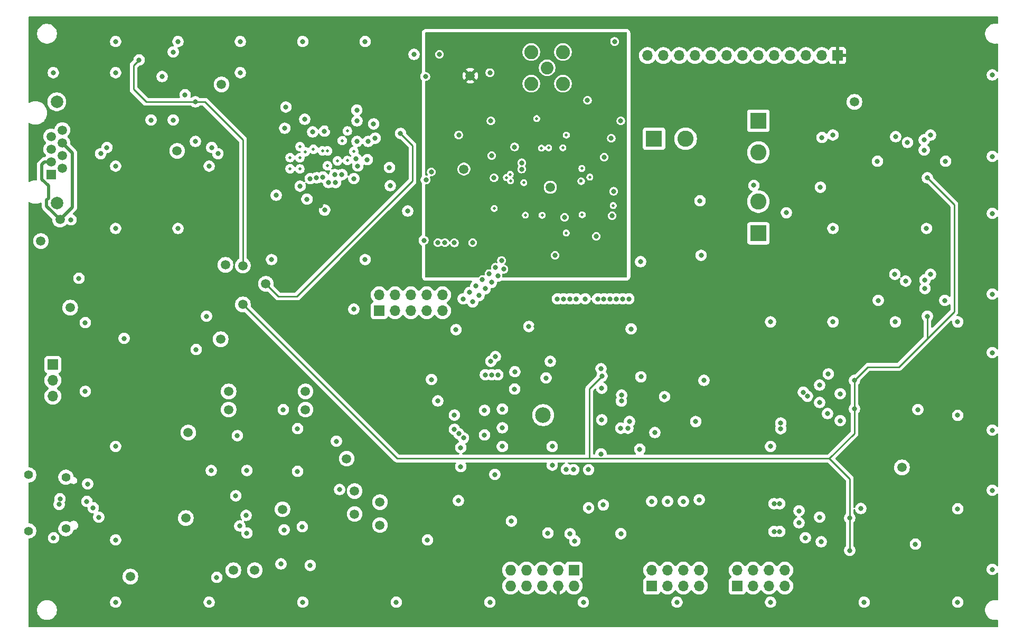
<source format=gbr>
G04 #@! TF.GenerationSoftware,KiCad,Pcbnew,9.0.0-9.0.0-2~ubuntu24.04.1*
G04 #@! TF.CreationDate,2025-03-10T11:02:05+01:00*
G04 #@! TF.ProjectId,Receiver,52656365-6976-4657-922e-6b696361645f,rev?*
G04 #@! TF.SameCoordinates,Original*
G04 #@! TF.FileFunction,Copper,L3,Inr*
G04 #@! TF.FilePolarity,Positive*
%FSLAX46Y46*%
G04 Gerber Fmt 4.6, Leading zero omitted, Abs format (unit mm)*
G04 Created by KiCad (PCBNEW 9.0.0-9.0.0-2~ubuntu24.04.1) date 2025-03-10 11:02:05*
%MOMM*%
%LPD*%
G01*
G04 APERTURE LIST*
G04 #@! TA.AperFunction,ComponentPad*
%ADD10R,1.500000X1.500000*%
G04 #@! TD*
G04 #@! TA.AperFunction,ComponentPad*
%ADD11C,1.500000*%
G04 #@! TD*
G04 #@! TA.AperFunction,ComponentPad*
%ADD12C,2.000000*%
G04 #@! TD*
G04 #@! TA.AperFunction,ComponentPad*
%ADD13R,1.727200X1.727200*%
G04 #@! TD*
G04 #@! TA.AperFunction,ComponentPad*
%ADD14O,1.727200X1.727200*%
G04 #@! TD*
G04 #@! TA.AperFunction,ComponentPad*
%ADD15R,1.700000X1.700000*%
G04 #@! TD*
G04 #@! TA.AperFunction,ComponentPad*
%ADD16O,1.700000X1.700000*%
G04 #@! TD*
G04 #@! TA.AperFunction,ComponentPad*
%ADD17C,1.400000*%
G04 #@! TD*
G04 #@! TA.AperFunction,ComponentPad*
%ADD18C,2.050000*%
G04 #@! TD*
G04 #@! TA.AperFunction,ComponentPad*
%ADD19C,2.250000*%
G04 #@! TD*
G04 #@! TA.AperFunction,ComponentPad*
%ADD20R,2.600000X2.600000*%
G04 #@! TD*
G04 #@! TA.AperFunction,ComponentPad*
%ADD21C,2.600000*%
G04 #@! TD*
G04 #@! TA.AperFunction,ViaPad*
%ADD22C,0.800000*%
G04 #@! TD*
G04 #@! TA.AperFunction,ViaPad*
%ADD23C,2.500000*%
G04 #@! TD*
G04 #@! TA.AperFunction,ViaPad*
%ADD24C,1.500000*%
G04 #@! TD*
G04 #@! TA.AperFunction,ViaPad*
%ADD25C,0.500000*%
G04 #@! TD*
G04 #@! TA.AperFunction,ViaPad*
%ADD26C,0.600000*%
G04 #@! TD*
G04 #@! TA.AperFunction,Conductor*
%ADD27C,0.250000*%
G04 #@! TD*
G04 #@! TA.AperFunction,Conductor*
%ADD28C,0.500000*%
G04 #@! TD*
G04 APERTURE END LIST*
D10*
X74676000Y-86360000D03*
D11*
X76456000Y-85340000D03*
X74676000Y-84320000D03*
X76456000Y-83300000D03*
X74676000Y-82280000D03*
X76456000Y-81260000D03*
X74676000Y-80240000D03*
X76456000Y-79220000D03*
D12*
X75566000Y-90930000D03*
X75566000Y-74670000D03*
D13*
X158496000Y-149860000D03*
D14*
X158496000Y-152400000D03*
X155956000Y-149860000D03*
X155956000Y-152400000D03*
X153416000Y-149860000D03*
X153416000Y-152400000D03*
X150876000Y-149860000D03*
X150876000Y-152400000D03*
X148336000Y-149860000D03*
X148336000Y-152400000D03*
D15*
X74930000Y-116840000D03*
D16*
X74930000Y-119380000D03*
X74930000Y-121920000D03*
D17*
X71074000Y-134575000D03*
X77024000Y-134935000D03*
X77024000Y-143195000D03*
X71074000Y-143555000D03*
D11*
X73025000Y-97028000D03*
X101854000Y-112776000D03*
X102616000Y-100838000D03*
X141859000Y-70485000D03*
X115443000Y-124079000D03*
X103124000Y-121158000D03*
X211074000Y-133350000D03*
X87376000Y-150876000D03*
X203454000Y-74676000D03*
X103124000Y-124079000D03*
X115443000Y-121158000D03*
D18*
X154178000Y-69215000D03*
D19*
X151638000Y-66675000D03*
X151638000Y-71755000D03*
X156718000Y-66675000D03*
X156718000Y-71755000D03*
D15*
X200750000Y-67250000D03*
D16*
X198210000Y-67250000D03*
X195670000Y-67250000D03*
X193130000Y-67250000D03*
X190590000Y-67250000D03*
X188050000Y-67250000D03*
X185510000Y-67250000D03*
X182970000Y-67250000D03*
X180430000Y-67250000D03*
X177890000Y-67250000D03*
X175350000Y-67250000D03*
X172810000Y-67250000D03*
X170270000Y-67250000D03*
D15*
X127254000Y-108204000D03*
D16*
X127254000Y-105664000D03*
X129794000Y-108204000D03*
X129794000Y-105664000D03*
X132334000Y-108204000D03*
X132334000Y-105664000D03*
X134874000Y-108204000D03*
X134874000Y-105664000D03*
X137414000Y-108204000D03*
X137414000Y-105664000D03*
D15*
X170942000Y-152400000D03*
D16*
X170942000Y-149860000D03*
X173482000Y-152400000D03*
X173482000Y-149860000D03*
X176022000Y-152400000D03*
X176022000Y-149860000D03*
X178562000Y-152400000D03*
X178562000Y-149860000D03*
D11*
X77724000Y-107696000D03*
X127381000Y-138938000D03*
X96266000Y-141478000D03*
X107315000Y-149860000D03*
X122047000Y-131953000D03*
X96647000Y-127762000D03*
X103886000Y-149860000D03*
X127381000Y-142621000D03*
X123317000Y-137160000D03*
X123317000Y-140843000D03*
X101981000Y-71882000D03*
X140843000Y-85471000D03*
D20*
X188051000Y-77724000D03*
D21*
X188051000Y-82804000D03*
D20*
X188051000Y-95774000D03*
D21*
X188051000Y-90694000D03*
D20*
X171307000Y-80609000D03*
D21*
X176387000Y-80609000D03*
D15*
X184658000Y-152400000D03*
D16*
X184658000Y-149860000D03*
X187198000Y-152400000D03*
X187198000Y-149860000D03*
X189738000Y-152400000D03*
X189738000Y-149860000D03*
X192278000Y-152400000D03*
X192278000Y-149860000D03*
D22*
X155448000Y-99314000D03*
X178689000Y-90551000D03*
X197993000Y-88392000D03*
X225552000Y-114935000D03*
X225552000Y-127381000D03*
X217932000Y-106553000D03*
X207264000Y-106553000D03*
X155000000Y-130000000D03*
X110000000Y-100000000D03*
X179324000Y-119380000D03*
X77851000Y-93599000D03*
X85000000Y-70000000D03*
X169214800Y-118808500D03*
X165000000Y-65000000D03*
X92456000Y-70612000D03*
X149000000Y-118000000D03*
X210000000Y-110000000D03*
X80137000Y-110109000D03*
X105000000Y-70000000D03*
X96139000Y-73533000D03*
X144145000Y-124206000D03*
D23*
X153543000Y-124968000D03*
D22*
X132842000Y-67056000D03*
X198247000Y-80391000D03*
X75000000Y-70000000D03*
D24*
X111760000Y-140081000D03*
D22*
X105000000Y-65000000D03*
X162826700Y-117513100D03*
X162814000Y-131191000D03*
D25*
X118999000Y-82550000D03*
D22*
X140335000Y-133223000D03*
X225552000Y-149733000D03*
X190000000Y-155000000D03*
X130000000Y-155000000D03*
X145000000Y-70000000D03*
X204470000Y-139954000D03*
X225552000Y-105537000D03*
X111887000Y-124079000D03*
X148463000Y-141986000D03*
X135000000Y-145000000D03*
X163195000Y-139380037D03*
X160832800Y-139852400D03*
X118516400Y-92049600D03*
X129032000Y-88138000D03*
X220000000Y-155000000D03*
X100000000Y-85000000D03*
X213233000Y-145669000D03*
X85000000Y-85000000D03*
X169164000Y-100330000D03*
X120396000Y-129159000D03*
X207137000Y-84201000D03*
X214630000Y-80772000D03*
X97790000Y-81026000D03*
X225552000Y-83439000D03*
X158877000Y-106299000D03*
X200000000Y-80000000D03*
X136652000Y-122682000D03*
X104521000Y-128270000D03*
X110744000Y-89662000D03*
X144145000Y-128143000D03*
X200000000Y-110000000D03*
X104902000Y-142748000D03*
X218059000Y-84201000D03*
X114935000Y-142875000D03*
X205000000Y-155000000D03*
X147000000Y-124000000D03*
X220000000Y-125000000D03*
X139573000Y-111252000D03*
X100000000Y-155000000D03*
X200000000Y-95000000D03*
X167640000Y-111125000D03*
X154000000Y-119000000D03*
X126619000Y-80518000D03*
X214757000Y-103251000D03*
X134747000Y-70612000D03*
X125000000Y-65000000D03*
X100330000Y-133858000D03*
X125000000Y-100000000D03*
X85000000Y-155000000D03*
D25*
X122163946Y-79364946D03*
D22*
X115000000Y-65000000D03*
X209931000Y-102362000D03*
X115671600Y-90297000D03*
X225552000Y-92583000D03*
X85000000Y-65000000D03*
X147000000Y-130000000D03*
X85000000Y-95000000D03*
X86360000Y-112649000D03*
X112014000Y-143383000D03*
X128905000Y-85217000D03*
X166000000Y-144000000D03*
X220000000Y-140000000D03*
X215000000Y-95000000D03*
D24*
X94869000Y-82550000D03*
D22*
X106045000Y-133858000D03*
X115000000Y-155000000D03*
D25*
X116713000Y-82296000D03*
D22*
X85000000Y-145000000D03*
X154305000Y-143891000D03*
X104267000Y-137922000D03*
X175000000Y-155000000D03*
X82296000Y-141351000D03*
X90678000Y-77597000D03*
X135636000Y-119253000D03*
X190000000Y-110000000D03*
X114173000Y-127127000D03*
X162941000Y-125730000D03*
X144272000Y-118491000D03*
X94234000Y-77597000D03*
X213614000Y-124079000D03*
X201168000Y-121539000D03*
X220000000Y-110000000D03*
X225552000Y-70358000D03*
X160000000Y-155000000D03*
X114173000Y-133985000D03*
X142240000Y-97282000D03*
X120904000Y-136906000D03*
X140000000Y-80000000D03*
X215646000Y-102362000D03*
X95000000Y-65000000D03*
X145000000Y-155000000D03*
X210058000Y-80264000D03*
X80137000Y-121158000D03*
X116205000Y-149098000D03*
X162941000Y-120650000D03*
X95000000Y-95000000D03*
X215646000Y-80010000D03*
X190000000Y-130000000D03*
X197866000Y-141351000D03*
X151257000Y-110744000D03*
X199263000Y-118364000D03*
X85000000Y-130000000D03*
X94234000Y-66675000D03*
X145886000Y-115563777D03*
X80518000Y-136017000D03*
X105918000Y-141056000D03*
X173000000Y-122000000D03*
X123190000Y-107950000D03*
X136906000Y-67056000D03*
X126365000Y-78232000D03*
X145796000Y-134493000D03*
X178000000Y-126000000D03*
D25*
X122154139Y-84100001D03*
D22*
X155000000Y-133000000D03*
X111506000Y-148844000D03*
X99568000Y-109093000D03*
X140326593Y-130175899D03*
X97917000Y-114427000D03*
X171450000Y-127762000D03*
X165989000Y-77724000D03*
X225552000Y-137033000D03*
X147000000Y-127000000D03*
D25*
X118961000Y-84950000D03*
D22*
X214630000Y-82423000D03*
X106045000Y-143891000D03*
X214757000Y-104648000D03*
X139954000Y-138684000D03*
X101219000Y-151003000D03*
X79121000Y-102997000D03*
D24*
X101854000Y-79883000D03*
D22*
X209423000Y-105156000D03*
X171323000Y-91694000D03*
X163646500Y-135968000D03*
X148717000Y-137541000D03*
X120904000Y-138430000D03*
X143891000Y-112268000D03*
X210058000Y-75946000D03*
D24*
X108585000Y-116967000D03*
X104521000Y-77343000D03*
D22*
X119450941Y-78923059D03*
X155829000Y-137668000D03*
X122377200Y-89865200D03*
D24*
X127254000Y-125730000D03*
X215900000Y-90805000D03*
D22*
X128905000Y-86487000D03*
D24*
X106680000Y-114808000D03*
D22*
X109474000Y-146177000D03*
D24*
X184658000Y-134112000D03*
D22*
X191135000Y-100076000D03*
D24*
X113538000Y-119126000D03*
D22*
X209042000Y-146304000D03*
X144780000Y-137668000D03*
D24*
X184658000Y-129921000D03*
D22*
X97028000Y-79502000D03*
X158623000Y-110744000D03*
D24*
X211582000Y-114300000D03*
X111760000Y-108458000D03*
D22*
X106680000Y-124968000D03*
X93091000Y-69469000D03*
D24*
X107188000Y-112141000D03*
D22*
X111633000Y-103886000D03*
D24*
X123952000Y-128778000D03*
X205105000Y-136271000D03*
D22*
X209042000Y-124460000D03*
D24*
X118745000Y-115189000D03*
D22*
X152400000Y-110744000D03*
D24*
X172974000Y-129794000D03*
D22*
X141097000Y-122682000D03*
D24*
X106680000Y-119380000D03*
X203454000Y-130556000D03*
D22*
X132588000Y-69215000D03*
X112522000Y-133223000D03*
D24*
X217424000Y-103759000D03*
D22*
X197993000Y-76454000D03*
X164592000Y-115062000D03*
X162560000Y-127254000D03*
D24*
X122809000Y-99441000D03*
D22*
X150876000Y-142748000D03*
X209423000Y-82931000D03*
X156337000Y-141986000D03*
X209931000Y-98171000D03*
D24*
X103251000Y-93599000D03*
D22*
X160858200Y-138252200D03*
X92710000Y-132461000D03*
X162941000Y-132969000D03*
X141097000Y-119443000D03*
D24*
X150876000Y-133477000D03*
D22*
X112903000Y-73558400D03*
D24*
X219075000Y-87630000D03*
X200787000Y-127889000D03*
D22*
X141605000Y-115316000D03*
X117830600Y-91313000D03*
D25*
X119761000Y-81788000D03*
D24*
X108458000Y-93726000D03*
X200152000Y-136271000D03*
X221107000Y-103759000D03*
D22*
X182372000Y-116586000D03*
X128524000Y-67056000D03*
X93345000Y-79883000D03*
D24*
X213741000Y-116459000D03*
X120523000Y-97155000D03*
X150876000Y-130048000D03*
D22*
X144145000Y-125730000D03*
D24*
X172847000Y-133477000D03*
D22*
X122682000Y-73406000D03*
X144653000Y-133604000D03*
X144653000Y-130556000D03*
X114935000Y-146050000D03*
X96520000Y-148209000D03*
X148844000Y-115570000D03*
X82600000Y-83000000D03*
X83600000Y-82000000D03*
D24*
X105410000Y-107188000D03*
D22*
X88773000Y-67945000D03*
X202692000Y-146685000D03*
X215138000Y-109093000D03*
X215138000Y-86868000D03*
D24*
X109093000Y-103886000D03*
X105410000Y-100965000D03*
D22*
X202692000Y-141478000D03*
X162979100Y-118719600D03*
X97790000Y-74676000D03*
X203454000Y-123952000D03*
X203454000Y-119380000D03*
X130683000Y-79756000D03*
X145272003Y-118491000D03*
D25*
X161163000Y-87807800D03*
X150698200Y-94716600D03*
X150190200Y-86360000D03*
X153365200Y-94754700D03*
X149491700Y-88061800D03*
D22*
X149084153Y-89867000D03*
X136017000Y-74295000D03*
D25*
X153276300Y-83858100D03*
X162839400Y-91300300D03*
D22*
X149479000Y-100203000D03*
X160528000Y-89916000D03*
D25*
X156679900Y-83870800D03*
X159791400Y-94691200D03*
D22*
X163449000Y-101981000D03*
D25*
X146761200Y-91770200D03*
D22*
X138811000Y-72771000D03*
D25*
X155968700Y-94780100D03*
D22*
X138108750Y-69147750D03*
D25*
X159854900Y-86410800D03*
D22*
X151003000Y-101727000D03*
X162052000Y-96266000D03*
D25*
X153276300Y-82105500D03*
D22*
X145288000Y-83312000D03*
D25*
X159740600Y-85382100D03*
X156705300Y-82042000D03*
D22*
X145669000Y-86868000D03*
D25*
X148285200Y-86321900D03*
D22*
X148971000Y-81915000D03*
X164592000Y-92964000D03*
D25*
X157264100Y-80010000D03*
D24*
X154686000Y-88392000D03*
D25*
X159804100Y-92811600D03*
X161036000Y-86753700D03*
D22*
X163322000Y-83566000D03*
X164465000Y-80518000D03*
D25*
X148310600Y-87363300D03*
X153377900Y-92900500D03*
X164769800Y-91325700D03*
X150698200Y-92875100D03*
X157238700Y-95732600D03*
X154419300Y-82067400D03*
X145707100Y-91782900D03*
D22*
X164846000Y-89027000D03*
D25*
X120561000Y-84150000D03*
D22*
X119126000Y-87630000D03*
D25*
X123179785Y-82636560D03*
X112979200Y-85432900D03*
D22*
X114579400Y-88214200D03*
D25*
X114541300Y-83654900D03*
X114541300Y-85458300D03*
D22*
X112115600Y-78917800D03*
X123672600Y-75996800D03*
D25*
X115404900Y-82689700D03*
X121335999Y-80900001D03*
X118161000Y-82550000D03*
X112979200Y-83616800D03*
D22*
X123698000Y-77724000D03*
D25*
X114566700Y-81876900D03*
D22*
X112293400Y-75514200D03*
X116586000Y-79502000D03*
X115316000Y-77470000D03*
D24*
X76080999Y-93591001D03*
D22*
X76077394Y-138399377D03*
X81407000Y-139827000D03*
X80391000Y-138811000D03*
X178562000Y-138557000D03*
X176022000Y-138811000D03*
X173482000Y-138811000D03*
X170942000Y-138811000D03*
D25*
X150431500Y-87655400D03*
D22*
X139319000Y-97310870D03*
X137795000Y-97282000D03*
D25*
X147624800Y-86829900D03*
D22*
X150114000Y-85471000D03*
X136652000Y-97282000D03*
X150114000Y-84455000D03*
X134493000Y-96901000D03*
X156972000Y-93218000D03*
X160655000Y-74422000D03*
X157861000Y-144018000D03*
X158623000Y-145161000D03*
X75946000Y-139315000D03*
X75057000Y-144653000D03*
X160820100Y-133718300D03*
X178866800Y-99326700D03*
X157264100Y-133654800D03*
X187312300Y-88087200D03*
X158445200Y-133718300D03*
X192544700Y-92481400D03*
X145161000Y-77724000D03*
X146867836Y-100147164D03*
X125476000Y-81026000D03*
D25*
X152501600Y-77368400D03*
D22*
X131826000Y-92202000D03*
X135598705Y-85936502D03*
X134800000Y-87200000D03*
X139319000Y-127254000D03*
X140769832Y-128629596D03*
X139319000Y-124968000D03*
X148971000Y-120777000D03*
X123698000Y-81026000D03*
X147244183Y-101548817D03*
X140716000Y-106299000D03*
X118491000Y-79375000D03*
X142244653Y-106802347D03*
X116205000Y-86995000D03*
X143269959Y-105777041D03*
X118237000Y-86741000D03*
X117221000Y-86868000D03*
X141741306Y-105273694D03*
X120269000Y-87630000D03*
X142766612Y-104248388D03*
X144231765Y-104688235D03*
X120142000Y-86360000D03*
X143791918Y-103223082D03*
X121285000Y-86360000D03*
X145257071Y-103662929D03*
X123190000Y-86995000D03*
X125349000Y-83947000D03*
X145906030Y-101235970D03*
X144880724Y-102261276D03*
X123825000Y-84963000D03*
X123571000Y-83820000D03*
X146282377Y-102637623D03*
X145161000Y-116332000D03*
X146272006Y-118491000D03*
D26*
X159639000Y-87417000D03*
D22*
X191470500Y-139192000D03*
X191470500Y-143637000D03*
X190545500Y-143637000D03*
X190545500Y-139192000D03*
X198120000Y-145288000D03*
X195580000Y-144653000D03*
X194564000Y-140335000D03*
X194564000Y-142240000D03*
X140026108Y-127961108D03*
X154686000Y-116332000D03*
X155829000Y-106299000D03*
X156829003Y-106299000D03*
X157861000Y-106299000D03*
X160274000Y-106299000D03*
X162274006Y-106299000D03*
X163274009Y-106299000D03*
X164274012Y-106299000D03*
X165274015Y-106299000D03*
X166274018Y-106299000D03*
X167274021Y-106299000D03*
X101400000Y-83000000D03*
X100400000Y-82000000D03*
X167386000Y-125984000D03*
X167132000Y-127068000D03*
X165989000Y-127068000D03*
X169037000Y-130429000D03*
X166128700Y-121742200D03*
X211948000Y-81203800D03*
X211658200Y-103454200D03*
X166090600Y-122720100D03*
X195252963Y-121288163D03*
X191630300Y-126232700D03*
X195907037Y-121942237D03*
X191630300Y-127157700D03*
X199136000Y-124714000D03*
X201168000Y-125857000D03*
X197866000Y-122936000D03*
X197866000Y-120142000D03*
D27*
X87884000Y-72644000D02*
X87884000Y-68834000D01*
X87884000Y-68834000D02*
X88773000Y-67945000D01*
X203454000Y-127889000D02*
X199426999Y-131916001D01*
X105410000Y-80772000D02*
X99314000Y-74676000D01*
X219456000Y-108331000D02*
X216916000Y-110871000D01*
X210566000Y-117221000D02*
X215138000Y-112649000D01*
X130138001Y-131916001D02*
X157443001Y-131916001D01*
X203454000Y-123952000D02*
X203454000Y-127889000D01*
X109093000Y-103886000D02*
X111125000Y-105918000D01*
X105410000Y-100965000D02*
X105410000Y-80772000D01*
X89916000Y-74676000D02*
X87884000Y-72644000D01*
X202692000Y-135181002D02*
X199426999Y-131916001D01*
X132588000Y-87376000D02*
X132588000Y-81661000D01*
X199426999Y-131916001D02*
X189320001Y-131916001D01*
X114046000Y-105918000D02*
X132588000Y-87376000D01*
X189320001Y-131916001D02*
X160945999Y-131916001D01*
X215138000Y-86868000D02*
X219456000Y-91186000D01*
X216916000Y-110871000D02*
X215138000Y-112649000D01*
X219456000Y-91186000D02*
X219456000Y-108331000D01*
X202692000Y-141478000D02*
X202692000Y-135181002D01*
X203454000Y-123952000D02*
X203454000Y-119380000D01*
X205613000Y-117221000D02*
X210566000Y-117221000D01*
X97790000Y-74676000D02*
X89916000Y-74676000D01*
X111125000Y-105918000D02*
X114046000Y-105918000D01*
X203454000Y-119380000D02*
X205613000Y-117221000D01*
X105410000Y-107188000D02*
X130138001Y-131916001D01*
X99314000Y-74676000D02*
X97790000Y-74676000D01*
X162979100Y-118719600D02*
X160945999Y-120752701D01*
X160945999Y-131916001D02*
X157443001Y-131916001D01*
X160945999Y-120752701D02*
X160945999Y-131916001D01*
X202692000Y-146685000D02*
X202692000Y-141478000D01*
X132588000Y-81661000D02*
X130683000Y-79756000D01*
X215138000Y-109093000D02*
X215138000Y-112649000D01*
D28*
X76080999Y-93591001D02*
X76088998Y-93599000D01*
X74676000Y-84320000D02*
X73615340Y-84320000D01*
X74211001Y-90146001D02*
X73914000Y-90443002D01*
X73914000Y-90443002D02*
X73914000Y-91424002D01*
X73615340Y-84320000D02*
X73152000Y-84783340D01*
X73914000Y-91424002D02*
X76080999Y-93591001D01*
X73152000Y-87094998D02*
X74211001Y-88153999D01*
X73152000Y-84783340D02*
X73152000Y-87094998D01*
X78105000Y-91567000D02*
X76080999Y-93591001D01*
X78105000Y-82909000D02*
X78105000Y-91567000D01*
X74211001Y-88153999D02*
X74211001Y-90146001D01*
X76456000Y-81260000D02*
X78105000Y-82909000D01*
G04 #@! TA.AperFunction,Conductor*
G36*
X166947121Y-63520002D02*
G01*
X166993614Y-63573658D01*
X167005000Y-63626000D01*
X167005000Y-102744000D01*
X166984998Y-102812121D01*
X166931342Y-102858614D01*
X166879000Y-102870000D01*
X147103910Y-102870000D01*
X147035789Y-102849998D01*
X146989296Y-102796342D01*
X146979192Y-102726068D01*
X146980331Y-102719420D01*
X146982876Y-102706623D01*
X146982877Y-102706614D01*
X146982877Y-102568631D01*
X146982876Y-102568627D01*
X146979072Y-102549502D01*
X146955957Y-102433295D01*
X146943433Y-102403059D01*
X146935844Y-102332469D01*
X146967623Y-102268982D01*
X147028682Y-102232755D01*
X147084422Y-102231262D01*
X147175190Y-102249317D01*
X147175191Y-102249317D01*
X147313175Y-102249317D01*
X147313176Y-102249317D01*
X147448511Y-102222397D01*
X147575994Y-102169592D01*
X147690725Y-102092931D01*
X147788297Y-101995359D01*
X147864958Y-101880628D01*
X147917763Y-101753145D01*
X147944683Y-101617810D01*
X147944683Y-101479824D01*
X147917763Y-101344489D01*
X147864958Y-101217006D01*
X147788297Y-101102275D01*
X147788292Y-101102269D01*
X147690730Y-101004707D01*
X147690724Y-101004702D01*
X147652654Y-100979264D01*
X147575994Y-100928042D01*
X147495604Y-100894743D01*
X147448514Y-100875238D01*
X147448505Y-100875235D01*
X147414391Y-100868449D01*
X147351482Y-100835541D01*
X147316352Y-100773845D01*
X147320153Y-100702950D01*
X147349878Y-100655777D01*
X147411950Y-100593706D01*
X147488611Y-100478975D01*
X147541416Y-100351492D01*
X147568336Y-100216157D01*
X147568336Y-100078171D01*
X147541416Y-99942836D01*
X147488611Y-99815353D01*
X147411950Y-99700622D01*
X147411945Y-99700616D01*
X147314383Y-99603054D01*
X147314377Y-99603049D01*
X147276307Y-99577611D01*
X147199647Y-99526389D01*
X147119257Y-99493090D01*
X147072167Y-99473585D01*
X147072164Y-99473584D01*
X146936831Y-99446664D01*
X146936829Y-99446664D01*
X146798843Y-99446664D01*
X146798840Y-99446664D01*
X146663507Y-99473584D01*
X146663504Y-99473585D01*
X146536025Y-99526389D01*
X146421294Y-99603049D01*
X146421288Y-99603054D01*
X146323726Y-99700616D01*
X146323721Y-99700622D01*
X146247061Y-99815353D01*
X146194257Y-99942832D01*
X146194256Y-99942835D01*
X146167336Y-100078168D01*
X146167336Y-100216159D01*
X146194256Y-100351492D01*
X146194257Y-100351494D01*
X146206780Y-100381729D01*
X146214368Y-100452319D01*
X146182587Y-100515805D01*
X146121529Y-100552032D01*
X146065789Y-100553524D01*
X145975028Y-100535470D01*
X145975023Y-100535470D01*
X145837037Y-100535470D01*
X145837034Y-100535470D01*
X145701701Y-100562390D01*
X145701698Y-100562391D01*
X145574219Y-100615195D01*
X145459488Y-100691855D01*
X145459482Y-100691860D01*
X145361920Y-100789422D01*
X145361915Y-100789428D01*
X145285255Y-100904159D01*
X145232451Y-101031638D01*
X145232450Y-101031641D01*
X145205530Y-101166974D01*
X145205530Y-101304965D01*
X145232261Y-101439346D01*
X145225933Y-101510060D01*
X145182379Y-101566128D01*
X145115427Y-101589747D01*
X145084102Y-101587507D01*
X145019714Y-101574699D01*
X144949719Y-101560776D01*
X144949717Y-101560776D01*
X144811731Y-101560776D01*
X144811728Y-101560776D01*
X144676395Y-101587696D01*
X144676392Y-101587697D01*
X144548913Y-101640501D01*
X144434182Y-101717161D01*
X144434176Y-101717166D01*
X144336614Y-101814728D01*
X144336609Y-101814734D01*
X144259949Y-101929465D01*
X144207145Y-102056944D01*
X144207144Y-102056947D01*
X144180224Y-102192280D01*
X144180224Y-102330274D01*
X144198278Y-102421035D01*
X144191950Y-102491749D01*
X144148395Y-102547816D01*
X144081443Y-102571435D01*
X144026483Y-102562026D01*
X143996248Y-102549503D01*
X143996246Y-102549502D01*
X143860913Y-102522582D01*
X143860911Y-102522582D01*
X143722925Y-102522582D01*
X143722922Y-102522582D01*
X143587589Y-102549502D01*
X143587586Y-102549503D01*
X143460107Y-102602307D01*
X143345376Y-102678967D01*
X143247802Y-102776542D01*
X143235658Y-102794716D01*
X143222772Y-102814002D01*
X143168297Y-102859529D01*
X143118008Y-102870000D01*
X134746000Y-102870000D01*
X134677879Y-102849998D01*
X134631386Y-102796342D01*
X134620000Y-102744000D01*
X134620000Y-99245004D01*
X154747500Y-99245004D01*
X154747500Y-99245007D01*
X154747500Y-99382993D01*
X154774420Y-99518328D01*
X154827225Y-99645811D01*
X154863845Y-99700616D01*
X154903885Y-99760541D01*
X154903890Y-99760547D01*
X155001452Y-99858109D01*
X155001458Y-99858114D01*
X155116189Y-99934775D01*
X155243672Y-99987580D01*
X155379007Y-100014500D01*
X155379008Y-100014500D01*
X155516992Y-100014500D01*
X155516993Y-100014500D01*
X155652328Y-99987580D01*
X155779811Y-99934775D01*
X155894542Y-99858114D01*
X155992114Y-99760542D01*
X156068775Y-99645811D01*
X156121580Y-99518328D01*
X156148500Y-99382993D01*
X156148500Y-99245007D01*
X156121580Y-99109672D01*
X156068775Y-98982189D01*
X155992114Y-98867458D01*
X155992109Y-98867452D01*
X155894547Y-98769890D01*
X155894541Y-98769885D01*
X155856471Y-98744447D01*
X155779811Y-98693225D01*
X155699421Y-98659926D01*
X155652331Y-98640421D01*
X155652328Y-98640420D01*
X155516995Y-98613500D01*
X155516993Y-98613500D01*
X155379007Y-98613500D01*
X155379004Y-98613500D01*
X155243671Y-98640420D01*
X155243668Y-98640421D01*
X155116189Y-98693225D01*
X155001458Y-98769885D01*
X155001452Y-98769890D01*
X154903890Y-98867452D01*
X154903885Y-98867458D01*
X154827225Y-98982189D01*
X154774421Y-99109668D01*
X154774420Y-99109671D01*
X154747500Y-99245004D01*
X134620000Y-99245004D01*
X134620000Y-97690801D01*
X134640002Y-97622680D01*
X134693658Y-97576187D01*
X134697782Y-97574392D01*
X134712402Y-97568336D01*
X134824811Y-97521775D01*
X134939542Y-97445114D01*
X135037114Y-97347542D01*
X135113775Y-97232811D01*
X135121979Y-97213004D01*
X135951500Y-97213004D01*
X135951500Y-97350995D01*
X135978420Y-97486328D01*
X135978421Y-97486331D01*
X135993102Y-97521774D01*
X136031225Y-97613811D01*
X136050516Y-97642682D01*
X136107885Y-97728541D01*
X136107890Y-97728547D01*
X136205452Y-97826109D01*
X136205458Y-97826114D01*
X136320189Y-97902775D01*
X136447672Y-97955580D01*
X136583007Y-97982500D01*
X136583008Y-97982500D01*
X136720992Y-97982500D01*
X136720993Y-97982500D01*
X136856328Y-97955580D01*
X136983811Y-97902775D01*
X137098542Y-97826114D01*
X137134405Y-97790250D01*
X137196715Y-97756226D01*
X137267531Y-97761290D01*
X137312594Y-97790250D01*
X137348458Y-97826114D01*
X137463189Y-97902775D01*
X137590672Y-97955580D01*
X137726007Y-97982500D01*
X137726008Y-97982500D01*
X137863992Y-97982500D01*
X137863993Y-97982500D01*
X137999328Y-97955580D01*
X138126811Y-97902775D01*
X138241542Y-97826114D01*
X138339114Y-97728542D01*
X138415775Y-97613811D01*
X138434612Y-97568332D01*
X138479157Y-97513054D01*
X138546521Y-97490632D01*
X138615312Y-97508189D01*
X138663691Y-97560150D01*
X138667429Y-97568333D01*
X138698225Y-97642681D01*
X138698226Y-97642682D01*
X138774885Y-97757411D01*
X138774890Y-97757417D01*
X138872452Y-97854979D01*
X138872458Y-97854984D01*
X138987189Y-97931645D01*
X139114672Y-97984450D01*
X139250007Y-98011370D01*
X139250008Y-98011370D01*
X139387992Y-98011370D01*
X139387993Y-98011370D01*
X139523328Y-97984450D01*
X139650811Y-97931645D01*
X139765542Y-97854984D01*
X139863114Y-97757412D01*
X139939775Y-97642681D01*
X139992580Y-97515198D01*
X140019500Y-97379863D01*
X140019500Y-97241877D01*
X140013757Y-97213007D01*
X140013756Y-97213004D01*
X141539500Y-97213004D01*
X141539500Y-97350995D01*
X141566420Y-97486328D01*
X141566421Y-97486331D01*
X141581102Y-97521774D01*
X141619225Y-97613811D01*
X141638516Y-97642682D01*
X141695885Y-97728541D01*
X141695890Y-97728547D01*
X141793452Y-97826109D01*
X141793458Y-97826114D01*
X141908189Y-97902775D01*
X142035672Y-97955580D01*
X142171007Y-97982500D01*
X142171008Y-97982500D01*
X142308992Y-97982500D01*
X142308993Y-97982500D01*
X142444328Y-97955580D01*
X142571811Y-97902775D01*
X142686542Y-97826114D01*
X142784114Y-97728542D01*
X142860775Y-97613811D01*
X142913580Y-97486328D01*
X142940500Y-97350993D01*
X142940500Y-97213007D01*
X142913580Y-97077672D01*
X142860775Y-96950189D01*
X142784114Y-96835458D01*
X142784109Y-96835452D01*
X142686547Y-96737890D01*
X142686541Y-96737885D01*
X142624861Y-96696672D01*
X142571811Y-96661225D01*
X142449036Y-96610370D01*
X142444331Y-96608421D01*
X142444328Y-96608420D01*
X142308995Y-96581500D01*
X142308993Y-96581500D01*
X142171007Y-96581500D01*
X142171004Y-96581500D01*
X142035671Y-96608420D01*
X142035668Y-96608421D01*
X141908189Y-96661225D01*
X141793458Y-96737885D01*
X141793452Y-96737890D01*
X141695890Y-96835452D01*
X141695885Y-96835458D01*
X141619225Y-96950189D01*
X141566421Y-97077668D01*
X141566420Y-97077671D01*
X141539500Y-97213004D01*
X140013756Y-97213004D01*
X140008902Y-97188601D01*
X139992580Y-97106542D01*
X139939775Y-96979059D01*
X139863114Y-96864328D01*
X139863109Y-96864322D01*
X139765547Y-96766760D01*
X139765541Y-96766755D01*
X139722334Y-96737885D01*
X139650811Y-96690095D01*
X139570421Y-96656796D01*
X139523331Y-96637291D01*
X139523328Y-96637290D01*
X139387995Y-96610370D01*
X139387993Y-96610370D01*
X139250007Y-96610370D01*
X139250004Y-96610370D01*
X139114671Y-96637290D01*
X139114668Y-96637291D01*
X138987189Y-96690095D01*
X138872458Y-96766755D01*
X138872452Y-96766760D01*
X138774890Y-96864322D01*
X138774885Y-96864328D01*
X138698226Y-96979057D01*
X138679388Y-97024536D01*
X138634839Y-97079816D01*
X138567476Y-97102237D01*
X138498684Y-97084678D01*
X138450306Y-97032716D01*
X138446570Y-97024535D01*
X138427732Y-96979057D01*
X138415775Y-96950189D01*
X138339114Y-96835458D01*
X138339109Y-96835452D01*
X138241547Y-96737890D01*
X138241541Y-96737885D01*
X138179861Y-96696672D01*
X138126811Y-96661225D01*
X138004036Y-96610370D01*
X137999331Y-96608421D01*
X137999328Y-96608420D01*
X137863995Y-96581500D01*
X137863993Y-96581500D01*
X137726007Y-96581500D01*
X137726004Y-96581500D01*
X137590671Y-96608420D01*
X137590668Y-96608421D01*
X137463189Y-96661225D01*
X137348458Y-96737885D01*
X137348452Y-96737890D01*
X137312595Y-96773748D01*
X137250283Y-96807774D01*
X137179468Y-96802709D01*
X137134405Y-96773748D01*
X137098547Y-96737890D01*
X137098541Y-96737885D01*
X137036861Y-96696672D01*
X136983811Y-96661225D01*
X136861036Y-96610370D01*
X136856331Y-96608421D01*
X136856328Y-96608420D01*
X136720995Y-96581500D01*
X136720993Y-96581500D01*
X136583007Y-96581500D01*
X136583004Y-96581500D01*
X136447671Y-96608420D01*
X136447668Y-96608421D01*
X136320189Y-96661225D01*
X136205458Y-96737885D01*
X136205452Y-96737890D01*
X136107890Y-96835452D01*
X136107885Y-96835458D01*
X136031225Y-96950189D01*
X135978421Y-97077668D01*
X135978420Y-97077671D01*
X135951500Y-97213004D01*
X135121979Y-97213004D01*
X135166580Y-97105328D01*
X135193500Y-96969993D01*
X135193500Y-96832007D01*
X135166580Y-96696672D01*
X135113775Y-96569189D01*
X135037114Y-96454458D01*
X135037109Y-96454452D01*
X134939547Y-96356890D01*
X134939541Y-96356885D01*
X134882176Y-96318555D01*
X134824811Y-96280225D01*
X134741178Y-96245583D01*
X134697781Y-96227607D01*
X134642501Y-96183058D01*
X134620080Y-96115694D01*
X134620000Y-96111198D01*
X134620000Y-95805073D01*
X156688199Y-95805073D01*
X156725716Y-95945085D01*
X156798188Y-96070611D01*
X156798196Y-96070621D01*
X156900678Y-96173103D01*
X156900683Y-96173107D01*
X156900685Y-96173109D01*
X157026215Y-96245584D01*
X157166225Y-96283100D01*
X157166227Y-96283100D01*
X157311173Y-96283100D01*
X157311175Y-96283100D01*
X157451185Y-96245584D01*
X157535328Y-96197004D01*
X161351500Y-96197004D01*
X161351500Y-96334995D01*
X161375262Y-96454452D01*
X161378420Y-96470328D01*
X161431225Y-96597811D01*
X161439617Y-96610370D01*
X161507885Y-96712541D01*
X161507890Y-96712547D01*
X161605452Y-96810109D01*
X161605458Y-96810114D01*
X161720189Y-96886775D01*
X161847672Y-96939580D01*
X161983007Y-96966500D01*
X161983008Y-96966500D01*
X162120992Y-96966500D01*
X162120993Y-96966500D01*
X162256328Y-96939580D01*
X162383811Y-96886775D01*
X162498542Y-96810114D01*
X162596114Y-96712542D01*
X162672775Y-96597811D01*
X162725580Y-96470328D01*
X162752500Y-96334993D01*
X162752500Y-96197007D01*
X162725580Y-96061672D01*
X162672775Y-95934189D01*
X162596114Y-95819458D01*
X162596109Y-95819452D01*
X162498547Y-95721890D01*
X162498541Y-95721885D01*
X162460471Y-95696447D01*
X162383811Y-95645225D01*
X162303421Y-95611926D01*
X162256331Y-95592421D01*
X162256328Y-95592420D01*
X162120995Y-95565500D01*
X162120993Y-95565500D01*
X161983007Y-95565500D01*
X161983004Y-95565500D01*
X161847671Y-95592420D01*
X161847668Y-95592421D01*
X161720189Y-95645225D01*
X161605458Y-95721885D01*
X161605452Y-95721890D01*
X161507890Y-95819452D01*
X161507885Y-95819458D01*
X161431225Y-95934189D01*
X161378421Y-96061668D01*
X161378420Y-96061671D01*
X161351500Y-96197004D01*
X157535328Y-96197004D01*
X157576715Y-96173109D01*
X157576721Y-96173103D01*
X157648103Y-96101722D01*
X157679203Y-96070621D01*
X157679209Y-96070615D01*
X157751684Y-95945085D01*
X157789200Y-95805075D01*
X157789200Y-95660125D01*
X157751684Y-95520115D01*
X157679209Y-95394585D01*
X157679207Y-95394583D01*
X157679203Y-95394578D01*
X157576721Y-95292096D01*
X157576711Y-95292088D01*
X157451185Y-95219616D01*
X157311175Y-95182100D01*
X157166225Y-95182100D01*
X157072885Y-95207110D01*
X157026214Y-95219616D01*
X156900688Y-95292088D01*
X156900678Y-95292096D01*
X156798196Y-95394578D01*
X156798188Y-95394588D01*
X156725716Y-95520114D01*
X156725716Y-95520115D01*
X156692193Y-95645225D01*
X156688200Y-95660126D01*
X156688200Y-95805073D01*
X156688199Y-95805073D01*
X134620000Y-95805073D01*
X134620000Y-92947573D01*
X150147699Y-92947573D01*
X150185216Y-93087585D01*
X150257688Y-93213111D01*
X150257696Y-93213121D01*
X150360178Y-93315603D01*
X150360183Y-93315607D01*
X150360185Y-93315609D01*
X150485715Y-93388084D01*
X150625725Y-93425600D01*
X150625727Y-93425600D01*
X150770673Y-93425600D01*
X150770675Y-93425600D01*
X150910685Y-93388084D01*
X151036215Y-93315609D01*
X151138709Y-93213115D01*
X151211184Y-93087585D01*
X151241895Y-92972973D01*
X152827399Y-92972973D01*
X152864916Y-93112985D01*
X152937388Y-93238511D01*
X152937396Y-93238521D01*
X153039878Y-93341003D01*
X153039883Y-93341007D01*
X153039885Y-93341009D01*
X153039886Y-93341010D01*
X153039888Y-93341011D01*
X153088591Y-93369129D01*
X153165415Y-93413484D01*
X153305425Y-93451000D01*
X153305427Y-93451000D01*
X153450373Y-93451000D01*
X153450375Y-93451000D01*
X153590385Y-93413484D01*
X153715915Y-93341009D01*
X153818409Y-93238515D01*
X153870088Y-93149004D01*
X156271500Y-93149004D01*
X156271500Y-93286995D01*
X156282245Y-93341011D01*
X156298420Y-93422328D01*
X156351225Y-93549811D01*
X156402447Y-93626471D01*
X156427885Y-93664541D01*
X156427890Y-93664547D01*
X156525452Y-93762109D01*
X156525458Y-93762114D01*
X156640189Y-93838775D01*
X156767672Y-93891580D01*
X156903007Y-93918500D01*
X156903008Y-93918500D01*
X157040992Y-93918500D01*
X157040993Y-93918500D01*
X157176328Y-93891580D01*
X157303811Y-93838775D01*
X157418542Y-93762114D01*
X157516114Y-93664542D01*
X157592775Y-93549811D01*
X157645580Y-93422328D01*
X157672500Y-93286993D01*
X157672500Y-93149007D01*
X157645580Y-93013672D01*
X157592775Y-92886189D01*
X157591361Y-92884073D01*
X159253599Y-92884073D01*
X159291116Y-93024085D01*
X159363588Y-93149611D01*
X159363596Y-93149621D01*
X159466078Y-93252103D01*
X159466083Y-93252107D01*
X159466085Y-93252109D01*
X159591615Y-93324584D01*
X159731625Y-93362100D01*
X159731627Y-93362100D01*
X159876573Y-93362100D01*
X159876575Y-93362100D01*
X160016585Y-93324584D01*
X160142115Y-93252109D01*
X160244609Y-93149615D01*
X160317084Y-93024085D01*
X160351672Y-92895004D01*
X163891500Y-92895004D01*
X163891500Y-93032995D01*
X163907412Y-93112986D01*
X163918420Y-93168328D01*
X163971225Y-93295811D01*
X164001427Y-93341011D01*
X164047885Y-93410541D01*
X164047890Y-93410547D01*
X164145452Y-93508109D01*
X164145458Y-93508114D01*
X164260189Y-93584775D01*
X164387672Y-93637580D01*
X164523007Y-93664500D01*
X164523008Y-93664500D01*
X164660992Y-93664500D01*
X164660993Y-93664500D01*
X164796328Y-93637580D01*
X164923811Y-93584775D01*
X165038542Y-93508114D01*
X165136114Y-93410542D01*
X165212775Y-93295811D01*
X165265580Y-93168328D01*
X165292500Y-93032993D01*
X165292500Y-92895007D01*
X165265580Y-92759672D01*
X165212775Y-92632189D01*
X165136114Y-92517458D01*
X165136109Y-92517452D01*
X165038547Y-92419890D01*
X165038541Y-92419885D01*
X164990097Y-92387516D01*
X164923811Y-92343225D01*
X164816115Y-92298616D01*
X164796331Y-92290421D01*
X164796328Y-92290420D01*
X164660995Y-92263500D01*
X164660993Y-92263500D01*
X164523007Y-92263500D01*
X164523004Y-92263500D01*
X164387671Y-92290420D01*
X164387668Y-92290421D01*
X164260189Y-92343225D01*
X164145458Y-92419885D01*
X164145452Y-92419890D01*
X164047890Y-92517452D01*
X164047885Y-92517458D01*
X163971225Y-92632189D01*
X163918421Y-92759668D01*
X163918420Y-92759671D01*
X163891500Y-92895004D01*
X160351672Y-92895004D01*
X160354600Y-92884075D01*
X160354600Y-92739125D01*
X160317084Y-92599115D01*
X160244609Y-92473585D01*
X160244607Y-92473583D01*
X160244603Y-92473578D01*
X160142121Y-92371096D01*
X160142111Y-92371088D01*
X160016585Y-92298616D01*
X159985997Y-92290420D01*
X159876575Y-92261100D01*
X159731625Y-92261100D01*
X159638285Y-92286110D01*
X159591614Y-92298616D01*
X159466088Y-92371088D01*
X159466078Y-92371096D01*
X159363596Y-92473578D01*
X159363588Y-92473588D01*
X159291116Y-92599114D01*
X159253600Y-92739126D01*
X159253600Y-92884073D01*
X159253599Y-92884073D01*
X157591361Y-92884073D01*
X157516114Y-92771458D01*
X157516112Y-92771456D01*
X157516109Y-92771452D01*
X157418547Y-92673890D01*
X157418541Y-92673885D01*
X157356138Y-92632189D01*
X157303811Y-92597225D01*
X157219924Y-92562478D01*
X157176331Y-92544421D01*
X157176328Y-92544420D01*
X157040995Y-92517500D01*
X157040993Y-92517500D01*
X156903007Y-92517500D01*
X156903004Y-92517500D01*
X156767671Y-92544420D01*
X156767668Y-92544421D01*
X156640189Y-92597225D01*
X156525458Y-92673885D01*
X156525452Y-92673890D01*
X156427890Y-92771452D01*
X156427885Y-92771458D01*
X156351225Y-92886189D01*
X156298421Y-93013668D01*
X156298420Y-93013671D01*
X156271500Y-93149004D01*
X153870088Y-93149004D01*
X153890884Y-93112985D01*
X153928400Y-92972975D01*
X153928400Y-92828025D01*
X153890884Y-92688015D01*
X153818409Y-92562485D01*
X153818407Y-92562483D01*
X153818403Y-92562478D01*
X153715921Y-92459996D01*
X153715911Y-92459988D01*
X153590385Y-92387516D01*
X153529105Y-92371096D01*
X153450375Y-92350000D01*
X153305425Y-92350000D01*
X153226695Y-92371096D01*
X153165414Y-92387516D01*
X153039888Y-92459988D01*
X153039878Y-92459996D01*
X152937396Y-92562478D01*
X152937388Y-92562488D01*
X152864916Y-92688014D01*
X152827400Y-92828026D01*
X152827400Y-92972973D01*
X152827399Y-92972973D01*
X151241895Y-92972973D01*
X151248700Y-92947575D01*
X151248700Y-92802625D01*
X151211184Y-92662615D01*
X151166829Y-92585791D01*
X151138711Y-92537088D01*
X151138703Y-92537078D01*
X151036221Y-92434596D01*
X151036211Y-92434588D01*
X150910685Y-92362116D01*
X150770675Y-92324600D01*
X150625725Y-92324600D01*
X150532385Y-92349610D01*
X150485714Y-92362116D01*
X150360188Y-92434588D01*
X150360178Y-92434596D01*
X150257696Y-92537078D01*
X150257688Y-92537088D01*
X150185216Y-92662614D01*
X150185216Y-92662615D01*
X150159211Y-92759668D01*
X150147700Y-92802626D01*
X150147700Y-92947573D01*
X150147699Y-92947573D01*
X134620000Y-92947573D01*
X134620000Y-91855373D01*
X145156599Y-91855373D01*
X145194116Y-91995385D01*
X145266588Y-92120911D01*
X145266596Y-92120921D01*
X145369078Y-92223403D01*
X145369083Y-92223407D01*
X145369085Y-92223409D01*
X145494615Y-92295884D01*
X145634625Y-92333400D01*
X145634627Y-92333400D01*
X145779573Y-92333400D01*
X145779575Y-92333400D01*
X145919585Y-92295884D01*
X146045115Y-92223409D01*
X146147609Y-92120915D01*
X146220084Y-91995385D01*
X146257600Y-91855375D01*
X146257600Y-91710425D01*
X146220084Y-91570415D01*
X146147609Y-91444885D01*
X146147607Y-91444883D01*
X146147603Y-91444878D01*
X146100898Y-91398173D01*
X164219299Y-91398173D01*
X164256816Y-91538185D01*
X164329288Y-91663711D01*
X164329296Y-91663721D01*
X164431778Y-91766203D01*
X164431783Y-91766207D01*
X164431785Y-91766209D01*
X164557315Y-91838684D01*
X164697325Y-91876200D01*
X164697327Y-91876200D01*
X164842273Y-91876200D01*
X164842275Y-91876200D01*
X164982285Y-91838684D01*
X165107815Y-91766209D01*
X165210309Y-91663715D01*
X165282784Y-91538185D01*
X165320300Y-91398175D01*
X165320300Y-91253225D01*
X165282784Y-91113215D01*
X165210309Y-90987685D01*
X165210307Y-90987683D01*
X165210303Y-90987678D01*
X165107821Y-90885196D01*
X165107811Y-90885188D01*
X164982285Y-90812716D01*
X164842275Y-90775200D01*
X164697325Y-90775200D01*
X164603985Y-90800210D01*
X164557314Y-90812716D01*
X164431788Y-90885188D01*
X164431778Y-90885196D01*
X164329296Y-90987678D01*
X164329288Y-90987688D01*
X164256816Y-91113214D01*
X164219300Y-91253226D01*
X164219300Y-91398173D01*
X164219299Y-91398173D01*
X146100898Y-91398173D01*
X146045118Y-91342393D01*
X146045115Y-91342391D01*
X145919585Y-91269916D01*
X145779575Y-91232400D01*
X145634625Y-91232400D01*
X145541285Y-91257410D01*
X145494614Y-91269916D01*
X145369088Y-91342388D01*
X145369078Y-91342396D01*
X145266596Y-91444878D01*
X145266588Y-91444888D01*
X145194116Y-91570414D01*
X145194116Y-91570415D01*
X145169115Y-91663721D01*
X145156600Y-91710426D01*
X145156600Y-91855373D01*
X145156599Y-91855373D01*
X134620000Y-91855373D01*
X134620000Y-88288532D01*
X153635500Y-88288532D01*
X153635500Y-88288535D01*
X153635500Y-88495465D01*
X153675870Y-88698420D01*
X153755059Y-88889598D01*
X153800769Y-88958008D01*
X153870024Y-89061656D01*
X153870029Y-89061662D01*
X154016337Y-89207970D01*
X154016343Y-89207975D01*
X154016345Y-89207977D01*
X154188402Y-89322941D01*
X154379580Y-89402130D01*
X154582535Y-89442500D01*
X154582536Y-89442500D01*
X154789464Y-89442500D01*
X154789465Y-89442500D01*
X154992420Y-89402130D01*
X155183598Y-89322941D01*
X155355655Y-89207977D01*
X155501977Y-89061655D01*
X155571234Y-88958004D01*
X164145500Y-88958004D01*
X164145500Y-88958007D01*
X164145500Y-89095993D01*
X164172420Y-89231328D01*
X164225225Y-89358811D01*
X164254170Y-89402130D01*
X164301885Y-89473541D01*
X164301890Y-89473547D01*
X164399452Y-89571109D01*
X164399458Y-89571114D01*
X164514189Y-89647775D01*
X164641672Y-89700580D01*
X164777007Y-89727500D01*
X164777008Y-89727500D01*
X164914992Y-89727500D01*
X164914993Y-89727500D01*
X165050328Y-89700580D01*
X165177811Y-89647775D01*
X165292542Y-89571114D01*
X165390114Y-89473542D01*
X165466775Y-89358811D01*
X165519580Y-89231328D01*
X165546500Y-89095993D01*
X165546500Y-88958007D01*
X165519580Y-88822672D01*
X165466775Y-88695189D01*
X165390114Y-88580458D01*
X165390109Y-88580452D01*
X165292547Y-88482890D01*
X165292541Y-88482885D01*
X165254471Y-88457447D01*
X165177811Y-88406225D01*
X165097421Y-88372926D01*
X165050331Y-88353421D01*
X165050328Y-88353420D01*
X164914995Y-88326500D01*
X164914993Y-88326500D01*
X164777007Y-88326500D01*
X164777004Y-88326500D01*
X164641671Y-88353420D01*
X164641668Y-88353421D01*
X164514189Y-88406225D01*
X164399458Y-88482885D01*
X164399452Y-88482890D01*
X164301890Y-88580452D01*
X164301885Y-88580458D01*
X164225225Y-88695189D01*
X164172421Y-88822668D01*
X164172420Y-88822671D01*
X164145500Y-88958004D01*
X155571234Y-88958004D01*
X155616941Y-88889598D01*
X155696130Y-88698420D01*
X155736500Y-88495465D01*
X155736500Y-88288535D01*
X155696130Y-88085580D01*
X155616941Y-87894402D01*
X155501977Y-87722345D01*
X155501975Y-87722343D01*
X155501970Y-87722337D01*
X155355662Y-87576029D01*
X155355656Y-87576024D01*
X155355298Y-87575785D01*
X155183598Y-87461059D01*
X154992420Y-87381870D01*
X154985030Y-87380400D01*
X154789467Y-87341500D01*
X154789465Y-87341500D01*
X154582535Y-87341500D01*
X154582532Y-87341500D01*
X154379579Y-87381870D01*
X154379574Y-87381872D01*
X154188402Y-87461059D01*
X154016343Y-87576024D01*
X154016337Y-87576029D01*
X153870029Y-87722337D01*
X153870024Y-87722343D01*
X153755059Y-87894402D01*
X153675872Y-88085574D01*
X153675870Y-88085579D01*
X153635500Y-88288532D01*
X134620000Y-88288532D01*
X134620000Y-88026500D01*
X134640002Y-87958379D01*
X134693658Y-87911886D01*
X134746000Y-87900500D01*
X134868992Y-87900500D01*
X134868993Y-87900500D01*
X135004328Y-87873580D01*
X135131811Y-87820775D01*
X135246542Y-87744114D01*
X135344114Y-87646542D01*
X135420775Y-87531811D01*
X135473580Y-87404328D01*
X135500500Y-87268993D01*
X135500500Y-87131007D01*
X135473580Y-86995672D01*
X135420775Y-86868189D01*
X135420773Y-86868187D01*
X135420773Y-86868185D01*
X135417187Y-86862819D01*
X135394924Y-86829500D01*
X135385375Y-86799004D01*
X144968500Y-86799004D01*
X144968500Y-86936995D01*
X144980171Y-86995668D01*
X144995420Y-87072328D01*
X145048225Y-87199811D01*
X145058305Y-87214896D01*
X145124885Y-87314541D01*
X145124890Y-87314547D01*
X145222452Y-87412109D01*
X145222458Y-87412114D01*
X145337189Y-87488775D01*
X145464672Y-87541580D01*
X145600007Y-87568500D01*
X145600008Y-87568500D01*
X145737992Y-87568500D01*
X145737993Y-87568500D01*
X145873328Y-87541580D01*
X146000811Y-87488775D01*
X146115542Y-87412114D01*
X146213114Y-87314542D01*
X146289775Y-87199811D01*
X146342580Y-87072328D01*
X146369500Y-86936993D01*
X146369500Y-86902373D01*
X147074299Y-86902373D01*
X147111816Y-87042385D01*
X147184288Y-87167911D01*
X147184296Y-87167921D01*
X147286778Y-87270403D01*
X147286783Y-87270407D01*
X147286785Y-87270409D01*
X147412315Y-87342884D01*
X147552325Y-87380400D01*
X147552327Y-87380400D01*
X147648579Y-87380400D01*
X147716700Y-87400402D01*
X147763193Y-87454058D01*
X147770284Y-87473784D01*
X147776252Y-87496055D01*
X147797616Y-87575786D01*
X147870088Y-87701311D01*
X147870096Y-87701321D01*
X147972578Y-87803803D01*
X147972583Y-87803807D01*
X147972585Y-87803809D01*
X148098115Y-87876284D01*
X148238125Y-87913800D01*
X148238127Y-87913800D01*
X148383073Y-87913800D01*
X148383075Y-87913800D01*
X148523085Y-87876284D01*
X148648615Y-87803809D01*
X148724551Y-87727873D01*
X149880999Y-87727873D01*
X149918516Y-87867885D01*
X149990988Y-87993411D01*
X149990996Y-87993421D01*
X150093478Y-88095903D01*
X150093483Y-88095907D01*
X150093485Y-88095909D01*
X150219015Y-88168384D01*
X150359025Y-88205900D01*
X150359027Y-88205900D01*
X150503973Y-88205900D01*
X150503975Y-88205900D01*
X150643985Y-88168384D01*
X150769515Y-88095909D01*
X150872009Y-87993415D01*
X150944484Y-87867885D01*
X150982000Y-87727875D01*
X150982000Y-87582925D01*
X150944484Y-87442915D01*
X150883878Y-87337943D01*
X159038500Y-87337943D01*
X159038500Y-87496057D01*
X159074589Y-87630743D01*
X159079424Y-87648788D01*
X159158477Y-87785712D01*
X159158485Y-87785722D01*
X159270277Y-87897514D01*
X159270282Y-87897518D01*
X159270284Y-87897520D01*
X159270285Y-87897521D01*
X159270287Y-87897522D01*
X159407211Y-87976575D01*
X159407213Y-87976575D01*
X159407216Y-87976577D01*
X159559943Y-88017500D01*
X159559945Y-88017500D01*
X159718055Y-88017500D01*
X159718057Y-88017500D01*
X159870784Y-87976577D01*
X159870787Y-87976575D01*
X159870788Y-87976575D01*
X160002556Y-87900499D01*
X160007716Y-87897520D01*
X160119520Y-87785716D01*
X160168245Y-87701321D01*
X160198575Y-87648788D01*
X160198575Y-87648787D01*
X160198577Y-87648784D01*
X160239500Y-87496057D01*
X160239500Y-87337943D01*
X160198577Y-87185216D01*
X160198575Y-87185213D01*
X160198575Y-87185211D01*
X160119522Y-87048287D01*
X160119514Y-87048277D01*
X160007722Y-86936485D01*
X160007712Y-86936477D01*
X159870788Y-86857424D01*
X159844260Y-86850316D01*
X159754157Y-86826173D01*
X160485499Y-86826173D01*
X160523016Y-86966185D01*
X160595488Y-87091711D01*
X160595496Y-87091721D01*
X160697978Y-87194203D01*
X160697983Y-87194207D01*
X160697985Y-87194209D01*
X160823515Y-87266684D01*
X160963525Y-87304200D01*
X160963527Y-87304200D01*
X161108473Y-87304200D01*
X161108475Y-87304200D01*
X161248485Y-87266684D01*
X161374015Y-87194209D01*
X161476509Y-87091715D01*
X161548984Y-86966185D01*
X161586500Y-86826175D01*
X161586500Y-86681225D01*
X161548984Y-86541215D01*
X161476509Y-86415685D01*
X161476507Y-86415683D01*
X161476503Y-86415678D01*
X161374021Y-86313196D01*
X161374011Y-86313188D01*
X161248485Y-86240716D01*
X161108475Y-86203200D01*
X160963525Y-86203200D01*
X160870185Y-86228210D01*
X160823514Y-86240716D01*
X160697988Y-86313188D01*
X160697978Y-86313196D01*
X160595496Y-86415678D01*
X160595488Y-86415688D01*
X160523016Y-86541214D01*
X160523016Y-86541215D01*
X160490204Y-86663672D01*
X160485500Y-86681226D01*
X160485500Y-86826173D01*
X160485499Y-86826173D01*
X159754157Y-86826173D01*
X159718057Y-86816500D01*
X159559943Y-86816500D01*
X159466470Y-86841545D01*
X159407211Y-86857424D01*
X159270287Y-86936477D01*
X159270277Y-86936485D01*
X159158485Y-87048277D01*
X159158477Y-87048287D01*
X159079424Y-87185211D01*
X159071470Y-87214896D01*
X159038500Y-87337943D01*
X150883878Y-87337943D01*
X150872009Y-87317385D01*
X150872007Y-87317383D01*
X150872003Y-87317378D01*
X150769521Y-87214896D01*
X150769511Y-87214888D01*
X150643985Y-87142416D01*
X150601410Y-87131008D01*
X150503975Y-87104900D01*
X150359025Y-87104900D01*
X150265685Y-87129910D01*
X150219014Y-87142416D01*
X150093488Y-87214888D01*
X150093478Y-87214896D01*
X149990996Y-87317378D01*
X149990988Y-87317388D01*
X149918516Y-87442914D01*
X149906228Y-87488774D01*
X149882850Y-87576023D01*
X149881000Y-87582926D01*
X149881000Y-87727873D01*
X149880999Y-87727873D01*
X148724551Y-87727873D01*
X148751109Y-87701315D01*
X148823584Y-87575785D01*
X148861100Y-87435775D01*
X148861100Y-87290825D01*
X148823584Y-87150815D01*
X148764388Y-87048284D01*
X148751111Y-87025288D01*
X148751103Y-87025278D01*
X148644820Y-86918995D01*
X148643311Y-86916233D01*
X148640625Y-86914593D01*
X148626410Y-86885281D01*
X148610794Y-86856683D01*
X148611018Y-86853542D01*
X148609646Y-86850712D01*
X148613534Y-86818374D01*
X148615859Y-86785868D01*
X148617858Y-86782407D01*
X148618121Y-86780223D01*
X148624923Y-86770179D01*
X148636807Y-86749613D01*
X148640606Y-86745017D01*
X148725709Y-86659915D01*
X148798184Y-86534385D01*
X148835700Y-86394375D01*
X148835700Y-86249425D01*
X148798184Y-86109415D01*
X148738186Y-86005495D01*
X148725711Y-85983888D01*
X148725703Y-85983878D01*
X148623221Y-85881396D01*
X148623211Y-85881388D01*
X148497685Y-85808916D01*
X148474897Y-85802810D01*
X148357675Y-85771400D01*
X148212725Y-85771400D01*
X148119385Y-85796410D01*
X148072714Y-85808916D01*
X147947188Y-85881388D01*
X147947178Y-85881396D01*
X147844696Y-85983878D01*
X147844688Y-85983888D01*
X147772214Y-86109417D01*
X147751691Y-86186012D01*
X147714740Y-86246634D01*
X147650879Y-86277656D01*
X147629985Y-86279400D01*
X147552325Y-86279400D01*
X147458985Y-86304410D01*
X147412314Y-86316916D01*
X147286788Y-86389388D01*
X147286778Y-86389396D01*
X147184296Y-86491878D01*
X147184288Y-86491888D01*
X147111816Y-86617414D01*
X147074300Y-86757426D01*
X147074300Y-86902373D01*
X147074299Y-86902373D01*
X146369500Y-86902373D01*
X146369500Y-86799007D01*
X146369499Y-86799001D01*
X146364476Y-86773747D01*
X146348469Y-86693280D01*
X146342580Y-86663672D01*
X146289775Y-86536189D01*
X146213114Y-86421458D01*
X146213109Y-86421452D01*
X146115547Y-86323890D01*
X146115541Y-86323885D01*
X146032371Y-86268313D01*
X146000811Y-86247225D01*
X145894525Y-86203200D01*
X145873331Y-86194421D01*
X145873328Y-86194420D01*
X145737995Y-86167500D01*
X145737993Y-86167500D01*
X145600007Y-86167500D01*
X145600004Y-86167500D01*
X145464671Y-86194420D01*
X145464668Y-86194421D01*
X145337189Y-86247225D01*
X145222458Y-86323885D01*
X145222452Y-86323890D01*
X145124890Y-86421452D01*
X145124885Y-86421458D01*
X145048225Y-86536189D01*
X144995421Y-86663668D01*
X144995420Y-86663671D01*
X144968500Y-86799004D01*
X135385375Y-86799004D01*
X135373709Y-86761747D01*
X135392492Y-86693280D01*
X135445309Y-86645837D01*
X135515392Y-86634480D01*
X135524266Y-86635918D01*
X135529712Y-86637002D01*
X135529713Y-86637002D01*
X135667697Y-86637002D01*
X135667698Y-86637002D01*
X135803033Y-86610082D01*
X135930516Y-86557277D01*
X136045247Y-86480616D01*
X136142819Y-86383044D01*
X136219480Y-86268313D01*
X136272285Y-86140830D01*
X136299205Y-86005495D01*
X136299205Y-85867509D01*
X136272285Y-85732174D01*
X136219480Y-85604691D01*
X136142819Y-85489960D01*
X136142814Y-85489954D01*
X136045252Y-85392392D01*
X136045246Y-85392387D01*
X136008049Y-85367532D01*
X139792500Y-85367532D01*
X139792500Y-85574467D01*
X139823869Y-85732170D01*
X139832870Y-85777420D01*
X139912059Y-85968598D01*
X140006151Y-86109417D01*
X140027024Y-86140656D01*
X140027029Y-86140662D01*
X140173337Y-86286970D01*
X140173343Y-86286975D01*
X140173345Y-86286977D01*
X140345402Y-86401941D01*
X140536580Y-86481130D01*
X140739535Y-86521500D01*
X140739536Y-86521500D01*
X140946464Y-86521500D01*
X140946465Y-86521500D01*
X141149420Y-86481130D01*
X141340598Y-86401941D01*
X141512655Y-86286977D01*
X141658977Y-86140655D01*
X141773941Y-85968598D01*
X141853130Y-85777420D01*
X141893500Y-85574465D01*
X141893500Y-85367535D01*
X141853130Y-85164580D01*
X141773941Y-84973402D01*
X141658977Y-84801345D01*
X141658975Y-84801343D01*
X141658970Y-84801337D01*
X141512662Y-84655029D01*
X141512656Y-84655024D01*
X141512655Y-84655023D01*
X141340598Y-84540059D01*
X141149420Y-84460870D01*
X140946467Y-84420500D01*
X140946465Y-84420500D01*
X140739535Y-84420500D01*
X140739532Y-84420500D01*
X140536579Y-84460870D01*
X140536574Y-84460872D01*
X140345402Y-84540059D01*
X140173343Y-84655024D01*
X140173337Y-84655029D01*
X140027029Y-84801337D01*
X140027024Y-84801343D01*
X139912059Y-84973402D01*
X139832872Y-85164574D01*
X139832870Y-85164579D01*
X139792500Y-85367532D01*
X136008049Y-85367532D01*
X136007176Y-85366949D01*
X135930516Y-85315727D01*
X135850126Y-85282428D01*
X135803036Y-85262923D01*
X135803033Y-85262922D01*
X135667700Y-85236002D01*
X135667698Y-85236002D01*
X135529712Y-85236002D01*
X135529709Y-85236002D01*
X135394376Y-85262922D01*
X135394373Y-85262923D01*
X135266894Y-85315727D01*
X135152163Y-85392387D01*
X135152157Y-85392392D01*
X135054595Y-85489954D01*
X135054590Y-85489960D01*
X134977930Y-85604691D01*
X134925126Y-85732170D01*
X134925125Y-85732173D01*
X134898205Y-85867506D01*
X134898205Y-86005497D01*
X134925125Y-86140830D01*
X134925126Y-86140833D01*
X134977929Y-86268311D01*
X135003781Y-86307002D01*
X135024995Y-86374755D01*
X135006211Y-86443222D01*
X134953394Y-86490665D01*
X134883311Y-86502021D01*
X134874434Y-86500582D01*
X134868993Y-86499500D01*
X134746000Y-86499500D01*
X134677879Y-86479498D01*
X134631386Y-86425842D01*
X134620000Y-86373500D01*
X134620000Y-84386004D01*
X149413500Y-84386004D01*
X149413500Y-84523995D01*
X149439564Y-84655023D01*
X149440420Y-84659328D01*
X149493225Y-84786811D01*
X149515494Y-84820140D01*
X149564177Y-84892999D01*
X149585391Y-84960752D01*
X149566608Y-85029219D01*
X149564177Y-85033001D01*
X149493224Y-85139190D01*
X149440421Y-85266668D01*
X149440420Y-85266671D01*
X149413500Y-85402004D01*
X149413500Y-85539995D01*
X149420357Y-85574465D01*
X149440420Y-85675328D01*
X149493225Y-85802811D01*
X149506450Y-85822603D01*
X149569885Y-85917541D01*
X149569890Y-85917547D01*
X149667452Y-86015109D01*
X149667458Y-86015114D01*
X149782189Y-86091775D01*
X149909672Y-86144580D01*
X150045007Y-86171500D01*
X150045008Y-86171500D01*
X150182992Y-86171500D01*
X150182993Y-86171500D01*
X150318328Y-86144580D01*
X150445811Y-86091775D01*
X150560542Y-86015114D01*
X150658114Y-85917542D01*
X150734775Y-85802811D01*
X150787580Y-85675328D01*
X150814500Y-85539993D01*
X150814500Y-85454573D01*
X159190099Y-85454573D01*
X159227616Y-85594585D01*
X159300088Y-85720111D01*
X159300096Y-85720121D01*
X159402578Y-85822603D01*
X159402583Y-85822607D01*
X159402585Y-85822609D01*
X159528115Y-85895084D01*
X159668125Y-85932600D01*
X159668127Y-85932600D01*
X159813073Y-85932600D01*
X159813075Y-85932600D01*
X159953085Y-85895084D01*
X160078615Y-85822609D01*
X160181109Y-85720115D01*
X160253584Y-85594585D01*
X160291100Y-85454575D01*
X160291100Y-85309625D01*
X160253584Y-85169615D01*
X160181109Y-85044085D01*
X160181107Y-85044083D01*
X160181103Y-85044078D01*
X160078621Y-84941596D01*
X160078611Y-84941588D01*
X159953085Y-84869116D01*
X159813075Y-84831600D01*
X159668125Y-84831600D01*
X159574785Y-84856610D01*
X159528114Y-84869116D01*
X159402588Y-84941588D01*
X159402578Y-84941596D01*
X159300096Y-85044078D01*
X159300088Y-85044088D01*
X159227616Y-85169614D01*
X159227616Y-85169615D01*
X159201611Y-85266668D01*
X159190100Y-85309626D01*
X159190100Y-85454573D01*
X159190099Y-85454573D01*
X150814500Y-85454573D01*
X150814500Y-85402007D01*
X150787580Y-85266672D01*
X150734775Y-85139189D01*
X150663823Y-85033002D01*
X150642608Y-84965249D01*
X150661391Y-84896782D01*
X150663823Y-84892998D01*
X150679780Y-84869116D01*
X150734775Y-84786811D01*
X150787580Y-84659328D01*
X150814500Y-84523993D01*
X150814500Y-84386007D01*
X150787580Y-84250672D01*
X150734775Y-84123189D01*
X150658114Y-84008458D01*
X150658109Y-84008452D01*
X150560547Y-83910890D01*
X150560541Y-83910885D01*
X150478570Y-83856114D01*
X150445811Y-83834225D01*
X150365421Y-83800926D01*
X150318331Y-83781421D01*
X150318328Y-83781420D01*
X150182995Y-83754500D01*
X150182993Y-83754500D01*
X150045007Y-83754500D01*
X150045004Y-83754500D01*
X149909671Y-83781420D01*
X149909668Y-83781421D01*
X149782189Y-83834225D01*
X149667458Y-83910885D01*
X149667452Y-83910890D01*
X149569890Y-84008452D01*
X149569885Y-84008458D01*
X149493225Y-84123189D01*
X149440421Y-84250668D01*
X149440420Y-84250671D01*
X149413500Y-84386004D01*
X134620000Y-84386004D01*
X134620000Y-83243004D01*
X144587500Y-83243004D01*
X144587500Y-83243007D01*
X144587500Y-83380993D01*
X144614420Y-83516328D01*
X144667225Y-83643811D01*
X144718447Y-83720471D01*
X144743885Y-83758541D01*
X144743890Y-83758547D01*
X144841452Y-83856109D01*
X144841458Y-83856114D01*
X144956189Y-83932775D01*
X145083672Y-83985580D01*
X145219007Y-84012500D01*
X145219008Y-84012500D01*
X145356992Y-84012500D01*
X145356993Y-84012500D01*
X145492328Y-83985580D01*
X145619811Y-83932775D01*
X145734542Y-83856114D01*
X145832114Y-83758542D01*
X145908775Y-83643811D01*
X145961580Y-83516328D01*
X145965424Y-83497004D01*
X162621500Y-83497004D01*
X162621500Y-83634995D01*
X162623254Y-83643811D01*
X162648420Y-83770328D01*
X162701225Y-83897811D01*
X162752447Y-83974471D01*
X162777885Y-84012541D01*
X162777890Y-84012547D01*
X162875452Y-84110109D01*
X162875458Y-84110114D01*
X162990189Y-84186775D01*
X163117672Y-84239580D01*
X163253007Y-84266500D01*
X163253008Y-84266500D01*
X163390992Y-84266500D01*
X163390993Y-84266500D01*
X163526328Y-84239580D01*
X163653811Y-84186775D01*
X163768542Y-84110114D01*
X163866114Y-84012542D01*
X163942775Y-83897811D01*
X163995580Y-83770328D01*
X164022500Y-83634993D01*
X164022500Y-83497007D01*
X163995580Y-83361672D01*
X163942775Y-83234189D01*
X163866114Y-83119458D01*
X163866109Y-83119452D01*
X163768547Y-83021890D01*
X163768541Y-83021885D01*
X163706138Y-82980189D01*
X163653811Y-82945225D01*
X163573421Y-82911926D01*
X163526331Y-82892421D01*
X163526328Y-82892420D01*
X163390995Y-82865500D01*
X163390993Y-82865500D01*
X163253007Y-82865500D01*
X163253004Y-82865500D01*
X163117671Y-82892420D01*
X163117668Y-82892421D01*
X162990189Y-82945225D01*
X162875458Y-83021885D01*
X162875452Y-83021890D01*
X162777890Y-83119452D01*
X162777885Y-83119458D01*
X162701225Y-83234189D01*
X162648421Y-83361668D01*
X162648420Y-83361671D01*
X162621500Y-83497004D01*
X145965424Y-83497004D01*
X145988500Y-83380993D01*
X145988500Y-83243007D01*
X145961580Y-83107672D01*
X145908775Y-82980189D01*
X145832114Y-82865458D01*
X145832109Y-82865452D01*
X145734547Y-82767890D01*
X145734541Y-82767885D01*
X145696471Y-82742447D01*
X145619811Y-82691225D01*
X145534770Y-82656000D01*
X145492331Y-82638421D01*
X145492328Y-82638420D01*
X145356995Y-82611500D01*
X145356993Y-82611500D01*
X145219007Y-82611500D01*
X145219004Y-82611500D01*
X145083671Y-82638420D01*
X145083668Y-82638421D01*
X144956189Y-82691225D01*
X144841458Y-82767885D01*
X144841452Y-82767890D01*
X144743890Y-82865452D01*
X144743885Y-82865458D01*
X144667225Y-82980189D01*
X144614421Y-83107668D01*
X144614420Y-83107671D01*
X144587500Y-83243004D01*
X134620000Y-83243004D01*
X134620000Y-81846004D01*
X148270500Y-81846004D01*
X148270500Y-81983995D01*
X148280253Y-82033025D01*
X148297420Y-82119328D01*
X148350225Y-82246811D01*
X148397782Y-82317985D01*
X148426885Y-82361541D01*
X148426890Y-82361547D01*
X148524452Y-82459109D01*
X148524458Y-82459114D01*
X148639189Y-82535775D01*
X148766672Y-82588580D01*
X148902007Y-82615500D01*
X148902008Y-82615500D01*
X149039992Y-82615500D01*
X149039993Y-82615500D01*
X149175328Y-82588580D01*
X149302811Y-82535775D01*
X149417542Y-82459114D01*
X149515114Y-82361542D01*
X149591775Y-82246811D01*
X149620289Y-82177973D01*
X152725799Y-82177973D01*
X152763316Y-82317985D01*
X152835788Y-82443511D01*
X152835796Y-82443521D01*
X152938278Y-82546003D01*
X152938283Y-82546007D01*
X152938285Y-82546009D01*
X153063815Y-82618484D01*
X153203825Y-82656000D01*
X153203827Y-82656000D01*
X153348773Y-82656000D01*
X153348775Y-82656000D01*
X153488785Y-82618484D01*
X153614315Y-82546009D01*
X153716809Y-82443515D01*
X153749681Y-82386579D01*
X153801060Y-82337588D01*
X153870773Y-82324151D01*
X153936685Y-82350537D01*
X153967917Y-82386581D01*
X153978788Y-82405411D01*
X153978796Y-82405421D01*
X154081278Y-82507903D01*
X154081283Y-82507907D01*
X154081285Y-82507909D01*
X154206815Y-82580384D01*
X154346825Y-82617900D01*
X154346827Y-82617900D01*
X154491773Y-82617900D01*
X154491775Y-82617900D01*
X154631785Y-82580384D01*
X154757315Y-82507909D01*
X154859809Y-82405415D01*
X154932284Y-82279885D01*
X154969800Y-82139875D01*
X154969800Y-82114473D01*
X156154799Y-82114473D01*
X156192316Y-82254485D01*
X156264788Y-82380011D01*
X156264796Y-82380021D01*
X156367278Y-82482503D01*
X156367283Y-82482507D01*
X156367285Y-82482509D01*
X156492815Y-82554984D01*
X156632825Y-82592500D01*
X156632827Y-82592500D01*
X156777773Y-82592500D01*
X156777775Y-82592500D01*
X156917785Y-82554984D01*
X157043315Y-82482509D01*
X157145809Y-82380015D01*
X157218284Y-82254485D01*
X157255800Y-82114475D01*
X157255800Y-81969525D01*
X157218284Y-81829515D01*
X157173929Y-81752691D01*
X157145811Y-81703988D01*
X157145803Y-81703978D01*
X157043321Y-81601496D01*
X157043311Y-81601488D01*
X156917785Y-81529016D01*
X156777775Y-81491500D01*
X156632825Y-81491500D01*
X156539485Y-81516510D01*
X156492814Y-81529016D01*
X156367288Y-81601488D01*
X156367278Y-81601496D01*
X156264796Y-81703978D01*
X156264788Y-81703988D01*
X156192316Y-81829514D01*
X156154800Y-81969526D01*
X156154800Y-82114473D01*
X156154799Y-82114473D01*
X154969800Y-82114473D01*
X154969800Y-81994925D01*
X154969799Y-81994923D01*
X154969799Y-81994919D01*
X154969523Y-81993889D01*
X154969519Y-81993878D01*
X154966871Y-81983995D01*
X154932284Y-81854915D01*
X154859809Y-81729385D01*
X154859807Y-81729383D01*
X154859803Y-81729378D01*
X154757321Y-81626896D01*
X154757311Y-81626888D01*
X154631785Y-81554416D01*
X154491775Y-81516900D01*
X154346825Y-81516900D01*
X154253485Y-81541910D01*
X154206814Y-81554416D01*
X154081288Y-81626888D01*
X154081278Y-81626896D01*
X153978796Y-81729378D01*
X153978790Y-81729385D01*
X153945920Y-81786319D01*
X153894537Y-81835312D01*
X153824823Y-81848747D01*
X153758912Y-81822360D01*
X153727683Y-81786319D01*
X153716809Y-81767485D01*
X153716803Y-81767478D01*
X153614321Y-81664996D01*
X153614311Y-81664988D01*
X153488785Y-81592516D01*
X153348775Y-81555000D01*
X153203825Y-81555000D01*
X153110485Y-81580010D01*
X153063814Y-81592516D01*
X152938288Y-81664988D01*
X152938278Y-81664996D01*
X152835796Y-81767478D01*
X152835788Y-81767488D01*
X152763316Y-81893014D01*
X152725800Y-82033026D01*
X152725800Y-82177973D01*
X152725799Y-82177973D01*
X149620289Y-82177973D01*
X149644580Y-82119328D01*
X149671500Y-81983993D01*
X149671500Y-81846007D01*
X149644580Y-81710672D01*
X149591775Y-81583189D01*
X149515114Y-81468458D01*
X149515109Y-81468452D01*
X149417547Y-81370890D01*
X149417541Y-81370885D01*
X149379471Y-81345447D01*
X149302811Y-81294225D01*
X149222421Y-81260926D01*
X149175331Y-81241421D01*
X149175328Y-81241420D01*
X149039995Y-81214500D01*
X149039993Y-81214500D01*
X148902007Y-81214500D01*
X148902004Y-81214500D01*
X148766671Y-81241420D01*
X148766668Y-81241421D01*
X148639189Y-81294225D01*
X148524458Y-81370885D01*
X148524452Y-81370890D01*
X148426890Y-81468452D01*
X148426885Y-81468458D01*
X148350225Y-81583189D01*
X148297421Y-81710668D01*
X148297420Y-81710671D01*
X148270500Y-81846004D01*
X134620000Y-81846004D01*
X134620000Y-79931004D01*
X139299500Y-79931004D01*
X139299500Y-80068995D01*
X139322812Y-80186189D01*
X139326420Y-80204328D01*
X139379225Y-80331811D01*
X139430447Y-80408471D01*
X139455885Y-80446541D01*
X139455890Y-80446547D01*
X139553452Y-80544109D01*
X139553458Y-80544114D01*
X139668189Y-80620775D01*
X139795672Y-80673580D01*
X139931007Y-80700500D01*
X139931008Y-80700500D01*
X140068992Y-80700500D01*
X140068993Y-80700500D01*
X140204328Y-80673580D01*
X140331811Y-80620775D01*
X140446542Y-80544114D01*
X140544114Y-80446542D01*
X140620775Y-80331811D01*
X140673580Y-80204328D01*
X140697819Y-80082473D01*
X156713599Y-80082473D01*
X156751116Y-80222485D01*
X156823588Y-80348011D01*
X156823596Y-80348021D01*
X156926078Y-80450503D01*
X156926083Y-80450507D01*
X156926085Y-80450509D01*
X157051615Y-80522984D01*
X157191625Y-80560500D01*
X157191627Y-80560500D01*
X157336573Y-80560500D01*
X157336575Y-80560500D01*
X157476585Y-80522984D01*
X157602115Y-80450509D01*
X157603620Y-80449004D01*
X163764500Y-80449004D01*
X163764500Y-80586995D01*
X163781723Y-80673578D01*
X163791420Y-80722328D01*
X163844225Y-80849811D01*
X163895447Y-80926471D01*
X163920885Y-80964541D01*
X163920890Y-80964547D01*
X164018452Y-81062109D01*
X164018458Y-81062114D01*
X164133189Y-81138775D01*
X164260672Y-81191580D01*
X164396007Y-81218500D01*
X164396008Y-81218500D01*
X164533992Y-81218500D01*
X164533993Y-81218500D01*
X164669328Y-81191580D01*
X164796811Y-81138775D01*
X164911542Y-81062114D01*
X165009114Y-80964542D01*
X165085775Y-80849811D01*
X165138580Y-80722328D01*
X165165500Y-80586993D01*
X165165500Y-80449007D01*
X165138580Y-80313672D01*
X165085775Y-80186189D01*
X165009114Y-80071458D01*
X165009109Y-80071452D01*
X164911547Y-79973890D01*
X164911541Y-79973885D01*
X164873471Y-79948447D01*
X164796811Y-79897225D01*
X164716421Y-79863926D01*
X164669331Y-79844421D01*
X164669328Y-79844420D01*
X164533995Y-79817500D01*
X164533993Y-79817500D01*
X164396007Y-79817500D01*
X164396004Y-79817500D01*
X164260671Y-79844420D01*
X164260668Y-79844421D01*
X164133189Y-79897225D01*
X164018458Y-79973885D01*
X164018452Y-79973890D01*
X163920890Y-80071452D01*
X163920885Y-80071458D01*
X163844225Y-80186189D01*
X163791421Y-80313668D01*
X163791420Y-80313671D01*
X163764500Y-80449004D01*
X157603620Y-80449004D01*
X157606083Y-80446541D01*
X157698903Y-80353722D01*
X157704603Y-80348021D01*
X157704609Y-80348015D01*
X157777084Y-80222485D01*
X157814600Y-80082475D01*
X157814600Y-79937525D01*
X157777084Y-79797515D01*
X157704609Y-79671985D01*
X157704607Y-79671983D01*
X157704603Y-79671978D01*
X157602121Y-79569496D01*
X157602111Y-79569488D01*
X157476585Y-79497016D01*
X157336575Y-79459500D01*
X157191625Y-79459500D01*
X157098285Y-79484510D01*
X157051614Y-79497016D01*
X156926088Y-79569488D01*
X156926078Y-79569496D01*
X156823596Y-79671978D01*
X156823588Y-79671988D01*
X156751116Y-79797514D01*
X156751116Y-79797515D01*
X156715348Y-79931004D01*
X156713600Y-79937526D01*
X156713600Y-80082473D01*
X156713599Y-80082473D01*
X140697819Y-80082473D01*
X140700500Y-80068993D01*
X140700500Y-79931007D01*
X140673580Y-79795672D01*
X140620775Y-79668189D01*
X140544114Y-79553458D01*
X140544109Y-79553452D01*
X140446547Y-79455890D01*
X140446541Y-79455885D01*
X140408471Y-79430447D01*
X140331811Y-79379225D01*
X140251421Y-79345926D01*
X140204331Y-79326421D01*
X140204328Y-79326420D01*
X140068995Y-79299500D01*
X140068993Y-79299500D01*
X139931007Y-79299500D01*
X139931004Y-79299500D01*
X139795671Y-79326420D01*
X139795668Y-79326421D01*
X139668189Y-79379225D01*
X139553458Y-79455885D01*
X139553452Y-79455890D01*
X139455890Y-79553452D01*
X139455885Y-79553458D01*
X139379225Y-79668189D01*
X139326421Y-79795668D01*
X139326420Y-79795671D01*
X139299500Y-79931004D01*
X134620000Y-79931004D01*
X134620000Y-77655004D01*
X144460500Y-77655004D01*
X144460500Y-77792995D01*
X144463666Y-77808909D01*
X144487420Y-77928328D01*
X144540225Y-78055811D01*
X144591447Y-78132471D01*
X144616885Y-78170541D01*
X144616890Y-78170547D01*
X144714452Y-78268109D01*
X144714458Y-78268114D01*
X144829189Y-78344775D01*
X144956672Y-78397580D01*
X145092007Y-78424500D01*
X145092008Y-78424500D01*
X145229992Y-78424500D01*
X145229993Y-78424500D01*
X145365328Y-78397580D01*
X145492811Y-78344775D01*
X145607542Y-78268114D01*
X145705114Y-78170542D01*
X145781775Y-78055811D01*
X145834580Y-77928328D01*
X145861500Y-77792993D01*
X145861500Y-77655007D01*
X145834580Y-77519672D01*
X145801941Y-77440873D01*
X151951099Y-77440873D01*
X151988616Y-77580885D01*
X152061088Y-77706411D01*
X152061096Y-77706421D01*
X152163578Y-77808903D01*
X152163583Y-77808907D01*
X152163585Y-77808909D01*
X152289115Y-77881384D01*
X152429125Y-77918900D01*
X152429127Y-77918900D01*
X152574073Y-77918900D01*
X152574075Y-77918900D01*
X152714085Y-77881384D01*
X152839615Y-77808909D01*
X152942109Y-77706415D01*
X152971791Y-77655004D01*
X165288500Y-77655004D01*
X165288500Y-77792995D01*
X165291666Y-77808909D01*
X165315420Y-77928328D01*
X165368225Y-78055811D01*
X165419447Y-78132471D01*
X165444885Y-78170541D01*
X165444890Y-78170547D01*
X165542452Y-78268109D01*
X165542458Y-78268114D01*
X165657189Y-78344775D01*
X165784672Y-78397580D01*
X165920007Y-78424500D01*
X165920008Y-78424500D01*
X166057992Y-78424500D01*
X166057993Y-78424500D01*
X166193328Y-78397580D01*
X166320811Y-78344775D01*
X166435542Y-78268114D01*
X166533114Y-78170542D01*
X166609775Y-78055811D01*
X166662580Y-77928328D01*
X166689500Y-77792993D01*
X166689500Y-77655007D01*
X166662580Y-77519672D01*
X166609775Y-77392189D01*
X166533114Y-77277458D01*
X166533109Y-77277452D01*
X166435547Y-77179890D01*
X166435541Y-77179885D01*
X166397471Y-77154447D01*
X166320811Y-77103225D01*
X166240421Y-77069926D01*
X166193331Y-77050421D01*
X166193328Y-77050420D01*
X166057995Y-77023500D01*
X166057993Y-77023500D01*
X165920007Y-77023500D01*
X165920004Y-77023500D01*
X165784671Y-77050420D01*
X165784668Y-77050421D01*
X165657189Y-77103225D01*
X165542458Y-77179885D01*
X165542452Y-77179890D01*
X165444890Y-77277452D01*
X165444885Y-77277458D01*
X165368225Y-77392189D01*
X165315421Y-77519668D01*
X165315420Y-77519671D01*
X165288500Y-77655004D01*
X152971791Y-77655004D01*
X153014584Y-77580885D01*
X153052100Y-77440875D01*
X153052100Y-77295925D01*
X153014584Y-77155915D01*
X152942109Y-77030385D01*
X152942107Y-77030383D01*
X152942103Y-77030378D01*
X152839621Y-76927896D01*
X152839611Y-76927888D01*
X152714085Y-76855416D01*
X152574075Y-76817900D01*
X152429125Y-76817900D01*
X152335785Y-76842910D01*
X152289114Y-76855416D01*
X152163588Y-76927888D01*
X152163578Y-76927896D01*
X152061096Y-77030378D01*
X152061088Y-77030388D01*
X151988616Y-77155914D01*
X151951100Y-77295926D01*
X151951100Y-77440873D01*
X151951099Y-77440873D01*
X145801941Y-77440873D01*
X145781775Y-77392189D01*
X145705114Y-77277458D01*
X145705109Y-77277452D01*
X145607547Y-77179890D01*
X145607541Y-77179885D01*
X145569471Y-77154447D01*
X145492811Y-77103225D01*
X145412421Y-77069926D01*
X145365331Y-77050421D01*
X145365328Y-77050420D01*
X145229995Y-77023500D01*
X145229993Y-77023500D01*
X145092007Y-77023500D01*
X145092004Y-77023500D01*
X144956671Y-77050420D01*
X144956668Y-77050421D01*
X144829189Y-77103225D01*
X144714458Y-77179885D01*
X144714452Y-77179890D01*
X144616890Y-77277452D01*
X144616885Y-77277458D01*
X144540225Y-77392189D01*
X144487421Y-77519668D01*
X144487420Y-77519671D01*
X144460500Y-77655004D01*
X134620000Y-77655004D01*
X134620000Y-74353004D01*
X159954500Y-74353004D01*
X159954500Y-74353007D01*
X159954500Y-74490993D01*
X159981420Y-74626328D01*
X160034225Y-74753811D01*
X160085447Y-74830471D01*
X160110885Y-74868541D01*
X160110890Y-74868547D01*
X160208452Y-74966109D01*
X160208458Y-74966114D01*
X160323189Y-75042775D01*
X160450672Y-75095580D01*
X160586007Y-75122500D01*
X160586008Y-75122500D01*
X160723992Y-75122500D01*
X160723993Y-75122500D01*
X160859328Y-75095580D01*
X160986811Y-75042775D01*
X161101542Y-74966114D01*
X161199114Y-74868542D01*
X161275775Y-74753811D01*
X161328580Y-74626328D01*
X161355500Y-74490993D01*
X161355500Y-74353007D01*
X161328580Y-74217672D01*
X161275775Y-74090189D01*
X161199114Y-73975458D01*
X161199109Y-73975452D01*
X161101547Y-73877890D01*
X161101541Y-73877885D01*
X161063471Y-73852447D01*
X160986811Y-73801225D01*
X160906421Y-73767926D01*
X160859331Y-73748421D01*
X160859328Y-73748420D01*
X160723995Y-73721500D01*
X160723993Y-73721500D01*
X160586007Y-73721500D01*
X160586004Y-73721500D01*
X160450671Y-73748420D01*
X160450668Y-73748421D01*
X160323189Y-73801225D01*
X160208458Y-73877885D01*
X160208452Y-73877890D01*
X160110890Y-73975452D01*
X160110885Y-73975458D01*
X160034225Y-74090189D01*
X159981421Y-74217668D01*
X159981420Y-74217671D01*
X159954500Y-74353004D01*
X134620000Y-74353004D01*
X134620000Y-71536785D01*
X141166423Y-71536785D01*
X141166423Y-71536787D01*
X141199660Y-71560935D01*
X141376097Y-71650834D01*
X141564414Y-71712022D01*
X141759996Y-71743000D01*
X141958004Y-71743000D01*
X142153585Y-71712022D01*
X142341902Y-71650834D01*
X142357648Y-71642811D01*
X150212500Y-71642811D01*
X150212500Y-71867189D01*
X150247600Y-72088805D01*
X150247601Y-72088810D01*
X150316935Y-72302197D01*
X150316937Y-72302202D01*
X150418803Y-72502125D01*
X150550689Y-72683651D01*
X150550691Y-72683653D01*
X150550693Y-72683656D01*
X150709343Y-72842306D01*
X150709346Y-72842308D01*
X150709349Y-72842311D01*
X150890875Y-72974197D01*
X151090798Y-73076063D01*
X151304195Y-73145400D01*
X151525811Y-73180500D01*
X151525814Y-73180500D01*
X151750186Y-73180500D01*
X151750189Y-73180500D01*
X151971805Y-73145400D01*
X152185202Y-73076063D01*
X152385125Y-72974197D01*
X152566651Y-72842311D01*
X152725311Y-72683651D01*
X152857197Y-72502125D01*
X152959063Y-72302202D01*
X153028400Y-72088805D01*
X153063500Y-71867189D01*
X153063500Y-71642811D01*
X155292500Y-71642811D01*
X155292500Y-71867189D01*
X155327600Y-72088805D01*
X155327601Y-72088810D01*
X155396935Y-72302197D01*
X155396937Y-72302202D01*
X155498803Y-72502125D01*
X155630689Y-72683651D01*
X155630691Y-72683653D01*
X155630693Y-72683656D01*
X155789343Y-72842306D01*
X155789346Y-72842308D01*
X155789349Y-72842311D01*
X155970875Y-72974197D01*
X156170798Y-73076063D01*
X156384195Y-73145400D01*
X156605811Y-73180500D01*
X156605814Y-73180500D01*
X156830186Y-73180500D01*
X156830189Y-73180500D01*
X157051805Y-73145400D01*
X157265202Y-73076063D01*
X157465125Y-72974197D01*
X157646651Y-72842311D01*
X157805311Y-72683651D01*
X157937197Y-72502125D01*
X158039063Y-72302202D01*
X158108400Y-72088805D01*
X158143500Y-71867189D01*
X158143500Y-71642811D01*
X158108400Y-71421195D01*
X158039063Y-71207798D01*
X157937197Y-71007875D01*
X157805311Y-70826349D01*
X157805308Y-70826346D01*
X157805306Y-70826343D01*
X157646656Y-70667693D01*
X157646653Y-70667691D01*
X157646651Y-70667689D01*
X157475042Y-70543008D01*
X157465128Y-70535805D01*
X157465127Y-70535804D01*
X157465125Y-70535803D01*
X157265202Y-70433937D01*
X157265199Y-70433936D01*
X157265197Y-70433935D01*
X157051810Y-70364601D01*
X157051806Y-70364600D01*
X157051805Y-70364600D01*
X156830189Y-70329500D01*
X156605811Y-70329500D01*
X156384195Y-70364600D01*
X156384189Y-70364601D01*
X156170802Y-70433935D01*
X156170796Y-70433938D01*
X155970871Y-70535805D01*
X155789346Y-70667691D01*
X155789343Y-70667693D01*
X155630693Y-70826343D01*
X155630691Y-70826346D01*
X155498805Y-71007871D01*
X155396938Y-71207796D01*
X155396935Y-71207802D01*
X155327601Y-71421189D01*
X155327600Y-71421194D01*
X155327600Y-71421195D01*
X155292500Y-71642811D01*
X153063500Y-71642811D01*
X153028400Y-71421195D01*
X152959063Y-71207798D01*
X152857197Y-71007875D01*
X152725311Y-70826349D01*
X152725308Y-70826346D01*
X152725306Y-70826343D01*
X152566656Y-70667693D01*
X152566653Y-70667691D01*
X152566651Y-70667689D01*
X152395042Y-70543008D01*
X152385128Y-70535805D01*
X152385127Y-70535804D01*
X152385125Y-70535803D01*
X152185202Y-70433937D01*
X152185199Y-70433936D01*
X152185197Y-70433935D01*
X151971810Y-70364601D01*
X151971806Y-70364600D01*
X151971805Y-70364600D01*
X151750189Y-70329500D01*
X151525811Y-70329500D01*
X151304195Y-70364600D01*
X151304189Y-70364601D01*
X151090802Y-70433935D01*
X151090796Y-70433938D01*
X150890871Y-70535805D01*
X150709346Y-70667691D01*
X150709343Y-70667693D01*
X150550693Y-70826343D01*
X150550691Y-70826346D01*
X150418805Y-71007871D01*
X150316938Y-71207796D01*
X150316935Y-71207802D01*
X150247601Y-71421189D01*
X150247600Y-71421194D01*
X150247600Y-71421195D01*
X150212500Y-71642811D01*
X142357648Y-71642811D01*
X142518335Y-71560937D01*
X142551575Y-71536786D01*
X141859000Y-70844210D01*
X141858999Y-70844210D01*
X141166423Y-71536785D01*
X134620000Y-71536785D01*
X134620000Y-71438500D01*
X134640002Y-71370379D01*
X134693658Y-71323886D01*
X134746000Y-71312500D01*
X134815992Y-71312500D01*
X134815993Y-71312500D01*
X134951328Y-71285580D01*
X135078811Y-71232775D01*
X135193542Y-71156114D01*
X135291114Y-71058542D01*
X135367775Y-70943811D01*
X135420580Y-70816328D01*
X135447500Y-70680993D01*
X135447500Y-70543007D01*
X135420580Y-70407672D01*
X135411602Y-70385996D01*
X140601000Y-70385996D01*
X140601000Y-70584003D01*
X140631977Y-70779585D01*
X140693166Y-70967905D01*
X140783058Y-71144330D01*
X140807212Y-71177575D01*
X141499789Y-70484999D01*
X141453712Y-70438922D01*
X141509000Y-70438922D01*
X141509000Y-70531078D01*
X141532852Y-70620095D01*
X141578930Y-70699905D01*
X141644095Y-70765070D01*
X141723905Y-70811148D01*
X141812922Y-70835000D01*
X141905078Y-70835000D01*
X141994095Y-70811148D01*
X142073905Y-70765070D01*
X142139070Y-70699905D01*
X142185148Y-70620095D01*
X142209000Y-70531078D01*
X142209000Y-70484999D01*
X142218210Y-70484999D01*
X142910786Y-71177576D01*
X142910787Y-71177575D01*
X142934935Y-71144339D01*
X142934936Y-71144337D01*
X143024834Y-70967902D01*
X143086022Y-70779585D01*
X143117000Y-70584003D01*
X143117000Y-70385996D01*
X143086022Y-70190414D01*
X143024833Y-70002094D01*
X143014605Y-69982021D01*
X143014604Y-69982019D01*
X142988611Y-69931004D01*
X144299500Y-69931004D01*
X144299500Y-70068995D01*
X144317374Y-70158852D01*
X144326420Y-70204328D01*
X144379225Y-70331811D01*
X144429911Y-70407668D01*
X144455885Y-70446541D01*
X144455890Y-70446547D01*
X144553452Y-70544109D01*
X144553458Y-70544114D01*
X144668189Y-70620775D01*
X144795672Y-70673580D01*
X144931007Y-70700500D01*
X144931008Y-70700500D01*
X145068992Y-70700500D01*
X145068993Y-70700500D01*
X145204328Y-70673580D01*
X145331811Y-70620775D01*
X145446542Y-70544114D01*
X145544114Y-70446542D01*
X145620775Y-70331811D01*
X145673580Y-70204328D01*
X145700500Y-70068993D01*
X145700500Y-69931007D01*
X145673580Y-69795672D01*
X145620775Y-69668189D01*
X145544114Y-69553458D01*
X145544109Y-69553452D01*
X145446547Y-69455890D01*
X145446541Y-69455885D01*
X145376459Y-69409058D01*
X145331811Y-69379225D01*
X145251421Y-69345926D01*
X145204331Y-69326421D01*
X145204328Y-69326420D01*
X145068995Y-69299500D01*
X145068993Y-69299500D01*
X144931007Y-69299500D01*
X144931004Y-69299500D01*
X144795671Y-69326420D01*
X144795668Y-69326421D01*
X144668189Y-69379225D01*
X144553458Y-69455885D01*
X144553452Y-69455890D01*
X144455890Y-69553452D01*
X144455885Y-69553458D01*
X144379225Y-69668189D01*
X144326421Y-69795668D01*
X144326420Y-69795671D01*
X144299500Y-69931004D01*
X142988611Y-69931004D01*
X142934937Y-69825663D01*
X142910787Y-69792423D01*
X142910785Y-69792423D01*
X142218210Y-70484999D01*
X142209000Y-70484999D01*
X142209000Y-70438922D01*
X142185148Y-70349905D01*
X142139070Y-70270095D01*
X142073905Y-70204930D01*
X141994095Y-70158852D01*
X141905078Y-70135000D01*
X141812922Y-70135000D01*
X141723905Y-70158852D01*
X141644095Y-70204930D01*
X141578930Y-70270095D01*
X141532852Y-70349905D01*
X141509000Y-70438922D01*
X141453712Y-70438922D01*
X140807212Y-69792422D01*
X140783060Y-69825667D01*
X140783057Y-69825671D01*
X140693166Y-70002094D01*
X140631977Y-70190414D01*
X140601000Y-70385996D01*
X135411602Y-70385996D01*
X135367775Y-70280189D01*
X135291114Y-70165458D01*
X135291109Y-70165452D01*
X135193547Y-70067890D01*
X135193541Y-70067885D01*
X135155471Y-70042447D01*
X135078811Y-69991225D01*
X134998421Y-69957926D01*
X134951331Y-69938421D01*
X134951328Y-69938420D01*
X134815995Y-69911500D01*
X134815993Y-69911500D01*
X134746000Y-69911500D01*
X134677879Y-69891498D01*
X134631386Y-69837842D01*
X134620000Y-69785500D01*
X134620000Y-69433212D01*
X141166422Y-69433212D01*
X141858999Y-70125789D01*
X141859000Y-70125789D01*
X142551575Y-69433212D01*
X142518330Y-69409058D01*
X142341905Y-69319166D01*
X142153585Y-69257977D01*
X141978075Y-69230179D01*
X141958004Y-69227000D01*
X141759996Y-69227000D01*
X141564414Y-69257977D01*
X141376094Y-69319166D01*
X141199671Y-69409057D01*
X141199667Y-69409060D01*
X141166422Y-69433212D01*
X134620000Y-69433212D01*
X134620000Y-69110681D01*
X152852500Y-69110681D01*
X152852500Y-69319319D01*
X152885138Y-69525389D01*
X152885139Y-69525392D01*
X152949611Y-69723815D01*
X152949614Y-69723823D01*
X153044328Y-69909711D01*
X153044330Y-69909714D01*
X153166965Y-70078505D01*
X153166967Y-70078507D01*
X153166970Y-70078511D01*
X153314488Y-70226029D01*
X153314491Y-70226031D01*
X153314495Y-70226035D01*
X153483286Y-70348670D01*
X153669184Y-70443389D01*
X153867611Y-70507862D01*
X154073681Y-70540500D01*
X154073684Y-70540500D01*
X154282316Y-70540500D01*
X154282319Y-70540500D01*
X154488389Y-70507862D01*
X154686816Y-70443389D01*
X154872714Y-70348670D01*
X155041505Y-70226035D01*
X155189035Y-70078505D01*
X155311670Y-69909714D01*
X155406389Y-69723816D01*
X155470862Y-69525389D01*
X155503500Y-69319319D01*
X155503500Y-69110681D01*
X155470862Y-68904611D01*
X155406389Y-68706184D01*
X155311670Y-68520286D01*
X155189035Y-68351495D01*
X155189031Y-68351491D01*
X155189029Y-68351488D01*
X155041511Y-68203970D01*
X155041507Y-68203967D01*
X155041505Y-68203965D01*
X154872714Y-68081330D01*
X154872713Y-68081329D01*
X154872711Y-68081328D01*
X154686823Y-67986614D01*
X154686818Y-67986612D01*
X154686816Y-67986611D01*
X154488389Y-67922138D01*
X154282319Y-67889500D01*
X154073681Y-67889500D01*
X153867611Y-67922138D01*
X153867608Y-67922138D01*
X153867607Y-67922139D01*
X153669184Y-67986611D01*
X153669176Y-67986614D01*
X153483288Y-68081328D01*
X153314488Y-68203970D01*
X153166970Y-68351488D01*
X153044328Y-68520288D01*
X152949614Y-68706176D01*
X152949611Y-68706184D01*
X152885138Y-68904611D01*
X152852500Y-69110681D01*
X134620000Y-69110681D01*
X134620000Y-66987004D01*
X136205500Y-66987004D01*
X136205500Y-66987007D01*
X136205500Y-67124993D01*
X136232420Y-67260328D01*
X136285225Y-67387811D01*
X136308153Y-67422125D01*
X136361885Y-67502541D01*
X136361890Y-67502547D01*
X136459452Y-67600109D01*
X136459458Y-67600114D01*
X136574189Y-67676775D01*
X136701672Y-67729580D01*
X136837007Y-67756500D01*
X136837008Y-67756500D01*
X136974992Y-67756500D01*
X136974993Y-67756500D01*
X137110328Y-67729580D01*
X137237811Y-67676775D01*
X137352542Y-67600114D01*
X137450114Y-67502542D01*
X137526775Y-67387811D01*
X137579580Y-67260328D01*
X137606500Y-67124993D01*
X137606500Y-66987007D01*
X137579580Y-66851672D01*
X137526775Y-66724189D01*
X137450114Y-66609458D01*
X137450109Y-66609452D01*
X137403468Y-66562811D01*
X150212500Y-66562811D01*
X150212500Y-66787189D01*
X150222713Y-66851671D01*
X150247601Y-67008810D01*
X150285352Y-67124995D01*
X150316937Y-67222202D01*
X150418803Y-67422125D01*
X150550689Y-67603651D01*
X150550691Y-67603653D01*
X150550693Y-67603656D01*
X150709343Y-67762306D01*
X150709346Y-67762308D01*
X150709349Y-67762311D01*
X150890875Y-67894197D01*
X151090798Y-67996063D01*
X151304195Y-68065400D01*
X151525811Y-68100500D01*
X151525814Y-68100500D01*
X151750186Y-68100500D01*
X151750189Y-68100500D01*
X151971805Y-68065400D01*
X152185202Y-67996063D01*
X152385125Y-67894197D01*
X152566651Y-67762311D01*
X152725311Y-67603651D01*
X152857197Y-67422125D01*
X152959063Y-67222202D01*
X153028400Y-67008805D01*
X153063500Y-66787189D01*
X153063500Y-66562811D01*
X155292500Y-66562811D01*
X155292500Y-66787189D01*
X155302713Y-66851671D01*
X155327601Y-67008810D01*
X155365352Y-67124995D01*
X155396937Y-67222202D01*
X155498803Y-67422125D01*
X155630689Y-67603651D01*
X155630691Y-67603653D01*
X155630693Y-67603656D01*
X155789343Y-67762306D01*
X155789346Y-67762308D01*
X155789349Y-67762311D01*
X155970875Y-67894197D01*
X156170798Y-67996063D01*
X156384195Y-68065400D01*
X156605811Y-68100500D01*
X156605814Y-68100500D01*
X156830186Y-68100500D01*
X156830189Y-68100500D01*
X157051805Y-68065400D01*
X157265202Y-67996063D01*
X157465125Y-67894197D01*
X157646651Y-67762311D01*
X157805311Y-67603651D01*
X157937197Y-67422125D01*
X158039063Y-67222202D01*
X158108400Y-67008805D01*
X158143500Y-66787189D01*
X158143500Y-66562811D01*
X158108400Y-66341195D01*
X158039063Y-66127798D01*
X157937197Y-65927875D01*
X157805311Y-65746349D01*
X157805308Y-65746346D01*
X157805306Y-65746343D01*
X157646656Y-65587693D01*
X157646653Y-65587691D01*
X157646651Y-65587689D01*
X157465125Y-65455803D01*
X157265202Y-65353937D01*
X157265199Y-65353936D01*
X157265197Y-65353935D01*
X157051810Y-65284601D01*
X157051806Y-65284600D01*
X157051805Y-65284600D01*
X156830189Y-65249500D01*
X156605811Y-65249500D01*
X156384195Y-65284600D01*
X156384189Y-65284601D01*
X156170802Y-65353935D01*
X156170796Y-65353938D01*
X155970871Y-65455805D01*
X155789346Y-65587691D01*
X155789343Y-65587693D01*
X155630693Y-65746343D01*
X155630691Y-65746346D01*
X155498805Y-65927871D01*
X155396938Y-66127796D01*
X155396935Y-66127802D01*
X155327601Y-66341189D01*
X155327600Y-66341194D01*
X155327600Y-66341195D01*
X155292500Y-66562811D01*
X153063500Y-66562811D01*
X153028400Y-66341195D01*
X152959063Y-66127798D01*
X152857197Y-65927875D01*
X152725311Y-65746349D01*
X152725308Y-65746346D01*
X152725306Y-65746343D01*
X152566656Y-65587693D01*
X152566653Y-65587691D01*
X152566651Y-65587689D01*
X152385125Y-65455803D01*
X152185202Y-65353937D01*
X152185199Y-65353936D01*
X152185197Y-65353935D01*
X151971810Y-65284601D01*
X151971806Y-65284600D01*
X151971805Y-65284600D01*
X151750189Y-65249500D01*
X151525811Y-65249500D01*
X151304195Y-65284600D01*
X151304189Y-65284601D01*
X151090802Y-65353935D01*
X151090796Y-65353938D01*
X150890871Y-65455805D01*
X150709346Y-65587691D01*
X150709343Y-65587693D01*
X150550693Y-65746343D01*
X150550691Y-65746346D01*
X150418805Y-65927871D01*
X150316938Y-66127796D01*
X150316935Y-66127802D01*
X150247601Y-66341189D01*
X150247600Y-66341194D01*
X150247600Y-66341195D01*
X150212500Y-66562811D01*
X137403468Y-66562811D01*
X137352547Y-66511890D01*
X137352541Y-66511885D01*
X137314471Y-66486447D01*
X137237811Y-66435225D01*
X137157421Y-66401926D01*
X137110331Y-66382421D01*
X137110328Y-66382420D01*
X136974995Y-66355500D01*
X136974993Y-66355500D01*
X136837007Y-66355500D01*
X136837004Y-66355500D01*
X136701671Y-66382420D01*
X136701668Y-66382421D01*
X136574189Y-66435225D01*
X136459458Y-66511885D01*
X136459452Y-66511890D01*
X136361890Y-66609452D01*
X136361885Y-66609458D01*
X136285225Y-66724189D01*
X136232421Y-66851668D01*
X136232420Y-66851671D01*
X136205500Y-66987004D01*
X134620000Y-66987004D01*
X134620000Y-64931004D01*
X164299500Y-64931004D01*
X164299500Y-64931007D01*
X164299500Y-65068993D01*
X164326420Y-65204328D01*
X164379225Y-65331811D01*
X164394010Y-65353938D01*
X164455885Y-65446541D01*
X164455890Y-65446547D01*
X164553452Y-65544109D01*
X164553458Y-65544114D01*
X164668189Y-65620775D01*
X164795672Y-65673580D01*
X164931007Y-65700500D01*
X164931008Y-65700500D01*
X165068992Y-65700500D01*
X165068993Y-65700500D01*
X165204328Y-65673580D01*
X165331811Y-65620775D01*
X165446542Y-65544114D01*
X165544114Y-65446542D01*
X165620775Y-65331811D01*
X165673580Y-65204328D01*
X165700500Y-65068993D01*
X165700500Y-64931007D01*
X165673580Y-64795672D01*
X165620775Y-64668189D01*
X165544114Y-64553458D01*
X165544109Y-64553452D01*
X165446547Y-64455890D01*
X165446541Y-64455885D01*
X165408471Y-64430447D01*
X165331811Y-64379225D01*
X165251421Y-64345926D01*
X165204331Y-64326421D01*
X165204328Y-64326420D01*
X165068995Y-64299500D01*
X165068993Y-64299500D01*
X164931007Y-64299500D01*
X164931004Y-64299500D01*
X164795671Y-64326420D01*
X164795668Y-64326421D01*
X164668189Y-64379225D01*
X164553458Y-64455885D01*
X164553452Y-64455890D01*
X164455890Y-64553452D01*
X164455885Y-64553458D01*
X164379225Y-64668189D01*
X164326421Y-64795668D01*
X164326420Y-64795671D01*
X164299500Y-64931004D01*
X134620000Y-64931004D01*
X134620000Y-63626000D01*
X134640002Y-63557879D01*
X134693658Y-63511386D01*
X134746000Y-63500000D01*
X166879000Y-63500000D01*
X166947121Y-63520002D01*
G37*
G04 #@! TD.AperFunction*
G04 #@! TA.AperFunction,Conductor*
G36*
X226442121Y-61020002D02*
G01*
X226488614Y-61073658D01*
X226500000Y-61126000D01*
X226500000Y-62061215D01*
X226479998Y-62129336D01*
X226426342Y-62175829D01*
X226356068Y-62185933D01*
X226354327Y-62185669D01*
X226125962Y-62149500D01*
X225874038Y-62149500D01*
X225644011Y-62185933D01*
X225625209Y-62188911D01*
X225385625Y-62266757D01*
X225385619Y-62266760D01*
X225161151Y-62381132D01*
X224957341Y-62529209D01*
X224957338Y-62529211D01*
X224779211Y-62707338D01*
X224779209Y-62707341D01*
X224631132Y-62911151D01*
X224516760Y-63135619D01*
X224516757Y-63135625D01*
X224438911Y-63375209D01*
X224438910Y-63375214D01*
X224438910Y-63375215D01*
X224399500Y-63624038D01*
X224399500Y-63875962D01*
X224433638Y-64091500D01*
X224438911Y-64124790D01*
X224516757Y-64364374D01*
X224516759Y-64364379D01*
X224631130Y-64588845D01*
X224779207Y-64792656D01*
X224779209Y-64792658D01*
X224779211Y-64792661D01*
X224957338Y-64970788D01*
X224957341Y-64970790D01*
X224957344Y-64970793D01*
X225161155Y-65118870D01*
X225385621Y-65233241D01*
X225625215Y-65311090D01*
X225874038Y-65350500D01*
X225874041Y-65350500D01*
X226125959Y-65350500D01*
X226125962Y-65350500D01*
X226354293Y-65314335D01*
X226424700Y-65323434D01*
X226479014Y-65369156D01*
X226499987Y-65436984D01*
X226500000Y-65438784D01*
X226500000Y-69726159D01*
X226479998Y-69794280D01*
X226426342Y-69840773D01*
X226356068Y-69850877D01*
X226291488Y-69821383D01*
X226269235Y-69796161D01*
X226266400Y-69791918D01*
X226257678Y-69778865D01*
X226131135Y-69652322D01*
X225982336Y-69552898D01*
X225865429Y-69504473D01*
X225817003Y-69484414D01*
X225817001Y-69484413D01*
X225817000Y-69484413D01*
X225728645Y-69466838D01*
X225641481Y-69449500D01*
X225641479Y-69449500D01*
X225462521Y-69449500D01*
X225462518Y-69449500D01*
X225331771Y-69475507D01*
X225287000Y-69484413D01*
X225286999Y-69484413D01*
X225286996Y-69484414D01*
X225121662Y-69552899D01*
X224972869Y-69652319D01*
X224972862Y-69652324D01*
X224846324Y-69778862D01*
X224846319Y-69778869D01*
X224746899Y-69927662D01*
X224678414Y-70092996D01*
X224643500Y-70268518D01*
X224643500Y-70268521D01*
X224643500Y-70447479D01*
X224678413Y-70623000D01*
X224746898Y-70788336D01*
X224846322Y-70937135D01*
X224972865Y-71063678D01*
X225121664Y-71163102D01*
X225287000Y-71231587D01*
X225462521Y-71266500D01*
X225462522Y-71266500D01*
X225641478Y-71266500D01*
X225641479Y-71266500D01*
X225817000Y-71231587D01*
X225982336Y-71163102D01*
X226131135Y-71063678D01*
X226257678Y-70937135D01*
X226269234Y-70919839D01*
X226323710Y-70874311D01*
X226394153Y-70865462D01*
X226458197Y-70896102D01*
X226495510Y-70956503D01*
X226500000Y-70989840D01*
X226500000Y-82807159D01*
X226479998Y-82875280D01*
X226426342Y-82921773D01*
X226356068Y-82931877D01*
X226291488Y-82902383D01*
X226269235Y-82877161D01*
X226260495Y-82864081D01*
X226257678Y-82859865D01*
X226131135Y-82733322D01*
X225982336Y-82633898D01*
X225865429Y-82585473D01*
X225817003Y-82565414D01*
X225817001Y-82565413D01*
X225817000Y-82565413D01*
X225728645Y-82547838D01*
X225641481Y-82530500D01*
X225641479Y-82530500D01*
X225462521Y-82530500D01*
X225462518Y-82530500D01*
X225331771Y-82556507D01*
X225287000Y-82565413D01*
X225286999Y-82565413D01*
X225286996Y-82565414D01*
X225121662Y-82633899D01*
X224972869Y-82733319D01*
X224972862Y-82733324D01*
X224846324Y-82859862D01*
X224846319Y-82859869D01*
X224746899Y-83008662D01*
X224678414Y-83173996D01*
X224678413Y-83173999D01*
X224678413Y-83174000D01*
X224671744Y-83207529D01*
X224643500Y-83349518D01*
X224643500Y-83528481D01*
X224648775Y-83555000D01*
X224675928Y-83691509D01*
X224678414Y-83704003D01*
X224683507Y-83716298D01*
X224746898Y-83869336D01*
X224846322Y-84018135D01*
X224972865Y-84144678D01*
X225121664Y-84244102D01*
X225287000Y-84312587D01*
X225462521Y-84347500D01*
X225462522Y-84347500D01*
X225641478Y-84347500D01*
X225641479Y-84347500D01*
X225817000Y-84312587D01*
X225982336Y-84244102D01*
X226131135Y-84144678D01*
X226257678Y-84018135D01*
X226269234Y-84000839D01*
X226323710Y-83955311D01*
X226394153Y-83946462D01*
X226458197Y-83977102D01*
X226495510Y-84037503D01*
X226500000Y-84070840D01*
X226500000Y-91951159D01*
X226479998Y-92019280D01*
X226426342Y-92065773D01*
X226356068Y-92075877D01*
X226291488Y-92046383D01*
X226269235Y-92021161D01*
X226266400Y-92016918D01*
X226257678Y-92003865D01*
X226131135Y-91877322D01*
X225982336Y-91777898D01*
X225844073Y-91720627D01*
X225817003Y-91709414D01*
X225817001Y-91709413D01*
X225817000Y-91709413D01*
X225728645Y-91691838D01*
X225641481Y-91674500D01*
X225641479Y-91674500D01*
X225462521Y-91674500D01*
X225462518Y-91674500D01*
X225331771Y-91700507D01*
X225287000Y-91709413D01*
X225286999Y-91709413D01*
X225286996Y-91709414D01*
X225155902Y-91763716D01*
X225126913Y-91775724D01*
X225121662Y-91777899D01*
X224972869Y-91877319D01*
X224972862Y-91877324D01*
X224846324Y-92003862D01*
X224846319Y-92003869D01*
X224755977Y-92139077D01*
X224746898Y-92152664D01*
X224732716Y-92186902D01*
X224678414Y-92317996D01*
X224678413Y-92317999D01*
X224678413Y-92318000D01*
X224675529Y-92332501D01*
X224643500Y-92493518D01*
X224643500Y-92493521D01*
X224643500Y-92672479D01*
X224678413Y-92848000D01*
X224746898Y-93013336D01*
X224846322Y-93162135D01*
X224972865Y-93288678D01*
X225121664Y-93388102D01*
X225287000Y-93456587D01*
X225462521Y-93491500D01*
X225462522Y-93491500D01*
X225641478Y-93491500D01*
X225641479Y-93491500D01*
X225817000Y-93456587D01*
X225982336Y-93388102D01*
X226131135Y-93288678D01*
X226257678Y-93162135D01*
X226269234Y-93144839D01*
X226323710Y-93099311D01*
X226394153Y-93090462D01*
X226458197Y-93121102D01*
X226495510Y-93181503D01*
X226500000Y-93214840D01*
X226500000Y-104905159D01*
X226479998Y-104973280D01*
X226426342Y-105019773D01*
X226356068Y-105029877D01*
X226291488Y-105000383D01*
X226269235Y-104975161D01*
X226260683Y-104962363D01*
X226257678Y-104957865D01*
X226131135Y-104831322D01*
X225982336Y-104731898D01*
X225865429Y-104683473D01*
X225817003Y-104663414D01*
X225817001Y-104663413D01*
X225817000Y-104663413D01*
X225728645Y-104645838D01*
X225641481Y-104628500D01*
X225641479Y-104628500D01*
X225462521Y-104628500D01*
X225462518Y-104628500D01*
X225331771Y-104654507D01*
X225287000Y-104663413D01*
X225286999Y-104663413D01*
X225286996Y-104663414D01*
X225121662Y-104731899D01*
X224972869Y-104831319D01*
X224972862Y-104831324D01*
X224846324Y-104957862D01*
X224846319Y-104957869D01*
X224748371Y-105104460D01*
X224746898Y-105106664D01*
X224741992Y-105118508D01*
X224678414Y-105271996D01*
X224643500Y-105447518D01*
X224643500Y-105626481D01*
X224648686Y-105652553D01*
X224678413Y-105802000D01*
X224746898Y-105967336D01*
X224846322Y-106116135D01*
X224972865Y-106242678D01*
X225121664Y-106342102D01*
X225287000Y-106410587D01*
X225462521Y-106445500D01*
X225462522Y-106445500D01*
X225641478Y-106445500D01*
X225641479Y-106445500D01*
X225817000Y-106410587D01*
X225982336Y-106342102D01*
X226131135Y-106242678D01*
X226257678Y-106116135D01*
X226269234Y-106098839D01*
X226323710Y-106053311D01*
X226394153Y-106044462D01*
X226458197Y-106075102D01*
X226495510Y-106135503D01*
X226500000Y-106168840D01*
X226500000Y-114303159D01*
X226479998Y-114371280D01*
X226426342Y-114417773D01*
X226356068Y-114427877D01*
X226291488Y-114398383D01*
X226269235Y-114373161D01*
X226266400Y-114368918D01*
X226257678Y-114355865D01*
X226131135Y-114229322D01*
X225982336Y-114129898D01*
X225865429Y-114081473D01*
X225817003Y-114061414D01*
X225817001Y-114061413D01*
X225817000Y-114061413D01*
X225728645Y-114043838D01*
X225641481Y-114026500D01*
X225641479Y-114026500D01*
X225462521Y-114026500D01*
X225462518Y-114026500D01*
X225331771Y-114052507D01*
X225287000Y-114061413D01*
X225286999Y-114061413D01*
X225286996Y-114061414D01*
X225121662Y-114129899D01*
X224972869Y-114229319D01*
X224972862Y-114229324D01*
X224846324Y-114355862D01*
X224846319Y-114355869D01*
X224746899Y-114504662D01*
X224678414Y-114669996D01*
X224643500Y-114845518D01*
X224643500Y-114845521D01*
X224643500Y-115024479D01*
X224678413Y-115200000D01*
X224746898Y-115365336D01*
X224846322Y-115514135D01*
X224972865Y-115640678D01*
X225121664Y-115740102D01*
X225287000Y-115808587D01*
X225462521Y-115843500D01*
X225462522Y-115843500D01*
X225641478Y-115843500D01*
X225641479Y-115843500D01*
X225817000Y-115808587D01*
X225982336Y-115740102D01*
X226131135Y-115640678D01*
X226257678Y-115514135D01*
X226269234Y-115496839D01*
X226323710Y-115451311D01*
X226394153Y-115442462D01*
X226458197Y-115473102D01*
X226495510Y-115533503D01*
X226500000Y-115566840D01*
X226500000Y-126749159D01*
X226479998Y-126817280D01*
X226426342Y-126863773D01*
X226356068Y-126873877D01*
X226291488Y-126844383D01*
X226269235Y-126819161D01*
X226266400Y-126814918D01*
X226257678Y-126801865D01*
X226131135Y-126675322D01*
X225982336Y-126575898D01*
X225865429Y-126527473D01*
X225817003Y-126507414D01*
X225817001Y-126507413D01*
X225817000Y-126507413D01*
X225723737Y-126488862D01*
X225641481Y-126472500D01*
X225641479Y-126472500D01*
X225462521Y-126472500D01*
X225462518Y-126472500D01*
X225335831Y-126497700D01*
X225287000Y-126507413D01*
X225286999Y-126507413D01*
X225286996Y-126507414D01*
X225121662Y-126575899D01*
X224972869Y-126675319D01*
X224972862Y-126675324D01*
X224846324Y-126801862D01*
X224846319Y-126801869D01*
X224746899Y-126950662D01*
X224678414Y-127115996D01*
X224643500Y-127291518D01*
X224643500Y-127470481D01*
X224648775Y-127497000D01*
X224677722Y-127642527D01*
X224678414Y-127646003D01*
X224698473Y-127694429D01*
X224746898Y-127811336D01*
X224846322Y-127960135D01*
X224972865Y-128086678D01*
X225121664Y-128186102D01*
X225287000Y-128254587D01*
X225462521Y-128289500D01*
X225462522Y-128289500D01*
X225641478Y-128289500D01*
X225641479Y-128289500D01*
X225817000Y-128254587D01*
X225982336Y-128186102D01*
X226131135Y-128086678D01*
X226257678Y-127960135D01*
X226269234Y-127942839D01*
X226323710Y-127897311D01*
X226394153Y-127888462D01*
X226458197Y-127919102D01*
X226495510Y-127979503D01*
X226500000Y-128012840D01*
X226500000Y-136401159D01*
X226479998Y-136469280D01*
X226426342Y-136515773D01*
X226356068Y-136525877D01*
X226291488Y-136496383D01*
X226269235Y-136471161D01*
X226266400Y-136466918D01*
X226257678Y-136453865D01*
X226131135Y-136327322D01*
X225982336Y-136227898D01*
X225865429Y-136179473D01*
X225817003Y-136159414D01*
X225817001Y-136159413D01*
X225817000Y-136159413D01*
X225728645Y-136141838D01*
X225641481Y-136124500D01*
X225641479Y-136124500D01*
X225462521Y-136124500D01*
X225462518Y-136124500D01*
X225331771Y-136150507D01*
X225287000Y-136159413D01*
X225286999Y-136159413D01*
X225286996Y-136159414D01*
X225121662Y-136227899D01*
X224972869Y-136327319D01*
X224972862Y-136327324D01*
X224846324Y-136453862D01*
X224846319Y-136453869D01*
X224746899Y-136602662D01*
X224678414Y-136767996D01*
X224643500Y-136943518D01*
X224643500Y-137122481D01*
X224678414Y-137298003D01*
X224698473Y-137346429D01*
X224746898Y-137463336D01*
X224846322Y-137612135D01*
X224972865Y-137738678D01*
X225121664Y-137838102D01*
X225287000Y-137906587D01*
X225462521Y-137941500D01*
X225462522Y-137941500D01*
X225641478Y-137941500D01*
X225641479Y-137941500D01*
X225817000Y-137906587D01*
X225982336Y-137838102D01*
X226131135Y-137738678D01*
X226257678Y-137612135D01*
X226269234Y-137594839D01*
X226323710Y-137549311D01*
X226394153Y-137540462D01*
X226458197Y-137571102D01*
X226495510Y-137631503D01*
X226500000Y-137664840D01*
X226500000Y-149101159D01*
X226479998Y-149169280D01*
X226426342Y-149215773D01*
X226356068Y-149225877D01*
X226291488Y-149196383D01*
X226269235Y-149171161D01*
X226266400Y-149166918D01*
X226257678Y-149153865D01*
X226131135Y-149027322D01*
X225982336Y-148927898D01*
X225865429Y-148879473D01*
X225817003Y-148859414D01*
X225817001Y-148859413D01*
X225817000Y-148859413D01*
X225728645Y-148841838D01*
X225641481Y-148824500D01*
X225641479Y-148824500D01*
X225462521Y-148824500D01*
X225462518Y-148824500D01*
X225332980Y-148850267D01*
X225287000Y-148859413D01*
X225286999Y-148859413D01*
X225286996Y-148859414D01*
X225155902Y-148913716D01*
X225139153Y-148920654D01*
X225121662Y-148927899D01*
X224972869Y-149027319D01*
X224972862Y-149027324D01*
X224846324Y-149153862D01*
X224846319Y-149153869D01*
X224746899Y-149302662D01*
X224678414Y-149467996D01*
X224643500Y-149643518D01*
X224643500Y-149822481D01*
X224659536Y-149903100D01*
X224678413Y-149998000D01*
X224746898Y-150163336D01*
X224846322Y-150312135D01*
X224972865Y-150438678D01*
X225121664Y-150538102D01*
X225287000Y-150606587D01*
X225462521Y-150641500D01*
X225462522Y-150641500D01*
X225641478Y-150641500D01*
X225641479Y-150641500D01*
X225817000Y-150606587D01*
X225982336Y-150538102D01*
X226131135Y-150438678D01*
X226257678Y-150312135D01*
X226269234Y-150294839D01*
X226323710Y-150249311D01*
X226394153Y-150240462D01*
X226458197Y-150271102D01*
X226495510Y-150331503D01*
X226500000Y-150364840D01*
X226500000Y-154561215D01*
X226479998Y-154629336D01*
X226426342Y-154675829D01*
X226356068Y-154685933D01*
X226354327Y-154685669D01*
X226125962Y-154649500D01*
X225874038Y-154649500D01*
X225644011Y-154685933D01*
X225625209Y-154688911D01*
X225385625Y-154766757D01*
X225385619Y-154766760D01*
X225161151Y-154881132D01*
X224957341Y-155029209D01*
X224957338Y-155029211D01*
X224779211Y-155207338D01*
X224779209Y-155207341D01*
X224631132Y-155411151D01*
X224516760Y-155635619D01*
X224516757Y-155635625D01*
X224438911Y-155875209D01*
X224438910Y-155875214D01*
X224438910Y-155875215D01*
X224399500Y-156124038D01*
X224399500Y-156375962D01*
X224438910Y-156624785D01*
X224438911Y-156624790D01*
X224516757Y-156864374D01*
X224516759Y-156864379D01*
X224631130Y-157088845D01*
X224779207Y-157292656D01*
X224779209Y-157292658D01*
X224779211Y-157292661D01*
X224957338Y-157470788D01*
X224957341Y-157470790D01*
X224957344Y-157470793D01*
X225161155Y-157618870D01*
X225385621Y-157733241D01*
X225625215Y-157811090D01*
X225874038Y-157850500D01*
X225874041Y-157850500D01*
X226125959Y-157850500D01*
X226125962Y-157850500D01*
X226354293Y-157814335D01*
X226424700Y-157823434D01*
X226479014Y-157869156D01*
X226499987Y-157936984D01*
X226500000Y-157938784D01*
X226500000Y-158874000D01*
X226479998Y-158942121D01*
X226426342Y-158988614D01*
X226374000Y-159000000D01*
X71126000Y-159000000D01*
X71057879Y-158979998D01*
X71011386Y-158926342D01*
X71000000Y-158874000D01*
X71000000Y-156124038D01*
X72399500Y-156124038D01*
X72399500Y-156375962D01*
X72438910Y-156624785D01*
X72438911Y-156624790D01*
X72516757Y-156864374D01*
X72516759Y-156864379D01*
X72631130Y-157088845D01*
X72779207Y-157292656D01*
X72779209Y-157292658D01*
X72779211Y-157292661D01*
X72957338Y-157470788D01*
X72957341Y-157470790D01*
X72957344Y-157470793D01*
X73161155Y-157618870D01*
X73385621Y-157733241D01*
X73625215Y-157811090D01*
X73874038Y-157850500D01*
X73874041Y-157850500D01*
X74125959Y-157850500D01*
X74125962Y-157850500D01*
X74374785Y-157811090D01*
X74614379Y-157733241D01*
X74838845Y-157618870D01*
X75042656Y-157470793D01*
X75220793Y-157292656D01*
X75368870Y-157088845D01*
X75483241Y-156864379D01*
X75561090Y-156624785D01*
X75600500Y-156375962D01*
X75600500Y-156124038D01*
X75561090Y-155875215D01*
X75483241Y-155635621D01*
X75368870Y-155411155D01*
X75220793Y-155207344D01*
X75220790Y-155207341D01*
X75220788Y-155207338D01*
X75042662Y-155029212D01*
X75042658Y-155029209D01*
X75042656Y-155029207D01*
X74879300Y-154910522D01*
X74879294Y-154910518D01*
X84091500Y-154910518D01*
X84091500Y-154910521D01*
X84091500Y-155089479D01*
X84126413Y-155265000D01*
X84194898Y-155430336D01*
X84294322Y-155579135D01*
X84420865Y-155705678D01*
X84569664Y-155805102D01*
X84735000Y-155873587D01*
X84910521Y-155908500D01*
X84910522Y-155908500D01*
X85089478Y-155908500D01*
X85089479Y-155908500D01*
X85265000Y-155873587D01*
X85430336Y-155805102D01*
X85579135Y-155705678D01*
X85705678Y-155579135D01*
X85805102Y-155430336D01*
X85873587Y-155265000D01*
X85908500Y-155089479D01*
X85908500Y-154910521D01*
X85908499Y-154910518D01*
X99091500Y-154910518D01*
X99091500Y-154910521D01*
X99091500Y-155089479D01*
X99126413Y-155265000D01*
X99194898Y-155430336D01*
X99294322Y-155579135D01*
X99420865Y-155705678D01*
X99569664Y-155805102D01*
X99735000Y-155873587D01*
X99910521Y-155908500D01*
X99910522Y-155908500D01*
X100089478Y-155908500D01*
X100089479Y-155908500D01*
X100265000Y-155873587D01*
X100430336Y-155805102D01*
X100579135Y-155705678D01*
X100705678Y-155579135D01*
X100805102Y-155430336D01*
X100873587Y-155265000D01*
X100908500Y-155089479D01*
X100908500Y-154910521D01*
X100908499Y-154910518D01*
X114091500Y-154910518D01*
X114091500Y-154910521D01*
X114091500Y-155089479D01*
X114126413Y-155265000D01*
X114194898Y-155430336D01*
X114294322Y-155579135D01*
X114420865Y-155705678D01*
X114569664Y-155805102D01*
X114735000Y-155873587D01*
X114910521Y-155908500D01*
X114910522Y-155908500D01*
X115089478Y-155908500D01*
X115089479Y-155908500D01*
X115265000Y-155873587D01*
X115430336Y-155805102D01*
X115579135Y-155705678D01*
X115705678Y-155579135D01*
X115805102Y-155430336D01*
X115873587Y-155265000D01*
X115908500Y-155089479D01*
X115908500Y-154910521D01*
X115908499Y-154910518D01*
X129091500Y-154910518D01*
X129091500Y-154910521D01*
X129091500Y-155089479D01*
X129126413Y-155265000D01*
X129194898Y-155430336D01*
X129294322Y-155579135D01*
X129420865Y-155705678D01*
X129569664Y-155805102D01*
X129735000Y-155873587D01*
X129910521Y-155908500D01*
X129910522Y-155908500D01*
X130089478Y-155908500D01*
X130089479Y-155908500D01*
X130265000Y-155873587D01*
X130430336Y-155805102D01*
X130579135Y-155705678D01*
X130705678Y-155579135D01*
X130805102Y-155430336D01*
X130873587Y-155265000D01*
X130908500Y-155089479D01*
X130908500Y-154910521D01*
X130908499Y-154910518D01*
X144091500Y-154910518D01*
X144091500Y-154910521D01*
X144091500Y-155089479D01*
X144126413Y-155265000D01*
X144194898Y-155430336D01*
X144294322Y-155579135D01*
X144420865Y-155705678D01*
X144569664Y-155805102D01*
X144735000Y-155873587D01*
X144910521Y-155908500D01*
X144910522Y-155908500D01*
X145089478Y-155908500D01*
X145089479Y-155908500D01*
X145265000Y-155873587D01*
X145430336Y-155805102D01*
X145579135Y-155705678D01*
X145705678Y-155579135D01*
X145805102Y-155430336D01*
X145873587Y-155265000D01*
X145908500Y-155089479D01*
X145908500Y-154910521D01*
X145908499Y-154910518D01*
X159091500Y-154910518D01*
X159091500Y-154910521D01*
X159091500Y-155089479D01*
X159126413Y-155265000D01*
X159194898Y-155430336D01*
X159294322Y-155579135D01*
X159420865Y-155705678D01*
X159569664Y-155805102D01*
X159735000Y-155873587D01*
X159910521Y-155908500D01*
X159910522Y-155908500D01*
X160089478Y-155908500D01*
X160089479Y-155908500D01*
X160265000Y-155873587D01*
X160430336Y-155805102D01*
X160579135Y-155705678D01*
X160705678Y-155579135D01*
X160805102Y-155430336D01*
X160873587Y-155265000D01*
X160908500Y-155089479D01*
X160908500Y-154910521D01*
X160908499Y-154910518D01*
X174091500Y-154910518D01*
X174091500Y-154910521D01*
X174091500Y-155089479D01*
X174126413Y-155265000D01*
X174194898Y-155430336D01*
X174294322Y-155579135D01*
X174420865Y-155705678D01*
X174569664Y-155805102D01*
X174735000Y-155873587D01*
X174910521Y-155908500D01*
X174910522Y-155908500D01*
X175089478Y-155908500D01*
X175089479Y-155908500D01*
X175265000Y-155873587D01*
X175430336Y-155805102D01*
X175579135Y-155705678D01*
X175705678Y-155579135D01*
X175805102Y-155430336D01*
X175873587Y-155265000D01*
X175908500Y-155089479D01*
X175908500Y-154910521D01*
X175908499Y-154910518D01*
X189091500Y-154910518D01*
X189091500Y-154910521D01*
X189091500Y-155089479D01*
X189126413Y-155265000D01*
X189194898Y-155430336D01*
X189294322Y-155579135D01*
X189420865Y-155705678D01*
X189569664Y-155805102D01*
X189735000Y-155873587D01*
X189910521Y-155908500D01*
X189910522Y-155908500D01*
X190089478Y-155908500D01*
X190089479Y-155908500D01*
X190265000Y-155873587D01*
X190430336Y-155805102D01*
X190579135Y-155705678D01*
X190705678Y-155579135D01*
X190805102Y-155430336D01*
X190873587Y-155265000D01*
X190908500Y-155089479D01*
X190908500Y-154910521D01*
X190908499Y-154910518D01*
X204091500Y-154910518D01*
X204091500Y-154910521D01*
X204091500Y-155089479D01*
X204126413Y-155265000D01*
X204194898Y-155430336D01*
X204294322Y-155579135D01*
X204420865Y-155705678D01*
X204569664Y-155805102D01*
X204735000Y-155873587D01*
X204910521Y-155908500D01*
X204910522Y-155908500D01*
X205089478Y-155908500D01*
X205089479Y-155908500D01*
X205265000Y-155873587D01*
X205430336Y-155805102D01*
X205579135Y-155705678D01*
X205705678Y-155579135D01*
X205805102Y-155430336D01*
X205873587Y-155265000D01*
X205908500Y-155089479D01*
X205908500Y-154910521D01*
X205908499Y-154910518D01*
X219091500Y-154910518D01*
X219091500Y-154910521D01*
X219091500Y-155089479D01*
X219126413Y-155265000D01*
X219194898Y-155430336D01*
X219294322Y-155579135D01*
X219420865Y-155705678D01*
X219569664Y-155805102D01*
X219735000Y-155873587D01*
X219910521Y-155908500D01*
X219910522Y-155908500D01*
X220089478Y-155908500D01*
X220089479Y-155908500D01*
X220265000Y-155873587D01*
X220430336Y-155805102D01*
X220579135Y-155705678D01*
X220705678Y-155579135D01*
X220805102Y-155430336D01*
X220873587Y-155265000D01*
X220908500Y-155089479D01*
X220908500Y-154910521D01*
X220873587Y-154735000D01*
X220805102Y-154569664D01*
X220705678Y-154420865D01*
X220579135Y-154294322D01*
X220430336Y-154194898D01*
X220313429Y-154146473D01*
X220265003Y-154126414D01*
X220265001Y-154126413D01*
X220265000Y-154126413D01*
X220176645Y-154108838D01*
X220089481Y-154091500D01*
X220089479Y-154091500D01*
X219910521Y-154091500D01*
X219910518Y-154091500D01*
X219779771Y-154117507D01*
X219735000Y-154126413D01*
X219734999Y-154126413D01*
X219734996Y-154126414D01*
X219569662Y-154194899D01*
X219420869Y-154294319D01*
X219420862Y-154294324D01*
X219294324Y-154420862D01*
X219294319Y-154420869D01*
X219194899Y-154569662D01*
X219126414Y-154734996D01*
X219091500Y-154910518D01*
X205908499Y-154910518D01*
X205873587Y-154735000D01*
X205805102Y-154569664D01*
X205705678Y-154420865D01*
X205579135Y-154294322D01*
X205430336Y-154194898D01*
X205313429Y-154146473D01*
X205265003Y-154126414D01*
X205265001Y-154126413D01*
X205265000Y-154126413D01*
X205176645Y-154108838D01*
X205089481Y-154091500D01*
X205089479Y-154091500D01*
X204910521Y-154091500D01*
X204910518Y-154091500D01*
X204779771Y-154117507D01*
X204735000Y-154126413D01*
X204734999Y-154126413D01*
X204734996Y-154126414D01*
X204569662Y-154194899D01*
X204420869Y-154294319D01*
X204420862Y-154294324D01*
X204294324Y-154420862D01*
X204294319Y-154420869D01*
X204194899Y-154569662D01*
X204126414Y-154734996D01*
X204091500Y-154910518D01*
X190908499Y-154910518D01*
X190873587Y-154735000D01*
X190805102Y-154569664D01*
X190705678Y-154420865D01*
X190579135Y-154294322D01*
X190430336Y-154194898D01*
X190313429Y-154146473D01*
X190265003Y-154126414D01*
X190265001Y-154126413D01*
X190265000Y-154126413D01*
X190176645Y-154108838D01*
X190089481Y-154091500D01*
X190089479Y-154091500D01*
X189910521Y-154091500D01*
X189910518Y-154091500D01*
X189779771Y-154117507D01*
X189735000Y-154126413D01*
X189734999Y-154126413D01*
X189734996Y-154126414D01*
X189569662Y-154194899D01*
X189420869Y-154294319D01*
X189420862Y-154294324D01*
X189294324Y-154420862D01*
X189294319Y-154420869D01*
X189194899Y-154569662D01*
X189126414Y-154734996D01*
X189091500Y-154910518D01*
X175908499Y-154910518D01*
X175873587Y-154735000D01*
X175805102Y-154569664D01*
X175705678Y-154420865D01*
X175579135Y-154294322D01*
X175430336Y-154194898D01*
X175313429Y-154146473D01*
X175265003Y-154126414D01*
X175265001Y-154126413D01*
X175265000Y-154126413D01*
X175176645Y-154108838D01*
X175089481Y-154091500D01*
X175089479Y-154091500D01*
X174910521Y-154091500D01*
X174910518Y-154091500D01*
X174779771Y-154117507D01*
X174735000Y-154126413D01*
X174734999Y-154126413D01*
X174734996Y-154126414D01*
X174569662Y-154194899D01*
X174420869Y-154294319D01*
X174420862Y-154294324D01*
X174294324Y-154420862D01*
X174294319Y-154420869D01*
X174194899Y-154569662D01*
X174126414Y-154734996D01*
X174091500Y-154910518D01*
X160908499Y-154910518D01*
X160873587Y-154735000D01*
X160805102Y-154569664D01*
X160705678Y-154420865D01*
X160579135Y-154294322D01*
X160430336Y-154194898D01*
X160313429Y-154146473D01*
X160265003Y-154126414D01*
X160265001Y-154126413D01*
X160265000Y-154126413D01*
X160176645Y-154108838D01*
X160089481Y-154091500D01*
X160089479Y-154091500D01*
X159910521Y-154091500D01*
X159910518Y-154091500D01*
X159779771Y-154117507D01*
X159735000Y-154126413D01*
X159734999Y-154126413D01*
X159734996Y-154126414D01*
X159569662Y-154194899D01*
X159420869Y-154294319D01*
X159420862Y-154294324D01*
X159294324Y-154420862D01*
X159294319Y-154420869D01*
X159194899Y-154569662D01*
X159126414Y-154734996D01*
X159091500Y-154910518D01*
X145908499Y-154910518D01*
X145873587Y-154735000D01*
X145805102Y-154569664D01*
X145705678Y-154420865D01*
X145579135Y-154294322D01*
X145430336Y-154194898D01*
X145313429Y-154146473D01*
X145265003Y-154126414D01*
X145265001Y-154126413D01*
X145265000Y-154126413D01*
X145176645Y-154108838D01*
X145089481Y-154091500D01*
X145089479Y-154091500D01*
X144910521Y-154091500D01*
X144910518Y-154091500D01*
X144779771Y-154117507D01*
X144735000Y-154126413D01*
X144734999Y-154126413D01*
X144734996Y-154126414D01*
X144569662Y-154194899D01*
X144420869Y-154294319D01*
X144420862Y-154294324D01*
X144294324Y-154420862D01*
X144294319Y-154420869D01*
X144194899Y-154569662D01*
X144126414Y-154734996D01*
X144091500Y-154910518D01*
X130908499Y-154910518D01*
X130873587Y-154735000D01*
X130805102Y-154569664D01*
X130705678Y-154420865D01*
X130579135Y-154294322D01*
X130430336Y-154194898D01*
X130313429Y-154146473D01*
X130265003Y-154126414D01*
X130265001Y-154126413D01*
X130265000Y-154126413D01*
X130176645Y-154108838D01*
X130089481Y-154091500D01*
X130089479Y-154091500D01*
X129910521Y-154091500D01*
X129910518Y-154091500D01*
X129779771Y-154117507D01*
X129735000Y-154126413D01*
X129734999Y-154126413D01*
X129734996Y-154126414D01*
X129569662Y-154194899D01*
X129420869Y-154294319D01*
X129420862Y-154294324D01*
X129294324Y-154420862D01*
X129294319Y-154420869D01*
X129194899Y-154569662D01*
X129126414Y-154734996D01*
X129091500Y-154910518D01*
X115908499Y-154910518D01*
X115873587Y-154735000D01*
X115805102Y-154569664D01*
X115705678Y-154420865D01*
X115579135Y-154294322D01*
X115430336Y-154194898D01*
X115313429Y-154146473D01*
X115265003Y-154126414D01*
X115265001Y-154126413D01*
X115265000Y-154126413D01*
X115176645Y-154108838D01*
X115089481Y-154091500D01*
X115089479Y-154091500D01*
X114910521Y-154091500D01*
X114910518Y-154091500D01*
X114779771Y-154117507D01*
X114735000Y-154126413D01*
X114734999Y-154126413D01*
X114734996Y-154126414D01*
X114569662Y-154194899D01*
X114420869Y-154294319D01*
X114420862Y-154294324D01*
X114294324Y-154420862D01*
X114294319Y-154420869D01*
X114194899Y-154569662D01*
X114126414Y-154734996D01*
X114091500Y-154910518D01*
X100908499Y-154910518D01*
X100873587Y-154735000D01*
X100805102Y-154569664D01*
X100705678Y-154420865D01*
X100579135Y-154294322D01*
X100430336Y-154194898D01*
X100313429Y-154146473D01*
X100265003Y-154126414D01*
X100265001Y-154126413D01*
X100265000Y-154126413D01*
X100176645Y-154108838D01*
X100089481Y-154091500D01*
X100089479Y-154091500D01*
X99910521Y-154091500D01*
X99910518Y-154091500D01*
X99779771Y-154117507D01*
X99735000Y-154126413D01*
X99734999Y-154126413D01*
X99734996Y-154126414D01*
X99569662Y-154194899D01*
X99420869Y-154294319D01*
X99420862Y-154294324D01*
X99294324Y-154420862D01*
X99294319Y-154420869D01*
X99194899Y-154569662D01*
X99126414Y-154734996D01*
X99091500Y-154910518D01*
X85908499Y-154910518D01*
X85873587Y-154735000D01*
X85805102Y-154569664D01*
X85705678Y-154420865D01*
X85579135Y-154294322D01*
X85430336Y-154194898D01*
X85313429Y-154146473D01*
X85265003Y-154126414D01*
X85265001Y-154126413D01*
X85265000Y-154126413D01*
X85176645Y-154108838D01*
X85089481Y-154091500D01*
X85089479Y-154091500D01*
X84910521Y-154091500D01*
X84910518Y-154091500D01*
X84779771Y-154117507D01*
X84735000Y-154126413D01*
X84734999Y-154126413D01*
X84734996Y-154126414D01*
X84569662Y-154194899D01*
X84420869Y-154294319D01*
X84420862Y-154294324D01*
X84294324Y-154420862D01*
X84294319Y-154420869D01*
X84194899Y-154569662D01*
X84126414Y-154734996D01*
X84091500Y-154910518D01*
X74879294Y-154910518D01*
X74838848Y-154881132D01*
X74838847Y-154881131D01*
X74838845Y-154881130D01*
X74614379Y-154766759D01*
X74614376Y-154766758D01*
X74614374Y-154766757D01*
X74374790Y-154688911D01*
X74374786Y-154688910D01*
X74374785Y-154688910D01*
X74125962Y-154649500D01*
X73874038Y-154649500D01*
X73644011Y-154685933D01*
X73625209Y-154688911D01*
X73385625Y-154766757D01*
X73385619Y-154766760D01*
X73161151Y-154881132D01*
X72957341Y-155029209D01*
X72957338Y-155029211D01*
X72779211Y-155207338D01*
X72779209Y-155207341D01*
X72631132Y-155411151D01*
X72516760Y-155635619D01*
X72516757Y-155635625D01*
X72438911Y-155875209D01*
X72438910Y-155875214D01*
X72438910Y-155875215D01*
X72399500Y-156124038D01*
X71000000Y-156124038D01*
X71000000Y-150776954D01*
X86117500Y-150776954D01*
X86117500Y-150975046D01*
X86148488Y-151170700D01*
X86209702Y-151359097D01*
X86289137Y-151514996D01*
X86299636Y-151535601D01*
X86416071Y-151695860D01*
X86556139Y-151835928D01*
X86660154Y-151911499D01*
X86716402Y-151952366D01*
X86892903Y-152042298D01*
X87081300Y-152103512D01*
X87276954Y-152134500D01*
X87276957Y-152134500D01*
X87475043Y-152134500D01*
X87475046Y-152134500D01*
X87670700Y-152103512D01*
X87859097Y-152042298D01*
X88035598Y-151952366D01*
X88195858Y-151835930D01*
X88335930Y-151695858D01*
X88452366Y-151535598D01*
X88542298Y-151359097D01*
X88603512Y-151170700D01*
X88634500Y-150975046D01*
X88634500Y-150913518D01*
X100310500Y-150913518D01*
X100310500Y-151092481D01*
X100320157Y-151141028D01*
X100345413Y-151268000D01*
X100413898Y-151433336D01*
X100513322Y-151582135D01*
X100639865Y-151708678D01*
X100788664Y-151808102D01*
X100954000Y-151876587D01*
X101129521Y-151911500D01*
X101129522Y-151911500D01*
X101308478Y-151911500D01*
X101308479Y-151911500D01*
X101484000Y-151876587D01*
X101649336Y-151808102D01*
X101798135Y-151708678D01*
X101924678Y-151582135D01*
X102024102Y-151433336D01*
X102092587Y-151268000D01*
X102127500Y-151092479D01*
X102127500Y-150913521D01*
X102092587Y-150738000D01*
X102024102Y-150572664D01*
X101924678Y-150423865D01*
X101798135Y-150297322D01*
X101649336Y-150197898D01*
X101532429Y-150149473D01*
X101484003Y-150129414D01*
X101484001Y-150129413D01*
X101484000Y-150129413D01*
X101395645Y-150111838D01*
X101308481Y-150094500D01*
X101308479Y-150094500D01*
X101129521Y-150094500D01*
X101129518Y-150094500D01*
X100998771Y-150120507D01*
X100954000Y-150129413D01*
X100953999Y-150129413D01*
X100953996Y-150129414D01*
X100788662Y-150197899D01*
X100639869Y-150297319D01*
X100639862Y-150297324D01*
X100513324Y-150423862D01*
X100513319Y-150423869D01*
X100414334Y-150572012D01*
X100413898Y-150572664D01*
X100410321Y-150581300D01*
X100345414Y-150737996D01*
X100345413Y-150737999D01*
X100345413Y-150738000D01*
X100344019Y-150745009D01*
X100310500Y-150913518D01*
X88634500Y-150913518D01*
X88634500Y-150776954D01*
X88603512Y-150581300D01*
X88542298Y-150392903D01*
X88452366Y-150216402D01*
X88335930Y-150056142D01*
X88335928Y-150056139D01*
X88195863Y-149916074D01*
X88195860Y-149916072D01*
X88195859Y-149916071D01*
X88195858Y-149916070D01*
X88035598Y-149799634D01*
X87959684Y-149760954D01*
X102627500Y-149760954D01*
X102627500Y-149959046D01*
X102658488Y-150154700D01*
X102719702Y-150343097D01*
X102809634Y-150519598D01*
X102809636Y-150519601D01*
X102926071Y-150679860D01*
X103066139Y-150819928D01*
X103066142Y-150819930D01*
X103226402Y-150936366D01*
X103402903Y-151026298D01*
X103591300Y-151087512D01*
X103786954Y-151118500D01*
X103786957Y-151118500D01*
X103985043Y-151118500D01*
X103985046Y-151118500D01*
X104180700Y-151087512D01*
X104369097Y-151026298D01*
X104545598Y-150936366D01*
X104705858Y-150819930D01*
X104845930Y-150679858D01*
X104962366Y-150519598D01*
X105052298Y-150343097D01*
X105113512Y-150154700D01*
X105144500Y-149959046D01*
X105144500Y-149760954D01*
X106056500Y-149760954D01*
X106056500Y-149959046D01*
X106087488Y-150154700D01*
X106148702Y-150343097D01*
X106238634Y-150519598D01*
X106238636Y-150519601D01*
X106355071Y-150679860D01*
X106495139Y-150819928D01*
X106495142Y-150819930D01*
X106655402Y-150936366D01*
X106831903Y-151026298D01*
X107020300Y-151087512D01*
X107215954Y-151118500D01*
X107215957Y-151118500D01*
X107414043Y-151118500D01*
X107414046Y-151118500D01*
X107609700Y-151087512D01*
X107798097Y-151026298D01*
X107974598Y-150936366D01*
X108134858Y-150819930D01*
X108274930Y-150679858D01*
X108391366Y-150519598D01*
X108481298Y-150343097D01*
X108542512Y-150154700D01*
X108573500Y-149959046D01*
X108573500Y-149760954D01*
X108542512Y-149565300D01*
X108481298Y-149376903D01*
X108391366Y-149200402D01*
X108274930Y-149040142D01*
X108274928Y-149040139D01*
X108134863Y-148900074D01*
X108134860Y-148900072D01*
X108134859Y-148900071D01*
X108134858Y-148900070D01*
X107974598Y-148783634D01*
X107917455Y-148754518D01*
X110597500Y-148754518D01*
X110597500Y-148933481D01*
X110605758Y-148974996D01*
X110630853Y-149101159D01*
X110632414Y-149109003D01*
X110652473Y-149157429D01*
X110700898Y-149274336D01*
X110800322Y-149423135D01*
X110926865Y-149549678D01*
X111075664Y-149649102D01*
X111241000Y-149717587D01*
X111416521Y-149752500D01*
X111416522Y-149752500D01*
X111595478Y-149752500D01*
X111595479Y-149752500D01*
X111771000Y-149717587D01*
X111936336Y-149649102D01*
X112085135Y-149549678D01*
X112211678Y-149423135D01*
X112311102Y-149274336D01*
X112379587Y-149109000D01*
X112399574Y-149008518D01*
X115296500Y-149008518D01*
X115296500Y-149187481D01*
X115331414Y-149363003D01*
X115337171Y-149376901D01*
X115399898Y-149528336D01*
X115499322Y-149677135D01*
X115625865Y-149803678D01*
X115774664Y-149903102D01*
X115940000Y-149971587D01*
X116115521Y-150006500D01*
X116115522Y-150006500D01*
X116294478Y-150006500D01*
X116294479Y-150006500D01*
X116470000Y-149971587D01*
X116635336Y-149903102D01*
X116784135Y-149803678D01*
X116835800Y-149752013D01*
X146963900Y-149752013D01*
X146963900Y-149967987D01*
X146968654Y-149998000D01*
X146997685Y-150181303D01*
X147062729Y-150381484D01*
X147064425Y-150386704D01*
X147158843Y-150572009D01*
X147162477Y-150579140D01*
X147167936Y-150586653D01*
X147289421Y-150753863D01*
X147289423Y-150753865D01*
X147289425Y-150753868D01*
X147442134Y-150906577D01*
X147609346Y-151028064D01*
X147652700Y-151084287D01*
X147658775Y-151155023D01*
X147625643Y-151217814D01*
X147609346Y-151231936D01*
X147442134Y-151353422D01*
X147289425Y-151506131D01*
X147289423Y-151506134D01*
X147162477Y-151680859D01*
X147064424Y-151873297D01*
X146997685Y-152078696D01*
X146996199Y-152088080D01*
X146963900Y-152292013D01*
X146963900Y-152507987D01*
X146984171Y-152635975D01*
X146997685Y-152721303D01*
X147062729Y-152921484D01*
X147064425Y-152926704D01*
X147162475Y-153119137D01*
X147289421Y-153293863D01*
X147289423Y-153293865D01*
X147289425Y-153293868D01*
X147442131Y-153446574D01*
X147442134Y-153446576D01*
X147442137Y-153446579D01*
X147616863Y-153573525D01*
X147809296Y-153671575D01*
X148014699Y-153738315D01*
X148228013Y-153772100D01*
X148228015Y-153772100D01*
X148443985Y-153772100D01*
X148443987Y-153772100D01*
X148657301Y-153738315D01*
X148862704Y-153671575D01*
X149055137Y-153573525D01*
X149229863Y-153446579D01*
X149382579Y-153293863D01*
X149504064Y-153126652D01*
X149560286Y-153083299D01*
X149631022Y-153077224D01*
X149693814Y-153110355D01*
X149707934Y-153126650D01*
X149829421Y-153293863D01*
X149829423Y-153293865D01*
X149829425Y-153293868D01*
X149982131Y-153446574D01*
X149982134Y-153446576D01*
X149982137Y-153446579D01*
X150156863Y-153573525D01*
X150349296Y-153671575D01*
X150554699Y-153738315D01*
X150768013Y-153772100D01*
X150768015Y-153772100D01*
X150983985Y-153772100D01*
X150983987Y-153772100D01*
X151197301Y-153738315D01*
X151402704Y-153671575D01*
X151595137Y-153573525D01*
X151769863Y-153446579D01*
X151922579Y-153293863D01*
X152044064Y-153126652D01*
X152100286Y-153083299D01*
X152171022Y-153077224D01*
X152233814Y-153110355D01*
X152247934Y-153126650D01*
X152369421Y-153293863D01*
X152369423Y-153293865D01*
X152369425Y-153293868D01*
X152522131Y-153446574D01*
X152522134Y-153446576D01*
X152522137Y-153446579D01*
X152696863Y-153573525D01*
X152889296Y-153671575D01*
X153094699Y-153738315D01*
X153308013Y-153772100D01*
X153308015Y-153772100D01*
X153523985Y-153772100D01*
X153523987Y-153772100D01*
X153737301Y-153738315D01*
X153942704Y-153671575D01*
X154135137Y-153573525D01*
X154309863Y-153446579D01*
X154462579Y-153293863D01*
X154584373Y-153126227D01*
X154640595Y-153082874D01*
X154711332Y-153076799D01*
X154774123Y-153109930D01*
X154788245Y-153126228D01*
X154909804Y-153293539D01*
X154909806Y-153293542D01*
X155062457Y-153446193D01*
X155062460Y-153446195D01*
X155237121Y-153573094D01*
X155429486Y-153671109D01*
X155429492Y-153671112D01*
X155634809Y-153737824D01*
X155702000Y-153748466D01*
X155702000Y-152839941D01*
X155759919Y-152873381D01*
X155889120Y-152908000D01*
X156022880Y-152908000D01*
X156152081Y-152873381D01*
X156210000Y-152839941D01*
X156210000Y-153748466D01*
X156277190Y-153737824D01*
X156482507Y-153671112D01*
X156482513Y-153671109D01*
X156674878Y-153573094D01*
X156849539Y-153446195D01*
X156849542Y-153446193D01*
X157002193Y-153293542D01*
X157002195Y-153293539D01*
X157123754Y-153126228D01*
X157179976Y-153082874D01*
X157250712Y-153076799D01*
X157313504Y-153109930D01*
X157327626Y-153126228D01*
X157449422Y-153293865D01*
X157602131Y-153446574D01*
X157602134Y-153446576D01*
X157602137Y-153446579D01*
X157776863Y-153573525D01*
X157969296Y-153671575D01*
X158174699Y-153738315D01*
X158388013Y-153772100D01*
X158388015Y-153772100D01*
X158603985Y-153772100D01*
X158603987Y-153772100D01*
X158817301Y-153738315D01*
X159022704Y-153671575D01*
X159215137Y-153573525D01*
X159389863Y-153446579D01*
X159542579Y-153293863D01*
X159669525Y-153119137D01*
X159767575Y-152926704D01*
X159834315Y-152721301D01*
X159868100Y-152507987D01*
X159868100Y-152292013D01*
X159834315Y-152078699D01*
X159767575Y-151873296D01*
X159669525Y-151680863D01*
X159542579Y-151506137D01*
X159542575Y-151506133D01*
X159542574Y-151506131D01*
X159456837Y-151420394D01*
X159422811Y-151358082D01*
X159427876Y-151287267D01*
X159470423Y-151230431D01*
X159501893Y-151213246D01*
X159605804Y-151174489D01*
X159722861Y-151086861D01*
X159768200Y-151026296D01*
X159810487Y-150969807D01*
X159810487Y-150969806D01*
X159810489Y-150969804D01*
X159855927Y-150847980D01*
X159861588Y-150832804D01*
X159861590Y-150832796D01*
X159868099Y-150772249D01*
X159868100Y-150772232D01*
X159868100Y-149753084D01*
X169583500Y-149753084D01*
X169583500Y-149966916D01*
X169613243Y-150154703D01*
X169616952Y-150178121D01*
X169677620Y-150364840D01*
X169683028Y-150381483D01*
X169780106Y-150572009D01*
X169905794Y-150745004D01*
X169905796Y-150745006D01*
X169905798Y-150745009D01*
X170008770Y-150847981D01*
X170042796Y-150910293D01*
X170037731Y-150981108D01*
X169995184Y-151037944D01*
X169963708Y-151055131D01*
X169845797Y-151099110D01*
X169845792Y-151099112D01*
X169728738Y-151186738D01*
X169641112Y-151303792D01*
X169641110Y-151303797D01*
X169590011Y-151440795D01*
X169590009Y-151440803D01*
X169583500Y-151501350D01*
X169583500Y-153298649D01*
X169590009Y-153359196D01*
X169590011Y-153359204D01*
X169641110Y-153496202D01*
X169641112Y-153496207D01*
X169728738Y-153613261D01*
X169845792Y-153700887D01*
X169845794Y-153700888D01*
X169845796Y-153700889D01*
X169904875Y-153722924D01*
X169982795Y-153751988D01*
X169982803Y-153751990D01*
X170043350Y-153758499D01*
X170043355Y-153758499D01*
X170043362Y-153758500D01*
X170043368Y-153758500D01*
X171840632Y-153758500D01*
X171840638Y-153758500D01*
X171840645Y-153758499D01*
X171840649Y-153758499D01*
X171901196Y-153751990D01*
X171901199Y-153751989D01*
X171901201Y-153751989D01*
X171910647Y-153748466D01*
X171937862Y-153738315D01*
X172038204Y-153700889D01*
X172077982Y-153671112D01*
X172155261Y-153613261D01*
X172242887Y-153496207D01*
X172242887Y-153496206D01*
X172242889Y-153496204D01*
X172286869Y-153378288D01*
X172329414Y-153321456D01*
X172395934Y-153296645D01*
X172465308Y-153311736D01*
X172494018Y-153333229D01*
X172596990Y-153436201D01*
X172596993Y-153436203D01*
X172596996Y-153436206D01*
X172769991Y-153561894D01*
X172960517Y-153658972D01*
X173163878Y-153725047D01*
X173163879Y-153725047D01*
X173163884Y-153725049D01*
X173375084Y-153758500D01*
X173375087Y-153758500D01*
X173588913Y-153758500D01*
X173588916Y-153758500D01*
X173800116Y-153725049D01*
X174003483Y-153658972D01*
X174194009Y-153561894D01*
X174367004Y-153436206D01*
X174518206Y-153285004D01*
X174643894Y-153112009D01*
X174643899Y-153111997D01*
X174644561Y-153110920D01*
X174644924Y-153110591D01*
X174646804Y-153108004D01*
X174647347Y-153108398D01*
X174697204Y-153063283D01*
X174767244Y-153051670D01*
X174832445Y-153079766D01*
X174857021Y-153108130D01*
X174857196Y-153108004D01*
X174858668Y-153110030D01*
X174859439Y-153110920D01*
X174860105Y-153112007D01*
X174860106Y-153112009D01*
X174985794Y-153285004D01*
X174985796Y-153285006D01*
X174985798Y-153285009D01*
X175136990Y-153436201D01*
X175136993Y-153436203D01*
X175136996Y-153436206D01*
X175309991Y-153561894D01*
X175500517Y-153658972D01*
X175703878Y-153725047D01*
X175703879Y-153725047D01*
X175703884Y-153725049D01*
X175915084Y-153758500D01*
X175915087Y-153758500D01*
X176128913Y-153758500D01*
X176128916Y-153758500D01*
X176340116Y-153725049D01*
X176543483Y-153658972D01*
X176734009Y-153561894D01*
X176907004Y-153436206D01*
X177058206Y-153285004D01*
X177183894Y-153112009D01*
X177183899Y-153111997D01*
X177184561Y-153110920D01*
X177184924Y-153110591D01*
X177186804Y-153108004D01*
X177187347Y-153108398D01*
X177237204Y-153063283D01*
X177307244Y-153051670D01*
X177372445Y-153079766D01*
X177397021Y-153108130D01*
X177397196Y-153108004D01*
X177398668Y-153110030D01*
X177399439Y-153110920D01*
X177400105Y-153112007D01*
X177400106Y-153112009D01*
X177525794Y-153285004D01*
X177525796Y-153285006D01*
X177525798Y-153285009D01*
X177676990Y-153436201D01*
X177676993Y-153436203D01*
X177676996Y-153436206D01*
X177849991Y-153561894D01*
X178040517Y-153658972D01*
X178243878Y-153725047D01*
X178243879Y-153725047D01*
X178243884Y-153725049D01*
X178455084Y-153758500D01*
X178455087Y-153758500D01*
X178668913Y-153758500D01*
X178668916Y-153758500D01*
X178880116Y-153725049D01*
X179083483Y-153658972D01*
X179274009Y-153561894D01*
X179447004Y-153436206D01*
X179598206Y-153285004D01*
X179723894Y-153112009D01*
X179820972Y-152921483D01*
X179887049Y-152718116D01*
X179920500Y-152506916D01*
X179920500Y-152293084D01*
X179887049Y-152081884D01*
X179820972Y-151878517D01*
X179723894Y-151687991D01*
X179598206Y-151514996D01*
X179598203Y-151514993D01*
X179598201Y-151514990D01*
X179447009Y-151363798D01*
X179447006Y-151363796D01*
X179447004Y-151363794D01*
X179274009Y-151238106D01*
X179274007Y-151238105D01*
X179272920Y-151237439D01*
X179272591Y-151237075D01*
X179270004Y-151235196D01*
X179270398Y-151234652D01*
X179225283Y-151184796D01*
X179213670Y-151114756D01*
X179241766Y-151049555D01*
X179270130Y-151024978D01*
X179270004Y-151024804D01*
X179272030Y-151023331D01*
X179272920Y-151022561D01*
X179273997Y-151021899D01*
X179274009Y-151021894D01*
X179447004Y-150896206D01*
X179598206Y-150745004D01*
X179723894Y-150572009D01*
X179820972Y-150381483D01*
X179887049Y-150178116D01*
X179920500Y-149966916D01*
X179920500Y-149753084D01*
X183299500Y-149753084D01*
X183299500Y-149966916D01*
X183329243Y-150154703D01*
X183332952Y-150178121D01*
X183393620Y-150364840D01*
X183399028Y-150381483D01*
X183496106Y-150572009D01*
X183621794Y-150745004D01*
X183621796Y-150745006D01*
X183621798Y-150745009D01*
X183724770Y-150847981D01*
X183758796Y-150910293D01*
X183753731Y-150981108D01*
X183711184Y-151037944D01*
X183679708Y-151055131D01*
X183561797Y-151099110D01*
X183561792Y-151099112D01*
X183444738Y-151186738D01*
X183357112Y-151303792D01*
X183357110Y-151303797D01*
X183306011Y-151440795D01*
X183306009Y-151440803D01*
X183299500Y-151501350D01*
X183299500Y-153298649D01*
X183306009Y-153359196D01*
X183306011Y-153359204D01*
X183357110Y-153496202D01*
X183357112Y-153496207D01*
X183444738Y-153613261D01*
X183561792Y-153700887D01*
X183561794Y-153700888D01*
X183561796Y-153700889D01*
X183620875Y-153722924D01*
X183698795Y-153751988D01*
X183698803Y-153751990D01*
X183759350Y-153758499D01*
X183759355Y-153758499D01*
X183759362Y-153758500D01*
X183759368Y-153758500D01*
X185556632Y-153758500D01*
X185556638Y-153758500D01*
X185556645Y-153758499D01*
X185556649Y-153758499D01*
X185617196Y-153751990D01*
X185617199Y-153751989D01*
X185617201Y-153751989D01*
X185626647Y-153748466D01*
X185653862Y-153738315D01*
X185754204Y-153700889D01*
X185793982Y-153671112D01*
X185871261Y-153613261D01*
X185958887Y-153496207D01*
X185958887Y-153496206D01*
X185958889Y-153496204D01*
X186002869Y-153378288D01*
X186045414Y-153321456D01*
X186111934Y-153296645D01*
X186181308Y-153311736D01*
X186210018Y-153333229D01*
X186312990Y-153436201D01*
X186312993Y-153436203D01*
X186312996Y-153436206D01*
X186485991Y-153561894D01*
X186676517Y-153658972D01*
X186879878Y-153725047D01*
X186879879Y-153725047D01*
X186879884Y-153725049D01*
X187091084Y-153758500D01*
X187091087Y-153758500D01*
X187304913Y-153758500D01*
X187304916Y-153758500D01*
X187516116Y-153725049D01*
X187719483Y-153658972D01*
X187910009Y-153561894D01*
X188083004Y-153436206D01*
X188234206Y-153285004D01*
X188359894Y-153112009D01*
X188359899Y-153111997D01*
X188360561Y-153110920D01*
X188360924Y-153110591D01*
X188362804Y-153108004D01*
X188363347Y-153108398D01*
X188413204Y-153063283D01*
X188483244Y-153051670D01*
X188548445Y-153079766D01*
X188573021Y-153108130D01*
X188573196Y-153108004D01*
X188574668Y-153110030D01*
X188575439Y-153110920D01*
X188576105Y-153112007D01*
X188576106Y-153112009D01*
X188701794Y-153285004D01*
X188701796Y-153285006D01*
X188701798Y-153285009D01*
X188852990Y-153436201D01*
X188852993Y-153436203D01*
X188852996Y-153436206D01*
X189025991Y-153561894D01*
X189216517Y-153658972D01*
X189419878Y-153725047D01*
X189419879Y-153725047D01*
X189419884Y-153725049D01*
X189631084Y-153758500D01*
X189631087Y-153758500D01*
X189844913Y-153758500D01*
X189844916Y-153758500D01*
X190056116Y-153725049D01*
X190259483Y-153658972D01*
X190450009Y-153561894D01*
X190623004Y-153436206D01*
X190774206Y-153285004D01*
X190899894Y-153112009D01*
X190899899Y-153111997D01*
X190900561Y-153110920D01*
X190900924Y-153110591D01*
X190902804Y-153108004D01*
X190903347Y-153108398D01*
X190953204Y-153063283D01*
X191023244Y-153051670D01*
X191088445Y-153079766D01*
X191113021Y-153108130D01*
X191113196Y-153108004D01*
X191114668Y-153110030D01*
X191115439Y-153110920D01*
X191116105Y-153112007D01*
X191116106Y-153112009D01*
X191241794Y-153285004D01*
X191241796Y-153285006D01*
X191241798Y-153285009D01*
X191392990Y-153436201D01*
X191392993Y-153436203D01*
X191392996Y-153436206D01*
X191565991Y-153561894D01*
X191756517Y-153658972D01*
X191959878Y-153725047D01*
X191959879Y-153725047D01*
X191959884Y-153725049D01*
X192171084Y-153758500D01*
X192171087Y-153758500D01*
X192384913Y-153758500D01*
X192384916Y-153758500D01*
X192596116Y-153725049D01*
X192799483Y-153658972D01*
X192990009Y-153561894D01*
X193163004Y-153436206D01*
X193314206Y-153285004D01*
X193439894Y-153112009D01*
X193536972Y-152921483D01*
X193603049Y-152718116D01*
X193636500Y-152506916D01*
X193636500Y-152293084D01*
X193603049Y-152081884D01*
X193536972Y-151878517D01*
X193439894Y-151687991D01*
X193314206Y-151514996D01*
X193314203Y-151514993D01*
X193314201Y-151514990D01*
X193163009Y-151363798D01*
X193163006Y-151363796D01*
X193163004Y-151363794D01*
X192990009Y-151238106D01*
X192990007Y-151238105D01*
X192988920Y-151237439D01*
X192988591Y-151237075D01*
X192986004Y-151235196D01*
X192986398Y-151234652D01*
X192941283Y-151184796D01*
X192929670Y-151114756D01*
X192957766Y-151049555D01*
X192986130Y-151024978D01*
X192986004Y-151024804D01*
X192988030Y-151023331D01*
X192988920Y-151022561D01*
X192989997Y-151021899D01*
X192990009Y-151021894D01*
X193163004Y-150896206D01*
X193314206Y-150745004D01*
X193439894Y-150572009D01*
X193536972Y-150381483D01*
X193603049Y-150178116D01*
X193636500Y-149966916D01*
X193636500Y-149753084D01*
X193603049Y-149541884D01*
X193536972Y-149338517D01*
X193439894Y-149147991D01*
X193314206Y-148974996D01*
X193314203Y-148974993D01*
X193314201Y-148974990D01*
X193163009Y-148823798D01*
X193163006Y-148823796D01*
X193163004Y-148823794D01*
X192990009Y-148698106D01*
X192799483Y-148601028D01*
X192799480Y-148601027D01*
X192799478Y-148601026D01*
X192596120Y-148534952D01*
X192596123Y-148534952D01*
X192512358Y-148521685D01*
X192384916Y-148501500D01*
X192171084Y-148501500D01*
X191959884Y-148534951D01*
X191959878Y-148534952D01*
X191756521Y-148601026D01*
X191756515Y-148601029D01*
X191565987Y-148698108D01*
X191392993Y-148823796D01*
X191392990Y-148823798D01*
X191241798Y-148974990D01*
X191241796Y-148974993D01*
X191116108Y-149147987D01*
X191115434Y-149149088D01*
X191115068Y-149149418D01*
X191113196Y-149151996D01*
X191112654Y-149151602D01*
X191062787Y-149196721D01*
X190992745Y-149208328D01*
X190927547Y-149180226D01*
X190902976Y-149151870D01*
X190902804Y-149151996D01*
X190901341Y-149149982D01*
X190900566Y-149149088D01*
X190899896Y-149147996D01*
X190899894Y-149147991D01*
X190774206Y-148974996D01*
X190774203Y-148974993D01*
X190774201Y-148974990D01*
X190623009Y-148823798D01*
X190623006Y-148823796D01*
X190623004Y-148823794D01*
X190450009Y-148698106D01*
X190259483Y-148601028D01*
X190259480Y-148601027D01*
X190259478Y-148601026D01*
X190056120Y-148534952D01*
X190056123Y-148534952D01*
X189972358Y-148521685D01*
X189844916Y-148501500D01*
X189631084Y-148501500D01*
X189419884Y-148534951D01*
X189419878Y-148534952D01*
X189216521Y-148601026D01*
X189216515Y-148601029D01*
X189025987Y-148698108D01*
X188852993Y-148823796D01*
X188852990Y-148823798D01*
X188701798Y-148974990D01*
X188701796Y-148974993D01*
X188576108Y-149147987D01*
X188575434Y-149149088D01*
X188575068Y-149149418D01*
X188573196Y-149151996D01*
X188572654Y-149151602D01*
X188522787Y-149196721D01*
X188452745Y-149208328D01*
X188387547Y-149180226D01*
X188362976Y-149151870D01*
X188362804Y-149151996D01*
X188361341Y-149149982D01*
X188360566Y-149149088D01*
X188359896Y-149147996D01*
X188359894Y-149147991D01*
X188234206Y-148974996D01*
X188234203Y-148974993D01*
X188234201Y-148974990D01*
X188083009Y-148823798D01*
X188083006Y-148823796D01*
X188083004Y-148823794D01*
X187910009Y-148698106D01*
X187719483Y-148601028D01*
X187719480Y-148601027D01*
X187719478Y-148601026D01*
X187516120Y-148534952D01*
X187516123Y-148534952D01*
X187432358Y-148521685D01*
X187304916Y-148501500D01*
X187091084Y-148501500D01*
X186879884Y-148534951D01*
X186879878Y-148534952D01*
X186676521Y-148601026D01*
X186676515Y-148601029D01*
X186485987Y-148698108D01*
X186312993Y-148823796D01*
X186312990Y-148823798D01*
X186161798Y-148974990D01*
X186161796Y-148974993D01*
X186036108Y-149147987D01*
X186035434Y-149149088D01*
X186035068Y-149149418D01*
X186033196Y-149151996D01*
X186032654Y-149151602D01*
X185982787Y-149196721D01*
X185912745Y-149208328D01*
X185847547Y-149180226D01*
X185822976Y-149151870D01*
X185822804Y-149151996D01*
X185821341Y-149149982D01*
X185820566Y-149149088D01*
X185819896Y-149147996D01*
X185819894Y-149147991D01*
X185694206Y-148974996D01*
X185694203Y-148974993D01*
X185694201Y-148974990D01*
X185543009Y-148823798D01*
X185543006Y-148823796D01*
X185543004Y-148823794D01*
X185370009Y-148698106D01*
X185179483Y-148601028D01*
X185179480Y-148601027D01*
X185179478Y-148601026D01*
X184976120Y-148534952D01*
X184976123Y-148534952D01*
X184892358Y-148521685D01*
X184764916Y-148501500D01*
X184551084Y-148501500D01*
X184339884Y-148534951D01*
X184339878Y-148534952D01*
X184136521Y-148601026D01*
X184136515Y-148601029D01*
X183945987Y-148698108D01*
X183772993Y-148823796D01*
X183772990Y-148823798D01*
X183621798Y-148974990D01*
X183621796Y-148974993D01*
X183496108Y-149147987D01*
X183399029Y-149338515D01*
X183399026Y-149338521D01*
X183332952Y-149541878D01*
X183332951Y-149541883D01*
X183332951Y-149541884D01*
X183299500Y-149753084D01*
X179920500Y-149753084D01*
X179887049Y-149541884D01*
X179820972Y-149338517D01*
X179723894Y-149147991D01*
X179598206Y-148974996D01*
X179598203Y-148974993D01*
X179598201Y-148974990D01*
X179447009Y-148823798D01*
X179447006Y-148823796D01*
X179447004Y-148823794D01*
X179274009Y-148698106D01*
X179083483Y-148601028D01*
X179083480Y-148601027D01*
X179083478Y-148601026D01*
X178880120Y-148534952D01*
X178880123Y-148534952D01*
X178796358Y-148521685D01*
X178668916Y-148501500D01*
X178455084Y-148501500D01*
X178243884Y-148534951D01*
X178243878Y-148534952D01*
X178040521Y-148601026D01*
X178040515Y-148601029D01*
X177849987Y-148698108D01*
X177676993Y-148823796D01*
X177676990Y-148823798D01*
X177525798Y-148974990D01*
X177525796Y-148974993D01*
X177400108Y-149147987D01*
X177399434Y-149149088D01*
X177399068Y-149149418D01*
X177397196Y-149151996D01*
X177396654Y-149151602D01*
X177346787Y-149196721D01*
X177276745Y-149208328D01*
X177211547Y-149180226D01*
X177186976Y-149151870D01*
X177186804Y-149151996D01*
X177185341Y-149149982D01*
X177184566Y-149149088D01*
X177183896Y-149147996D01*
X177183894Y-149147991D01*
X177058206Y-148974996D01*
X177058203Y-148974993D01*
X177058201Y-148974990D01*
X176907009Y-148823798D01*
X176907006Y-148823796D01*
X176907004Y-148823794D01*
X176734009Y-148698106D01*
X176543483Y-148601028D01*
X176543480Y-148601027D01*
X176543478Y-148601026D01*
X176340120Y-148534952D01*
X176340123Y-148534952D01*
X176256358Y-148521685D01*
X176128916Y-148501500D01*
X175915084Y-148501500D01*
X175703884Y-148534951D01*
X175703878Y-148534952D01*
X175500521Y-148601026D01*
X175500515Y-148601029D01*
X175309987Y-148698108D01*
X175136993Y-148823796D01*
X175136990Y-148823798D01*
X174985798Y-148974990D01*
X174985796Y-148974993D01*
X174860108Y-149147987D01*
X174859434Y-149149088D01*
X174859068Y-149149418D01*
X174857196Y-149151996D01*
X174856654Y-149151602D01*
X174806787Y-149196721D01*
X174736745Y-149208328D01*
X174671547Y-149180226D01*
X174646976Y-149151870D01*
X174646804Y-149151996D01*
X174645341Y-149149982D01*
X174644566Y-149149088D01*
X174643896Y-149147996D01*
X174643894Y-149147991D01*
X174518206Y-148974996D01*
X174518203Y-148974993D01*
X174518201Y-148974990D01*
X174367009Y-148823798D01*
X174367006Y-148823796D01*
X174367004Y-148823794D01*
X174194009Y-148698106D01*
X174003483Y-148601028D01*
X174003480Y-148601027D01*
X174003478Y-148601026D01*
X173800120Y-148534952D01*
X173800123Y-148534952D01*
X173716358Y-148521685D01*
X173588916Y-148501500D01*
X173375084Y-148501500D01*
X173163884Y-148534951D01*
X173163878Y-148534952D01*
X172960521Y-148601026D01*
X172960515Y-148601029D01*
X172769987Y-148698108D01*
X172596993Y-148823796D01*
X172596990Y-148823798D01*
X172445798Y-148974990D01*
X172445796Y-148974993D01*
X172320108Y-149147987D01*
X172319434Y-149149088D01*
X172319068Y-149149418D01*
X172317196Y-149151996D01*
X172316654Y-149151602D01*
X172266787Y-149196721D01*
X172196745Y-149208328D01*
X172131547Y-149180226D01*
X172106976Y-149151870D01*
X172106804Y-149151996D01*
X172105341Y-149149982D01*
X172104566Y-149149088D01*
X172103896Y-149147996D01*
X172103894Y-149147991D01*
X171978206Y-148974996D01*
X171978203Y-148974993D01*
X171978201Y-148974990D01*
X171827009Y-148823798D01*
X171827006Y-148823796D01*
X171827004Y-148823794D01*
X171654009Y-148698106D01*
X171463483Y-148601028D01*
X171463480Y-148601027D01*
X171463478Y-148601026D01*
X171260120Y-148534952D01*
X171260123Y-148534952D01*
X171176358Y-148521685D01*
X171048916Y-148501500D01*
X170835084Y-148501500D01*
X170623884Y-148534951D01*
X170623878Y-148534952D01*
X170420521Y-148601026D01*
X170420515Y-148601029D01*
X170229987Y-148698108D01*
X170056993Y-148823796D01*
X170056990Y-148823798D01*
X169905798Y-148974990D01*
X169905796Y-148974993D01*
X169780108Y-149147987D01*
X169683029Y-149338515D01*
X169683026Y-149338521D01*
X169616952Y-149541878D01*
X169616951Y-149541883D01*
X169616951Y-149541884D01*
X169583500Y-149753084D01*
X159868100Y-149753084D01*
X159868100Y-148947767D01*
X159868099Y-148947750D01*
X159861590Y-148887203D01*
X159861588Y-148887195D01*
X159832524Y-148809275D01*
X159810489Y-148750196D01*
X159810488Y-148750194D01*
X159810487Y-148750192D01*
X159722861Y-148633138D01*
X159605807Y-148545512D01*
X159605802Y-148545510D01*
X159468804Y-148494411D01*
X159468796Y-148494409D01*
X159408249Y-148487900D01*
X159408238Y-148487900D01*
X157583762Y-148487900D01*
X157583750Y-148487900D01*
X157523203Y-148494409D01*
X157523195Y-148494411D01*
X157386197Y-148545510D01*
X157386192Y-148545512D01*
X157269138Y-148633138D01*
X157181512Y-148750192D01*
X157181511Y-148750195D01*
X157142755Y-148854101D01*
X157100208Y-148910936D01*
X157033687Y-148935746D01*
X156964313Y-148920654D01*
X156935605Y-148899162D01*
X156849868Y-148813425D01*
X156849865Y-148813423D01*
X156849863Y-148813421D01*
X156718338Y-148717863D01*
X156675140Y-148686477D01*
X156675139Y-148686476D01*
X156675137Y-148686475D01*
X156482704Y-148588425D01*
X156482703Y-148588424D01*
X156482702Y-148588424D01*
X156277303Y-148521685D01*
X156170644Y-148504792D01*
X156063987Y-148487900D01*
X155848013Y-148487900D01*
X155762687Y-148501414D01*
X155634696Y-148521685D01*
X155429297Y-148588424D01*
X155236859Y-148686477D01*
X155062134Y-148813423D01*
X155062131Y-148813425D01*
X154909422Y-148966134D01*
X154787936Y-149133346D01*
X154731713Y-149176700D01*
X154660977Y-149182775D01*
X154598186Y-149149643D01*
X154584064Y-149133346D01*
X154462577Y-148966134D01*
X154309868Y-148813425D01*
X154309865Y-148813423D01*
X154309863Y-148813421D01*
X154178338Y-148717863D01*
X154135140Y-148686477D01*
X154135139Y-148686476D01*
X154135137Y-148686475D01*
X153942704Y-148588425D01*
X153942703Y-148588424D01*
X153942702Y-148588424D01*
X153737303Y-148521685D01*
X153630644Y-148504792D01*
X153523987Y-148487900D01*
X153308013Y-148487900D01*
X153222687Y-148501414D01*
X153094696Y-148521685D01*
X152889297Y-148588424D01*
X152696859Y-148686477D01*
X152522134Y-148813423D01*
X152522131Y-148813425D01*
X152369422Y-148966134D01*
X152247936Y-149133346D01*
X152191713Y-149176700D01*
X152120977Y-149182775D01*
X152058186Y-149149643D01*
X152044064Y-149133346D01*
X151922577Y-148966134D01*
X151769868Y-148813425D01*
X151769865Y-148813423D01*
X151769863Y-148813421D01*
X151638338Y-148717863D01*
X151595140Y-148686477D01*
X151595139Y-148686476D01*
X151595137Y-148686475D01*
X151402704Y-148588425D01*
X151402703Y-148588424D01*
X151402702Y-148588424D01*
X151197303Y-148521685D01*
X151090644Y-148504792D01*
X150983987Y-148487900D01*
X150768013Y-148487900D01*
X150682687Y-148501414D01*
X150554696Y-148521685D01*
X150349297Y-148588424D01*
X150156859Y-148686477D01*
X149982134Y-148813423D01*
X149982131Y-148813425D01*
X149829422Y-148966134D01*
X149707936Y-149133346D01*
X149651713Y-149176700D01*
X149580977Y-149182775D01*
X149518186Y-149149643D01*
X149504064Y-149133346D01*
X149382577Y-148966134D01*
X149229868Y-148813425D01*
X149229865Y-148813423D01*
X149229863Y-148813421D01*
X149098338Y-148717863D01*
X149055140Y-148686477D01*
X149055139Y-148686476D01*
X149055137Y-148686475D01*
X148862704Y-148588425D01*
X148862703Y-148588424D01*
X148862702Y-148588424D01*
X148657303Y-148521685D01*
X148550644Y-148504792D01*
X148443987Y-148487900D01*
X148228013Y-148487900D01*
X148142687Y-148501414D01*
X148014696Y-148521685D01*
X147809297Y-148588424D01*
X147616859Y-148686477D01*
X147442134Y-148813423D01*
X147442131Y-148813425D01*
X147289425Y-148966131D01*
X147289423Y-148966134D01*
X147162477Y-149140859D01*
X147064424Y-149333297D01*
X146997685Y-149538696D01*
X146980199Y-149649102D01*
X146963900Y-149752013D01*
X116835800Y-149752013D01*
X116910678Y-149677135D01*
X116910683Y-149677128D01*
X116910732Y-149677055D01*
X116910733Y-149677053D01*
X116950525Y-149617500D01*
X117010102Y-149528336D01*
X117078587Y-149363000D01*
X117113500Y-149187479D01*
X117113500Y-149008521D01*
X117078587Y-148833000D01*
X117010102Y-148667664D01*
X116910678Y-148518865D01*
X116784135Y-148392322D01*
X116635336Y-148292898D01*
X116518429Y-148244473D01*
X116470003Y-148224414D01*
X116470001Y-148224413D01*
X116470000Y-148224413D01*
X116381645Y-148206838D01*
X116294481Y-148189500D01*
X116294479Y-148189500D01*
X116115521Y-148189500D01*
X116115518Y-148189500D01*
X115984771Y-148215507D01*
X115940000Y-148224413D01*
X115939999Y-148224413D01*
X115939996Y-148224414D01*
X115774662Y-148292899D01*
X115625869Y-148392319D01*
X115625862Y-148392324D01*
X115499324Y-148518862D01*
X115499319Y-148518869D01*
X115399899Y-148667662D01*
X115331414Y-148832996D01*
X115331413Y-148832999D01*
X115331413Y-148833000D01*
X115327216Y-148854101D01*
X115296500Y-149008518D01*
X112399574Y-149008518D01*
X112414500Y-148933479D01*
X112414500Y-148754521D01*
X112379587Y-148579000D01*
X112311102Y-148413664D01*
X112211678Y-148264865D01*
X112085135Y-148138322D01*
X111936336Y-148038898D01*
X111819429Y-147990473D01*
X111771003Y-147970414D01*
X111771001Y-147970413D01*
X111771000Y-147970413D01*
X111682645Y-147952838D01*
X111595481Y-147935500D01*
X111595479Y-147935500D01*
X111416521Y-147935500D01*
X111416518Y-147935500D01*
X111285771Y-147961507D01*
X111241000Y-147970413D01*
X111240999Y-147970413D01*
X111240996Y-147970414D01*
X111075662Y-148038899D01*
X110926869Y-148138319D01*
X110926862Y-148138324D01*
X110800324Y-148264862D01*
X110800319Y-148264869D01*
X110700899Y-148413662D01*
X110632414Y-148578996D01*
X110632413Y-148578999D01*
X110632413Y-148579000D01*
X110630538Y-148588425D01*
X110597500Y-148754518D01*
X107917455Y-148754518D01*
X107798097Y-148693702D01*
X107609700Y-148632488D01*
X107414046Y-148601500D01*
X107215954Y-148601500D01*
X107020300Y-148632488D01*
X107020297Y-148632488D01*
X107020296Y-148632489D01*
X106831903Y-148693702D01*
X106831901Y-148693703D01*
X106655398Y-148783636D01*
X106495139Y-148900071D01*
X106355071Y-149040139D01*
X106238636Y-149200398D01*
X106238634Y-149200402D01*
X106148702Y-149376903D01*
X106087488Y-149565300D01*
X106056500Y-149760954D01*
X105144500Y-149760954D01*
X105113512Y-149565300D01*
X105052298Y-149376903D01*
X104962366Y-149200402D01*
X104845930Y-149040142D01*
X104845928Y-149040139D01*
X104705860Y-148900071D01*
X104545601Y-148783636D01*
X104545600Y-148783635D01*
X104545598Y-148783634D01*
X104369097Y-148693702D01*
X104180700Y-148632488D01*
X103985046Y-148601500D01*
X103786954Y-148601500D01*
X103591300Y-148632488D01*
X103591297Y-148632488D01*
X103591296Y-148632489D01*
X103402903Y-148693702D01*
X103402901Y-148693703D01*
X103226398Y-148783636D01*
X103066139Y-148900071D01*
X102926071Y-149040139D01*
X102809636Y-149200398D01*
X102809634Y-149200402D01*
X102719702Y-149376903D01*
X102658488Y-149565300D01*
X102627500Y-149760954D01*
X87959684Y-149760954D01*
X87859097Y-149709702D01*
X87670700Y-149648488D01*
X87475046Y-149617500D01*
X87276954Y-149617500D01*
X87081300Y-149648488D01*
X87081297Y-149648488D01*
X87081296Y-149648489D01*
X86892903Y-149709702D01*
X86892901Y-149709703D01*
X86716398Y-149799636D01*
X86556139Y-149916071D01*
X86416071Y-150056139D01*
X86299636Y-150216398D01*
X86209703Y-150392901D01*
X86209702Y-150392903D01*
X86151295Y-150572662D01*
X86148488Y-150581300D01*
X86117500Y-150776954D01*
X71000000Y-150776954D01*
X71000000Y-144889500D01*
X71020002Y-144821379D01*
X71073658Y-144774886D01*
X71126000Y-144763500D01*
X71169108Y-144763500D01*
X71169111Y-144763500D01*
X71356991Y-144733743D01*
X71537903Y-144674961D01*
X71707392Y-144588602D01*
X71741917Y-144563518D01*
X74148500Y-144563518D01*
X74148500Y-144742481D01*
X74154946Y-144774886D01*
X74183413Y-144918000D01*
X74251898Y-145083336D01*
X74351322Y-145232135D01*
X74477865Y-145358678D01*
X74626664Y-145458102D01*
X74792000Y-145526587D01*
X74967521Y-145561500D01*
X74967522Y-145561500D01*
X75146478Y-145561500D01*
X75146479Y-145561500D01*
X75322000Y-145526587D01*
X75487336Y-145458102D01*
X75636135Y-145358678D01*
X75762678Y-145232135D01*
X75862102Y-145083336D01*
X75930587Y-144918000D01*
X75932075Y-144910518D01*
X84091500Y-144910518D01*
X84091500Y-145089481D01*
X84098034Y-145122329D01*
X84126413Y-145265000D01*
X84194898Y-145430336D01*
X84294322Y-145579135D01*
X84420865Y-145705678D01*
X84569664Y-145805102D01*
X84735000Y-145873587D01*
X84910521Y-145908500D01*
X84910522Y-145908500D01*
X85089478Y-145908500D01*
X85089479Y-145908500D01*
X85265000Y-145873587D01*
X85430336Y-145805102D01*
X85579135Y-145705678D01*
X85705678Y-145579135D01*
X85805102Y-145430336D01*
X85873587Y-145265000D01*
X85908500Y-145089479D01*
X85908500Y-144910521D01*
X85908499Y-144910518D01*
X134091500Y-144910518D01*
X134091500Y-145089481D01*
X134098034Y-145122329D01*
X134126413Y-145265000D01*
X134194898Y-145430336D01*
X134294322Y-145579135D01*
X134420865Y-145705678D01*
X134569664Y-145805102D01*
X134735000Y-145873587D01*
X134910521Y-145908500D01*
X134910522Y-145908500D01*
X135089478Y-145908500D01*
X135089479Y-145908500D01*
X135265000Y-145873587D01*
X135430336Y-145805102D01*
X135579135Y-145705678D01*
X135705678Y-145579135D01*
X135805102Y-145430336D01*
X135873587Y-145265000D01*
X135908500Y-145089479D01*
X135908500Y-144910521D01*
X135873587Y-144735000D01*
X135805102Y-144569664D01*
X135705678Y-144420865D01*
X135579135Y-144294322D01*
X135430336Y-144194898D01*
X135284058Y-144134307D01*
X135265003Y-144126414D01*
X135265001Y-144126413D01*
X135265000Y-144126413D01*
X135169812Y-144107479D01*
X135089481Y-144091500D01*
X135089479Y-144091500D01*
X134910521Y-144091500D01*
X134910518Y-144091500D01*
X134783368Y-144116792D01*
X134735000Y-144126413D01*
X134734999Y-144126413D01*
X134734996Y-144126414D01*
X134655959Y-144159153D01*
X134585364Y-144188395D01*
X134569662Y-144194899D01*
X134420869Y-144294319D01*
X134420862Y-144294324D01*
X134294324Y-144420862D01*
X134294319Y-144420869D01*
X134199003Y-144563521D01*
X134194898Y-144569664D01*
X134189656Y-144582319D01*
X134126414Y-144734996D01*
X134126413Y-144734999D01*
X134126413Y-144735000D01*
X134124925Y-144742481D01*
X134091500Y-144910518D01*
X85908499Y-144910518D01*
X85873587Y-144735000D01*
X85805102Y-144569664D01*
X85705678Y-144420865D01*
X85579135Y-144294322D01*
X85430336Y-144194898D01*
X85284058Y-144134307D01*
X85265003Y-144126414D01*
X85265001Y-144126413D01*
X85265000Y-144126413D01*
X85169812Y-144107479D01*
X85089481Y-144091500D01*
X85089479Y-144091500D01*
X84910521Y-144091500D01*
X84910518Y-144091500D01*
X84783368Y-144116792D01*
X84735000Y-144126413D01*
X84734999Y-144126413D01*
X84734996Y-144126414D01*
X84655959Y-144159153D01*
X84585364Y-144188395D01*
X84569662Y-144194899D01*
X84420869Y-144294319D01*
X84420862Y-144294324D01*
X84294324Y-144420862D01*
X84294319Y-144420869D01*
X84199003Y-144563521D01*
X84194898Y-144569664D01*
X84189656Y-144582319D01*
X84126414Y-144734996D01*
X84126413Y-144734999D01*
X84126413Y-144735000D01*
X84124925Y-144742481D01*
X84091500Y-144910518D01*
X75932075Y-144910518D01*
X75965500Y-144742479D01*
X75965500Y-144563521D01*
X75930587Y-144388000D01*
X75862102Y-144222664D01*
X75762678Y-144073865D01*
X75636135Y-143947322D01*
X75487336Y-143847898D01*
X75341036Y-143787298D01*
X75322003Y-143779414D01*
X75322001Y-143779413D01*
X75322000Y-143779413D01*
X75233645Y-143761838D01*
X75146481Y-143744500D01*
X75146479Y-143744500D01*
X74967521Y-143744500D01*
X74967518Y-143744500D01*
X74836771Y-143770507D01*
X74792000Y-143779413D01*
X74791999Y-143779413D01*
X74791996Y-143779414D01*
X74673755Y-143828392D01*
X74650582Y-143837991D01*
X74626662Y-143847899D01*
X74477869Y-143947319D01*
X74477862Y-143947324D01*
X74351324Y-144073862D01*
X74351319Y-144073869D01*
X74256261Y-144216135D01*
X74251898Y-144222664D01*
X74240756Y-144249564D01*
X74183414Y-144387996D01*
X74148500Y-144563518D01*
X71741917Y-144563518D01*
X71861285Y-144476792D01*
X71861290Y-144476787D01*
X71869842Y-144468236D01*
X71995787Y-144342290D01*
X71995790Y-144342287D01*
X71995792Y-144342285D01*
X72107602Y-144188392D01*
X72193961Y-144018903D01*
X72252743Y-143837991D01*
X72282500Y-143650111D01*
X72282500Y-143459889D01*
X72252743Y-143272009D01*
X72196818Y-143099889D01*
X75815500Y-143099889D01*
X75815500Y-143290111D01*
X75845257Y-143477991D01*
X75904039Y-143658903D01*
X75990398Y-143828392D01*
X75990400Y-143828395D01*
X76102209Y-143982287D01*
X76236712Y-144116790D01*
X76260822Y-144134307D01*
X76390608Y-144228602D01*
X76560097Y-144314961D01*
X76741009Y-144373743D01*
X76928889Y-144403500D01*
X76928892Y-144403500D01*
X77119108Y-144403500D01*
X77119111Y-144403500D01*
X77306991Y-144373743D01*
X77487903Y-144314961D01*
X77657392Y-144228602D01*
X77811285Y-144116792D01*
X77945792Y-143982285D01*
X78057602Y-143828392D01*
X78143961Y-143658903D01*
X78202743Y-143477991D01*
X78202743Y-143477990D01*
X78202882Y-143477563D01*
X78242956Y-143418958D01*
X78308352Y-143391321D01*
X78322715Y-143390500D01*
X78345455Y-143390500D01*
X78485620Y-143362619D01*
X78617653Y-143307929D01*
X78736479Y-143228532D01*
X78837532Y-143127479D01*
X78916929Y-143008653D01*
X78971619Y-142876620D01*
X78999500Y-142736455D01*
X78999500Y-142593545D01*
X78971619Y-142453380D01*
X78916929Y-142321347D01*
X78837532Y-142202521D01*
X78736479Y-142101468D01*
X78617653Y-142022071D01*
X78504014Y-141975000D01*
X78485623Y-141967382D01*
X78485620Y-141967381D01*
X78345458Y-141939500D01*
X78345455Y-141939500D01*
X78202545Y-141939500D01*
X78202541Y-141939500D01*
X78062379Y-141967381D01*
X78062376Y-141967382D01*
X77930347Y-142022071D01*
X77811522Y-142101467D01*
X77811518Y-142101469D01*
X77784523Y-142128464D01*
X77722209Y-142162487D01*
X77651394Y-142157420D01*
X77638227Y-142151633D01*
X77611280Y-142137903D01*
X77487903Y-142075039D01*
X77306991Y-142016257D01*
X77119111Y-141986500D01*
X76928889Y-141986500D01*
X76741009Y-142016257D01*
X76741006Y-142016257D01*
X76741005Y-142016258D01*
X76560097Y-142075039D01*
X76560095Y-142075040D01*
X76390604Y-142161400D01*
X76236712Y-142273209D01*
X76102209Y-142407712D01*
X75990400Y-142561604D01*
X75904040Y-142731095D01*
X75904039Y-142731097D01*
X75856755Y-142876623D01*
X75845257Y-142912009D01*
X75815500Y-143099889D01*
X72196818Y-143099889D01*
X72193961Y-143091097D01*
X72107602Y-142921608D01*
X72043106Y-142832837D01*
X71995790Y-142767712D01*
X71861287Y-142633209D01*
X71707395Y-142521400D01*
X71707394Y-142521399D01*
X71707392Y-142521398D01*
X71537903Y-142435039D01*
X71356991Y-142376257D01*
X71169111Y-142346500D01*
X71126000Y-142346500D01*
X71057879Y-142326498D01*
X71011386Y-142272842D01*
X71000000Y-142220500D01*
X71000000Y-139225518D01*
X75037500Y-139225518D01*
X75037500Y-139404481D01*
X75050437Y-139469518D01*
X75067954Y-139557585D01*
X75072414Y-139580003D01*
X75079828Y-139597901D01*
X75140898Y-139745336D01*
X75240322Y-139894135D01*
X75366865Y-140020678D01*
X75515664Y-140120102D01*
X75681000Y-140188587D01*
X75856521Y-140223500D01*
X75856522Y-140223500D01*
X76035478Y-140223500D01*
X76035479Y-140223500D01*
X76211000Y-140188587D01*
X76376336Y-140120102D01*
X76525135Y-140020678D01*
X76651678Y-139894135D01*
X76751102Y-139745336D01*
X76819587Y-139580000D01*
X76854500Y-139404479D01*
X76854500Y-139225521D01*
X76819587Y-139050000D01*
X76813105Y-139034353D01*
X76805517Y-138963766D01*
X76824750Y-138916135D01*
X76825707Y-138914703D01*
X76882496Y-138829713D01*
X76927312Y-138721518D01*
X79482500Y-138721518D01*
X79482500Y-138900481D01*
X79492151Y-138949000D01*
X79517413Y-139076000D01*
X79585898Y-139241336D01*
X79685322Y-139390135D01*
X79811865Y-139516678D01*
X79960664Y-139616102D01*
X80126000Y-139684587D01*
X80301521Y-139719500D01*
X80301522Y-139719500D01*
X80372500Y-139719500D01*
X80440621Y-139739502D01*
X80487114Y-139793158D01*
X80498500Y-139845500D01*
X80498500Y-139916481D01*
X80505649Y-139952421D01*
X80532911Y-140089477D01*
X80533414Y-140092003D01*
X80545053Y-140120102D01*
X80601898Y-140257336D01*
X80701322Y-140406135D01*
X80827865Y-140532678D01*
X80976664Y-140632102D01*
X81142000Y-140700587D01*
X81317521Y-140735500D01*
X81317522Y-140735500D01*
X81379652Y-140735500D01*
X81447773Y-140755502D01*
X81494266Y-140809158D01*
X81504370Y-140879432D01*
X81492789Y-140914748D01*
X81493267Y-140914946D01*
X81490899Y-140920662D01*
X81490898Y-140920664D01*
X81471903Y-140966521D01*
X81422414Y-141085996D01*
X81387500Y-141261518D01*
X81387500Y-141440481D01*
X81422414Y-141616003D01*
X81441082Y-141661070D01*
X81490898Y-141781336D01*
X81590322Y-141930135D01*
X81716865Y-142056678D01*
X81865664Y-142156102D01*
X82031000Y-142224587D01*
X82206521Y-142259500D01*
X82206522Y-142259500D01*
X82385478Y-142259500D01*
X82385479Y-142259500D01*
X82561000Y-142224587D01*
X82726336Y-142156102D01*
X82875135Y-142056678D01*
X83001678Y-141930135D01*
X83101102Y-141781336D01*
X83169587Y-141616000D01*
X83204500Y-141440479D01*
X83204500Y-141378954D01*
X95007500Y-141378954D01*
X95007500Y-141577046D01*
X95038488Y-141772700D01*
X95099702Y-141961097D01*
X95184980Y-142128464D01*
X95189636Y-142137601D01*
X95306071Y-142297860D01*
X95446139Y-142437928D01*
X95467407Y-142453380D01*
X95606402Y-142554366D01*
X95782903Y-142644298D01*
X95971300Y-142705512D01*
X96166954Y-142736500D01*
X96166957Y-142736500D01*
X96365043Y-142736500D01*
X96365046Y-142736500D01*
X96560700Y-142705512D01*
X96705332Y-142658518D01*
X103993500Y-142658518D01*
X103993500Y-142837481D01*
X104001286Y-142876623D01*
X104027548Y-143008653D01*
X104028414Y-143013003D01*
X104048473Y-143061429D01*
X104096898Y-143178336D01*
X104196322Y-143327135D01*
X104322865Y-143453678D01*
X104471664Y-143553102D01*
X104637000Y-143621587D01*
X104812521Y-143656500D01*
X104812522Y-143656500D01*
X104991478Y-143656500D01*
X104991479Y-143656500D01*
X104991479Y-143656499D01*
X104997643Y-143655893D01*
X104997871Y-143658212D01*
X105058224Y-143663588D01*
X105114310Y-143707118D01*
X105137958Y-143774061D01*
X105136445Y-143795291D01*
X105137107Y-143795357D01*
X105136500Y-143801522D01*
X105136500Y-143980481D01*
X105144143Y-144018902D01*
X105155075Y-144073865D01*
X105171414Y-144156003D01*
X105187525Y-144194898D01*
X105239898Y-144321336D01*
X105339322Y-144470135D01*
X105465865Y-144596678D01*
X105614664Y-144696102D01*
X105780000Y-144764587D01*
X105955521Y-144799500D01*
X105955522Y-144799500D01*
X106134478Y-144799500D01*
X106134479Y-144799500D01*
X106310000Y-144764587D01*
X106475336Y-144696102D01*
X106624135Y-144596678D01*
X106750678Y-144470135D01*
X106850102Y-144321336D01*
X106918587Y-144156000D01*
X106953500Y-143980479D01*
X106953500Y-143801521D01*
X106918587Y-143626000D01*
X106850102Y-143460664D01*
X106850101Y-143460662D01*
X106850100Y-143460660D01*
X106850099Y-143460659D01*
X106781060Y-143357334D01*
X106781059Y-143357333D01*
X106760881Y-143327135D01*
X106750678Y-143311865D01*
X106732331Y-143293518D01*
X111105500Y-143293518D01*
X111105500Y-143293521D01*
X111105500Y-143472479D01*
X111134538Y-143618466D01*
X111140414Y-143648003D01*
X111146870Y-143663588D01*
X111208898Y-143813336D01*
X111308322Y-143962135D01*
X111434865Y-144088678D01*
X111583664Y-144188102D01*
X111749000Y-144256587D01*
X111924521Y-144291500D01*
X111924522Y-144291500D01*
X112103478Y-144291500D01*
X112103479Y-144291500D01*
X112279000Y-144256587D01*
X112444336Y-144188102D01*
X112593135Y-144088678D01*
X112719678Y-143962135D01*
X112819102Y-143813336D01*
X112887587Y-143648000D01*
X112922500Y-143472479D01*
X112922500Y-143293521D01*
X112887587Y-143118000D01*
X112819102Y-142952664D01*
X112819101Y-142952662D01*
X112819100Y-142952660D01*
X112819099Y-142952659D01*
X112750060Y-142849334D01*
X112750059Y-142849333D01*
X112738409Y-142831898D01*
X112719678Y-142803865D01*
X112701331Y-142785518D01*
X114026500Y-142785518D01*
X114026500Y-142964481D01*
X114036151Y-143013000D01*
X114061413Y-143140000D01*
X114129898Y-143305336D01*
X114229322Y-143454135D01*
X114355865Y-143580678D01*
X114504664Y-143680102D01*
X114670000Y-143748587D01*
X114845521Y-143783500D01*
X114845522Y-143783500D01*
X115024478Y-143783500D01*
X115024479Y-143783500D01*
X115200000Y-143748587D01*
X115365336Y-143680102D01*
X115514135Y-143580678D01*
X115640678Y-143454135D01*
X115740102Y-143305336D01*
X115808587Y-143140000D01*
X115843500Y-142964479D01*
X115843500Y-142785521D01*
X115808587Y-142610000D01*
X115808585Y-142609994D01*
X115790040Y-142565222D01*
X115790039Y-142565220D01*
X115772117Y-142521954D01*
X126122500Y-142521954D01*
X126122500Y-142720046D01*
X126153488Y-142915700D01*
X126214702Y-143104097D01*
X126278105Y-143228532D01*
X126304636Y-143280601D01*
X126421071Y-143440860D01*
X126561139Y-143580928D01*
X126573006Y-143589550D01*
X126721402Y-143697366D01*
X126897903Y-143787298D01*
X127086300Y-143848512D01*
X127281954Y-143879500D01*
X127281957Y-143879500D01*
X127480043Y-143879500D01*
X127480046Y-143879500D01*
X127675700Y-143848512D01*
X127820332Y-143801518D01*
X153396500Y-143801518D01*
X153396500Y-143980481D01*
X153404143Y-144018902D01*
X153415075Y-144073865D01*
X153431414Y-144156003D01*
X153447525Y-144194898D01*
X153499898Y-144321336D01*
X153599322Y-144470135D01*
X153725865Y-144596678D01*
X153874664Y-144696102D01*
X154040000Y-144764587D01*
X154215521Y-144799500D01*
X154215522Y-144799500D01*
X154394478Y-144799500D01*
X154394479Y-144799500D01*
X154570000Y-144764587D01*
X154735336Y-144696102D01*
X154884135Y-144596678D01*
X155010678Y-144470135D01*
X155110102Y-144321336D01*
X155178587Y-144156000D01*
X155213500Y-143980479D01*
X155213500Y-143928518D01*
X156952500Y-143928518D01*
X156952500Y-144107481D01*
X156968490Y-144187869D01*
X156983833Y-144265003D01*
X156987414Y-144283003D01*
X157000651Y-144314959D01*
X157055898Y-144448336D01*
X157155322Y-144597135D01*
X157281865Y-144723678D01*
X157430664Y-144823102D01*
X157596000Y-144891587D01*
X157620839Y-144896527D01*
X157683748Y-144929433D01*
X157718880Y-144991128D01*
X157719837Y-145044687D01*
X157714500Y-145071515D01*
X157714500Y-145071521D01*
X157714500Y-145250479D01*
X157749413Y-145426000D01*
X157817898Y-145591336D01*
X157917322Y-145740135D01*
X158043865Y-145866678D01*
X158192664Y-145966102D01*
X158358000Y-146034587D01*
X158533521Y-146069500D01*
X158533522Y-146069500D01*
X158712478Y-146069500D01*
X158712479Y-146069500D01*
X158888000Y-146034587D01*
X159053336Y-145966102D01*
X159202135Y-145866678D01*
X159328678Y-145740135D01*
X159428102Y-145591336D01*
X159496587Y-145426000D01*
X159531500Y-145250479D01*
X159531500Y-145071521D01*
X159496587Y-144896000D01*
X159428102Y-144730664D01*
X159328678Y-144581865D01*
X159202135Y-144455322D01*
X159053336Y-144355898D01*
X158888000Y-144287413D01*
X158863158Y-144282471D01*
X158800249Y-144249564D01*
X158765118Y-144187869D01*
X158764163Y-144134309D01*
X158769500Y-144107479D01*
X158769500Y-143928521D01*
X158765919Y-143910518D01*
X165091500Y-143910518D01*
X165091500Y-144089481D01*
X165098847Y-144126414D01*
X165124739Y-144256585D01*
X165126414Y-144265003D01*
X165146473Y-144313429D01*
X165194898Y-144430336D01*
X165294322Y-144579135D01*
X165420865Y-144705678D01*
X165569664Y-144805102D01*
X165735000Y-144873587D01*
X165910521Y-144908500D01*
X165910522Y-144908500D01*
X166089478Y-144908500D01*
X166089479Y-144908500D01*
X166265000Y-144873587D01*
X166430336Y-144805102D01*
X166579135Y-144705678D01*
X166705678Y-144579135D01*
X166716113Y-144563518D01*
X194671500Y-144563518D01*
X194671500Y-144742481D01*
X194677946Y-144774886D01*
X194706413Y-144918000D01*
X194774898Y-145083336D01*
X194874322Y-145232135D01*
X195000865Y-145358678D01*
X195149664Y-145458102D01*
X195315000Y-145526587D01*
X195490521Y-145561500D01*
X195490522Y-145561500D01*
X195669478Y-145561500D01*
X195669479Y-145561500D01*
X195845000Y-145526587D01*
X196010336Y-145458102D01*
X196159135Y-145358678D01*
X196285678Y-145232135D01*
X196308140Y-145198518D01*
X197211500Y-145198518D01*
X197211500Y-145377481D01*
X197246414Y-145553003D01*
X197257239Y-145579137D01*
X197314898Y-145718336D01*
X197414322Y-145867135D01*
X197540865Y-145993678D01*
X197689664Y-146093102D01*
X197855000Y-146161587D01*
X198030521Y-146196500D01*
X198030522Y-146196500D01*
X198209478Y-146196500D01*
X198209479Y-146196500D01*
X198385000Y-146161587D01*
X198550336Y-146093102D01*
X198699135Y-145993678D01*
X198825678Y-145867135D01*
X198925102Y-145718336D01*
X198993587Y-145553000D01*
X199028500Y-145377479D01*
X199028500Y-145198521D01*
X198993587Y-145023000D01*
X198925102Y-144857664D01*
X198825678Y-144708865D01*
X198699135Y-144582322D01*
X198550336Y-144482898D01*
X198400586Y-144420869D01*
X198385003Y-144414414D01*
X198385001Y-144414413D01*
X198385000Y-144414413D01*
X198296645Y-144396838D01*
X198209481Y-144379500D01*
X198209479Y-144379500D01*
X198030521Y-144379500D01*
X198030518Y-144379500D01*
X197909864Y-144403500D01*
X197855000Y-144414413D01*
X197854999Y-144414413D01*
X197854996Y-144414414D01*
X197689662Y-144482899D01*
X197540869Y-144582319D01*
X197540862Y-144582324D01*
X197414324Y-144708862D01*
X197414319Y-144708869D01*
X197337992Y-144823102D01*
X197314898Y-144857664D01*
X197305750Y-144879749D01*
X197246414Y-145022996D01*
X197211500Y-145198518D01*
X196308140Y-145198518D01*
X196385102Y-145083336D01*
X196453587Y-144918000D01*
X196488500Y-144742479D01*
X196488500Y-144563521D01*
X196453587Y-144388000D01*
X196385102Y-144222664D01*
X196285678Y-144073865D01*
X196159135Y-143947322D01*
X196010336Y-143847898D01*
X195864036Y-143787298D01*
X195845003Y-143779414D01*
X195845001Y-143779413D01*
X195845000Y-143779413D01*
X195756645Y-143761838D01*
X195669481Y-143744500D01*
X195669479Y-143744500D01*
X195490521Y-143744500D01*
X195490518Y-143744500D01*
X195359771Y-143770507D01*
X195315000Y-143779413D01*
X195314999Y-143779413D01*
X195314996Y-143779414D01*
X195196755Y-143828392D01*
X195173582Y-143837991D01*
X195149662Y-143847899D01*
X195000869Y-143947319D01*
X195000862Y-143947324D01*
X194874324Y-144073862D01*
X194874319Y-144073869D01*
X194779261Y-144216135D01*
X194774898Y-144222664D01*
X194763756Y-144249564D01*
X194706414Y-144387996D01*
X194671500Y-144563518D01*
X166716113Y-144563518D01*
X166805102Y-144430336D01*
X166873587Y-144265000D01*
X166908500Y-144089479D01*
X166908500Y-143910521D01*
X166873587Y-143735000D01*
X166805102Y-143569664D01*
X166790305Y-143547518D01*
X189637000Y-143547518D01*
X189637000Y-143726481D01*
X189671914Y-143902003D01*
X189675443Y-143910522D01*
X189740398Y-144067336D01*
X189839822Y-144216135D01*
X189966365Y-144342678D01*
X190115164Y-144442102D01*
X190280500Y-144510587D01*
X190456021Y-144545500D01*
X190456022Y-144545500D01*
X190634978Y-144545500D01*
X190634979Y-144545500D01*
X190810500Y-144510587D01*
X190959781Y-144448751D01*
X191030371Y-144441163D01*
X191056216Y-144448751D01*
X191205500Y-144510587D01*
X191381021Y-144545500D01*
X191381022Y-144545500D01*
X191559978Y-144545500D01*
X191559979Y-144545500D01*
X191735500Y-144510587D01*
X191900836Y-144442102D01*
X192049635Y-144342678D01*
X192176178Y-144216135D01*
X192275602Y-144067336D01*
X192344087Y-143902000D01*
X192379000Y-143726479D01*
X192379000Y-143547521D01*
X192344087Y-143372000D01*
X192275602Y-143206664D01*
X192176178Y-143057865D01*
X192049635Y-142931322D01*
X191900836Y-142831898D01*
X191745879Y-142767712D01*
X191735503Y-142763414D01*
X191735501Y-142763413D01*
X191735500Y-142763413D01*
X191647145Y-142745838D01*
X191559981Y-142728500D01*
X191559979Y-142728500D01*
X191381021Y-142728500D01*
X191381018Y-142728500D01*
X191250271Y-142754507D01*
X191205500Y-142763413D01*
X191205499Y-142763413D01*
X191205496Y-142763414D01*
X191138658Y-142791100D01*
X191056218Y-142825248D01*
X190985629Y-142832837D01*
X190959783Y-142825248D01*
X190877342Y-142791100D01*
X190810503Y-142763414D01*
X190810501Y-142763413D01*
X190810500Y-142763413D01*
X190722145Y-142745838D01*
X190634981Y-142728500D01*
X190634979Y-142728500D01*
X190456021Y-142728500D01*
X190456018Y-142728500D01*
X190325271Y-142754507D01*
X190280500Y-142763413D01*
X190280499Y-142763413D01*
X190280496Y-142763414D01*
X190213653Y-142791102D01*
X190131219Y-142825248D01*
X190115162Y-142831899D01*
X189966369Y-142931319D01*
X189966362Y-142931324D01*
X189839824Y-143057862D01*
X189839819Y-143057869D01*
X189740399Y-143206662D01*
X189671914Y-143371996D01*
X189637000Y-143547518D01*
X166790305Y-143547518D01*
X166705678Y-143420865D01*
X166579135Y-143294322D01*
X166430336Y-143194898D01*
X166308458Y-143144414D01*
X166265003Y-143126414D01*
X166265001Y-143126413D01*
X166265000Y-143126413D01*
X166176645Y-143108838D01*
X166089481Y-143091500D01*
X166089479Y-143091500D01*
X165910521Y-143091500D01*
X165910518Y-143091500D01*
X165799491Y-143113585D01*
X165735000Y-143126413D01*
X165734999Y-143126413D01*
X165734996Y-143126414D01*
X165609648Y-143178336D01*
X165592778Y-143185324D01*
X165569662Y-143194899D01*
X165420869Y-143294319D01*
X165420862Y-143294324D01*
X165294324Y-143420862D01*
X165294319Y-143420869D01*
X165205966Y-143553100D01*
X165194898Y-143569664D01*
X165187443Y-143587662D01*
X165126414Y-143734996D01*
X165126413Y-143734999D01*
X165126413Y-143735000D01*
X165122833Y-143753000D01*
X165091500Y-143910518D01*
X158765919Y-143910518D01*
X158734587Y-143753000D01*
X158666102Y-143587664D01*
X158566678Y-143438865D01*
X158440135Y-143312322D01*
X158291336Y-143212898D01*
X158135867Y-143148500D01*
X158126003Y-143144414D01*
X158126001Y-143144413D01*
X158126000Y-143144413D01*
X158035507Y-143126413D01*
X157950481Y-143109500D01*
X157950479Y-143109500D01*
X157771521Y-143109500D01*
X157771518Y-143109500D01*
X157640771Y-143135507D01*
X157596000Y-143144413D01*
X157595999Y-143144413D01*
X157595996Y-143144414D01*
X157430662Y-143212899D01*
X157281869Y-143312319D01*
X157281862Y-143312324D01*
X157155324Y-143438862D01*
X157155319Y-143438869D01*
X157055899Y-143587662D01*
X156987414Y-143752996D01*
X156952500Y-143928518D01*
X155213500Y-143928518D01*
X155213500Y-143801521D01*
X155178587Y-143626000D01*
X155110102Y-143460664D01*
X155010678Y-143311865D01*
X154884135Y-143185322D01*
X154735336Y-143085898D01*
X154618429Y-143037473D01*
X154570003Y-143017414D01*
X154570001Y-143017413D01*
X154570000Y-143017413D01*
X154481645Y-142999838D01*
X154394481Y-142982500D01*
X154394479Y-142982500D01*
X154215521Y-142982500D01*
X154215518Y-142982500D01*
X154084771Y-143008507D01*
X154040000Y-143017413D01*
X154039999Y-143017413D01*
X154039996Y-143017414D01*
X153874662Y-143085899D01*
X153725869Y-143185319D01*
X153725862Y-143185324D01*
X153599324Y-143311862D01*
X153599319Y-143311869D01*
X153499899Y-143460662D01*
X153431414Y-143625996D01*
X153396500Y-143801518D01*
X127820332Y-143801518D01*
X127864097Y-143787298D01*
X128040598Y-143697366D01*
X128200858Y-143580930D01*
X128340930Y-143440858D01*
X128457366Y-143280598D01*
X128547298Y-143104097D01*
X128608512Y-142915700D01*
X128639500Y-142720046D01*
X128639500Y-142521954D01*
X128608512Y-142326300D01*
X128547298Y-142137903D01*
X128457366Y-141961402D01*
X128457144Y-141961097D01*
X128410225Y-141896518D01*
X147554500Y-141896518D01*
X147554500Y-142075481D01*
X147559670Y-142101470D01*
X147579769Y-142202518D01*
X147589414Y-142251003D01*
X147608822Y-142297858D01*
X147657898Y-142416336D01*
X147757322Y-142565135D01*
X147883865Y-142691678D01*
X148032664Y-142791102D01*
X148198000Y-142859587D01*
X148373521Y-142894500D01*
X148373522Y-142894500D01*
X148552478Y-142894500D01*
X148552479Y-142894500D01*
X148728000Y-142859587D01*
X148893336Y-142791102D01*
X149042135Y-142691678D01*
X149168678Y-142565135D01*
X149268102Y-142416336D01*
X149336587Y-142251000D01*
X149371500Y-142075479D01*
X149371500Y-141896521D01*
X149336587Y-141721000D01*
X149268102Y-141555664D01*
X149168678Y-141406865D01*
X149042135Y-141280322D01*
X148893336Y-141180898D01*
X148776429Y-141132473D01*
X148728003Y-141112414D01*
X148728001Y-141112413D01*
X148728000Y-141112413D01*
X148639645Y-141094838D01*
X148552481Y-141077500D01*
X148552479Y-141077500D01*
X148373521Y-141077500D01*
X148373518Y-141077500D01*
X148242771Y-141103507D01*
X148198000Y-141112413D01*
X148197999Y-141112413D01*
X148197996Y-141112414D01*
X148118177Y-141145477D01*
X148039883Y-141177908D01*
X148032662Y-141180899D01*
X147883869Y-141280319D01*
X147883862Y-141280324D01*
X147757324Y-141406862D01*
X147757319Y-141406869D01*
X147657899Y-141555662D01*
X147589414Y-141720996D01*
X147554500Y-141896518D01*
X128410225Y-141896518D01*
X128340928Y-141801139D01*
X128200860Y-141661071D01*
X128040601Y-141544636D01*
X128040600Y-141544635D01*
X128040598Y-141544634D01*
X127864097Y-141454702D01*
X127675700Y-141393488D01*
X127480046Y-141362500D01*
X127281954Y-141362500D01*
X127086300Y-141393488D01*
X127086297Y-141393488D01*
X127086296Y-141393489D01*
X126897903Y-141454702D01*
X126897901Y-141454703D01*
X126721398Y-141544636D01*
X126561139Y-141661071D01*
X126421071Y-141801139D01*
X126304636Y-141961398D01*
X126214703Y-142137901D01*
X126214702Y-142137903D01*
X126156295Y-142317662D01*
X126153488Y-142326300D01*
X126122500Y-142521954D01*
X115772117Y-142521954D01*
X115740104Y-142444669D01*
X115740102Y-142444664D01*
X115733671Y-142435039D01*
X115640678Y-142295865D01*
X115514135Y-142169322D01*
X115365336Y-142069898D01*
X115219036Y-142009298D01*
X115200003Y-142001414D01*
X115200001Y-142001413D01*
X115200000Y-142001413D01*
X115111645Y-141983838D01*
X115024481Y-141966500D01*
X115024479Y-141966500D01*
X114845521Y-141966500D01*
X114845518Y-141966500D01*
X114744973Y-141986500D01*
X114670000Y-142001413D01*
X114669999Y-142001413D01*
X114669996Y-142001414D01*
X114504662Y-142069899D01*
X114355869Y-142169319D01*
X114355862Y-142169324D01*
X114229324Y-142295862D01*
X114229319Y-142295869D01*
X114129899Y-142444662D01*
X114061414Y-142609996D01*
X114061413Y-142609999D01*
X114061413Y-142610000D01*
X114054591Y-142644296D01*
X114026500Y-142785518D01*
X112701331Y-142785518D01*
X112593135Y-142677322D01*
X112444336Y-142577898D01*
X112309284Y-142521957D01*
X112279003Y-142509414D01*
X112279001Y-142509413D01*
X112279000Y-142509413D01*
X112190645Y-142491838D01*
X112103481Y-142474500D01*
X112103479Y-142474500D01*
X111924521Y-142474500D01*
X111924518Y-142474500D01*
X111793771Y-142500507D01*
X111749000Y-142509413D01*
X111748999Y-142509413D01*
X111748996Y-142509414D01*
X111583662Y-142577899D01*
X111434869Y-142677319D01*
X111434862Y-142677324D01*
X111308324Y-142803862D01*
X111308319Y-142803869D01*
X111208899Y-142952662D01*
X111140414Y-143117996D01*
X111140413Y-143117999D01*
X111140413Y-143118000D01*
X111138529Y-143127474D01*
X111105500Y-143293518D01*
X106732331Y-143293518D01*
X106624135Y-143185322D01*
X106475336Y-143085898D01*
X106358429Y-143037473D01*
X106310003Y-143017414D01*
X106310001Y-143017413D01*
X106310000Y-143017413D01*
X106221645Y-142999838D01*
X106134481Y-142982500D01*
X106134479Y-142982500D01*
X105955521Y-142982500D01*
X105955520Y-142982500D01*
X105949357Y-142983107D01*
X105949129Y-142980800D01*
X105888712Y-142975387D01*
X105832650Y-142931826D01*
X105809038Y-142864871D01*
X105810556Y-142843708D01*
X105809893Y-142843643D01*
X105810500Y-142837477D01*
X105810500Y-142658522D01*
X105810499Y-142658518D01*
X105775587Y-142483000D01*
X105707102Y-142317664D01*
X105607678Y-142168865D01*
X105591440Y-142152627D01*
X105557414Y-142090315D01*
X105562479Y-142019500D01*
X105605026Y-141962664D01*
X105671546Y-141937853D01*
X105705112Y-141939952D01*
X105828521Y-141964500D01*
X105828522Y-141964500D01*
X106007478Y-141964500D01*
X106007479Y-141964500D01*
X106183000Y-141929587D01*
X106348336Y-141861102D01*
X106497135Y-141761678D01*
X106623678Y-141635135D01*
X106723102Y-141486336D01*
X106791587Y-141321000D01*
X106826500Y-141145479D01*
X106826500Y-140966521D01*
X106791587Y-140791000D01*
X106723102Y-140625664D01*
X106623678Y-140476865D01*
X106497135Y-140350322D01*
X106348336Y-140250898D01*
X106217009Y-140196500D01*
X106183003Y-140182414D01*
X106183001Y-140182413D01*
X106183000Y-140182413D01*
X106094645Y-140164838D01*
X106007481Y-140147500D01*
X106007479Y-140147500D01*
X105828521Y-140147500D01*
X105828518Y-140147500D01*
X105697771Y-140173507D01*
X105653000Y-140182413D01*
X105652999Y-140182413D01*
X105652996Y-140182414D01*
X105553810Y-140223499D01*
X105488652Y-140250489D01*
X105487662Y-140250899D01*
X105338869Y-140350319D01*
X105338862Y-140350324D01*
X105212324Y-140476862D01*
X105212319Y-140476869D01*
X105143988Y-140579135D01*
X105112898Y-140625664D01*
X105099711Y-140657500D01*
X105044414Y-140790996D01*
X105044413Y-140790999D01*
X105044413Y-140791000D01*
X105037136Y-140827585D01*
X105009500Y-140966518D01*
X105009500Y-141145481D01*
X105026838Y-141232645D01*
X105032581Y-141261518D01*
X105044414Y-141321003D01*
X105048762Y-141331500D01*
X105112898Y-141486336D01*
X105212322Y-141635135D01*
X105212324Y-141635137D01*
X105228559Y-141651372D01*
X105262585Y-141713684D01*
X105257520Y-141784499D01*
X105214973Y-141841335D01*
X105148453Y-141866146D01*
X105114883Y-141864046D01*
X104991484Y-141839500D01*
X104991479Y-141839500D01*
X104812521Y-141839500D01*
X104812518Y-141839500D01*
X104703919Y-141861102D01*
X104637000Y-141874413D01*
X104636999Y-141874413D01*
X104636996Y-141874414D01*
X104528482Y-141919363D01*
X104479868Y-141939500D01*
X104471662Y-141942899D01*
X104322869Y-142042319D01*
X104322862Y-142042324D01*
X104196324Y-142168862D01*
X104196319Y-142168869D01*
X104110131Y-142297860D01*
X104096898Y-142317664D01*
X104093321Y-142326300D01*
X104028414Y-142482996D01*
X103993500Y-142658518D01*
X96705332Y-142658518D01*
X96749097Y-142644298D01*
X96925598Y-142554366D01*
X97085858Y-142437930D01*
X97225930Y-142297858D01*
X97342366Y-142137598D01*
X97432298Y-141961097D01*
X97493512Y-141772700D01*
X97524500Y-141577046D01*
X97524500Y-141378954D01*
X97493512Y-141183300D01*
X97432298Y-140994903D01*
X97342366Y-140818402D01*
X97275221Y-140725985D01*
X97225928Y-140658139D01*
X97085860Y-140518071D01*
X96925601Y-140401636D01*
X96925600Y-140401635D01*
X96925598Y-140401634D01*
X96749097Y-140311702D01*
X96560700Y-140250488D01*
X96365046Y-140219500D01*
X96166954Y-140219500D01*
X95971300Y-140250488D01*
X95971297Y-140250488D01*
X95971296Y-140250489D01*
X95782903Y-140311702D01*
X95782901Y-140311703D01*
X95606398Y-140401636D01*
X95446139Y-140518071D01*
X95306071Y-140658139D01*
X95189636Y-140818398D01*
X95099703Y-140994901D01*
X95099702Y-140994903D01*
X95042455Y-141171092D01*
X95038488Y-141183300D01*
X95007500Y-141378954D01*
X83204500Y-141378954D01*
X83204500Y-141261521D01*
X83169587Y-141086000D01*
X83101102Y-140920664D01*
X83001678Y-140771865D01*
X82875135Y-140645322D01*
X82726336Y-140545898D01*
X82609429Y-140497473D01*
X82561003Y-140477414D01*
X82561001Y-140477413D01*
X82561000Y-140477413D01*
X82472645Y-140459838D01*
X82385481Y-140442500D01*
X82385479Y-140442500D01*
X82323348Y-140442500D01*
X82255227Y-140422498D01*
X82208734Y-140368842D01*
X82198630Y-140298568D01*
X82210210Y-140263251D01*
X82209733Y-140263054D01*
X82212101Y-140257337D01*
X82212102Y-140257336D01*
X82280587Y-140092000D01*
X82302476Y-139981954D01*
X110501500Y-139981954D01*
X110501500Y-140180046D01*
X110532488Y-140375700D01*
X110593702Y-140564097D01*
X110683634Y-140740598D01*
X110683636Y-140740601D01*
X110800071Y-140900860D01*
X110940139Y-141040928D01*
X110990476Y-141077500D01*
X111100402Y-141157366D01*
X111276903Y-141247298D01*
X111465300Y-141308512D01*
X111660954Y-141339500D01*
X111660957Y-141339500D01*
X111859043Y-141339500D01*
X111859046Y-141339500D01*
X112054700Y-141308512D01*
X112243097Y-141247298D01*
X112419598Y-141157366D01*
X112579858Y-141040930D01*
X112719930Y-140900858D01*
X112833928Y-140743954D01*
X122058500Y-140743954D01*
X122058500Y-140942046D01*
X122089488Y-141137700D01*
X122150702Y-141326097D01*
X122232349Y-141486337D01*
X122240636Y-141502601D01*
X122357071Y-141662860D01*
X122497139Y-141802928D01*
X122547476Y-141839500D01*
X122657402Y-141919366D01*
X122833903Y-142009298D01*
X123022300Y-142070512D01*
X123217954Y-142101500D01*
X123217957Y-142101500D01*
X123416043Y-142101500D01*
X123416046Y-142101500D01*
X123611700Y-142070512D01*
X123800097Y-142009298D01*
X123976598Y-141919366D01*
X124136858Y-141802930D01*
X124276930Y-141662858D01*
X124393366Y-141502598D01*
X124483298Y-141326097D01*
X124544512Y-141137700D01*
X124575500Y-140942046D01*
X124575500Y-140743954D01*
X124544512Y-140548300D01*
X124483298Y-140359903D01*
X124393366Y-140183402D01*
X124322390Y-140085712D01*
X124276928Y-140023139D01*
X124136860Y-139883071D01*
X123976601Y-139766636D01*
X123976600Y-139766635D01*
X123976598Y-139766634D01*
X123800097Y-139676702D01*
X123611700Y-139615488D01*
X123416046Y-139584500D01*
X123217954Y-139584500D01*
X123022300Y-139615488D01*
X123022297Y-139615488D01*
X123022296Y-139615489D01*
X122833903Y-139676702D01*
X122833901Y-139676703D01*
X122657398Y-139766636D01*
X122497139Y-139883071D01*
X122357071Y-140023139D01*
X122240636Y-140183398D01*
X122150703Y-140359901D01*
X122150702Y-140359903D01*
X122094415Y-140533137D01*
X122089488Y-140548300D01*
X122058500Y-140743954D01*
X112833928Y-140743954D01*
X112836366Y-140740598D01*
X112926298Y-140564097D01*
X112987512Y-140375700D01*
X113018500Y-140180046D01*
X113018500Y-139981954D01*
X112987512Y-139786300D01*
X112926298Y-139597903D01*
X112836366Y-139421402D01*
X112728736Y-139273262D01*
X112719928Y-139261139D01*
X112579860Y-139121071D01*
X112419601Y-139004636D01*
X112419600Y-139004635D01*
X112419598Y-139004634D01*
X112243097Y-138914702D01*
X112054700Y-138853488D01*
X111962934Y-138838954D01*
X126122500Y-138838954D01*
X126122500Y-139037046D01*
X126153488Y-139232700D01*
X126214702Y-139421097D01*
X126304634Y-139597598D01*
X126304636Y-139597601D01*
X126421071Y-139757860D01*
X126561139Y-139897928D01*
X126578468Y-139910518D01*
X126721402Y-140014366D01*
X126897903Y-140104298D01*
X127086300Y-140165512D01*
X127281954Y-140196500D01*
X127281957Y-140196500D01*
X127480043Y-140196500D01*
X127480046Y-140196500D01*
X127675700Y-140165512D01*
X127864097Y-140104298D01*
X128040598Y-140014366D01*
X128200858Y-139897930D01*
X128335870Y-139762918D01*
X159924300Y-139762918D01*
X159924300Y-139941881D01*
X159927740Y-139959174D01*
X159959213Y-140117400D01*
X160027698Y-140282736D01*
X160127122Y-140431535D01*
X160253665Y-140558078D01*
X160402464Y-140657502D01*
X160567800Y-140725987D01*
X160743321Y-140760900D01*
X160743322Y-140760900D01*
X160922278Y-140760900D01*
X160922279Y-140760900D01*
X161097800Y-140725987D01*
X161263136Y-140657502D01*
X161411935Y-140558078D01*
X161538478Y-140431535D01*
X161637902Y-140282736D01*
X161706387Y-140117400D01*
X161741300Y-139941879D01*
X161741300Y-139762921D01*
X161706387Y-139587400D01*
X161637902Y-139422064D01*
X161550031Y-139290555D01*
X162286500Y-139290555D01*
X162286500Y-139469518D01*
X162298511Y-139529898D01*
X162321413Y-139645037D01*
X162389898Y-139810373D01*
X162489322Y-139959172D01*
X162615865Y-140085715D01*
X162764664Y-140185139D01*
X162930000Y-140253624D01*
X163105521Y-140288537D01*
X163105522Y-140288537D01*
X163284478Y-140288537D01*
X163284479Y-140288537D01*
X163460000Y-140253624D01*
X163479569Y-140245518D01*
X193655500Y-140245518D01*
X193655500Y-140424481D01*
X193665920Y-140476865D01*
X193690413Y-140600000D01*
X193758898Y-140765336D01*
X193858322Y-140914135D01*
X193984865Y-141040678D01*
X194092226Y-141112414D01*
X194133664Y-141140102D01*
X194133669Y-141140104D01*
X194208477Y-141171092D01*
X194263758Y-141215640D01*
X194286178Y-141283004D01*
X194268619Y-141351795D01*
X194216657Y-141400173D01*
X194208477Y-141403908D01*
X194133669Y-141434895D01*
X194133664Y-141434897D01*
X193984869Y-141534319D01*
X193984862Y-141534324D01*
X193858324Y-141660862D01*
X193858319Y-141660869D01*
X193758899Y-141809662D01*
X193690414Y-141974996D01*
X193655500Y-142150518D01*
X193655500Y-142329481D01*
X193664805Y-142376258D01*
X193680144Y-142453376D01*
X193690414Y-142505003D01*
X193697437Y-142521957D01*
X193758898Y-142670336D01*
X193858322Y-142819135D01*
X193984865Y-142945678D01*
X194133664Y-143045102D01*
X194299000Y-143113587D01*
X194474521Y-143148500D01*
X194474522Y-143148500D01*
X194653478Y-143148500D01*
X194653479Y-143148500D01*
X194829000Y-143113587D01*
X194994336Y-143045102D01*
X195143135Y-142945678D01*
X195269678Y-142819135D01*
X195369102Y-142670336D01*
X195437587Y-142505000D01*
X195472500Y-142329479D01*
X195472500Y-142150521D01*
X195437587Y-141975000D01*
X195369102Y-141809664D01*
X195269678Y-141660865D01*
X195143135Y-141534322D01*
X194994336Y-141434898D01*
X194919521Y-141403908D01*
X194902001Y-141389789D01*
X194881883Y-141379719D01*
X194874898Y-141367948D01*
X194864242Y-141359360D01*
X194857136Y-141338011D01*
X194845655Y-141318661D01*
X194846143Y-141304982D01*
X194841821Y-141291996D01*
X194847385Y-141270194D01*
X194847695Y-141261518D01*
X196957500Y-141261518D01*
X196957500Y-141440481D01*
X196992414Y-141616003D01*
X197011082Y-141661070D01*
X197060898Y-141781336D01*
X197160322Y-141930135D01*
X197286865Y-142056678D01*
X197435664Y-142156102D01*
X197601000Y-142224587D01*
X197776521Y-142259500D01*
X197776522Y-142259500D01*
X197955478Y-142259500D01*
X197955479Y-142259500D01*
X198131000Y-142224587D01*
X198296336Y-142156102D01*
X198445135Y-142056678D01*
X198571678Y-141930135D01*
X198671102Y-141781336D01*
X198739587Y-141616000D01*
X198774500Y-141440479D01*
X198774500Y-141261521D01*
X198739587Y-141086000D01*
X198671102Y-140920664D01*
X198571678Y-140771865D01*
X198445135Y-140645322D01*
X198296336Y-140545898D01*
X198179429Y-140497473D01*
X198131003Y-140477414D01*
X198131001Y-140477413D01*
X198131000Y-140477413D01*
X198042645Y-140459838D01*
X197955481Y-140442500D01*
X197955479Y-140442500D01*
X197776521Y-140442500D01*
X197776518Y-140442500D01*
X197645771Y-140468507D01*
X197601000Y-140477413D01*
X197600999Y-140477413D01*
X197600996Y-140477414D01*
X197435662Y-140545899D01*
X197286869Y-140645319D01*
X197286862Y-140645324D01*
X197160324Y-140771862D01*
X197160319Y-140771869D01*
X197060899Y-140920662D01*
X196992414Y-141085996D01*
X196957500Y-141261518D01*
X194847695Y-141261518D01*
X194848189Y-141247710D01*
X194855994Y-141236467D01*
X194859380Y-141223205D01*
X194875848Y-141207872D01*
X194888680Y-141189391D01*
X194908032Y-141177908D01*
X194911342Y-141174827D01*
X194919520Y-141171092D01*
X194994336Y-141140102D01*
X195143135Y-141040678D01*
X195269678Y-140914135D01*
X195369102Y-140765336D01*
X195437587Y-140600000D01*
X195472500Y-140424479D01*
X195472500Y-140245521D01*
X195437587Y-140070000D01*
X195369102Y-139904664D01*
X195269678Y-139755865D01*
X195143135Y-139629322D01*
X194994336Y-139529898D01*
X194848567Y-139469518D01*
X194829003Y-139461414D01*
X194829001Y-139461413D01*
X194829000Y-139461413D01*
X194740645Y-139443838D01*
X194653481Y-139426500D01*
X194653479Y-139426500D01*
X194474521Y-139426500D01*
X194474518Y-139426500D01*
X194343771Y-139452507D01*
X194299000Y-139461413D01*
X194298999Y-139461413D01*
X194298996Y-139461414D01*
X194133662Y-139529899D01*
X193984869Y-139629319D01*
X193984862Y-139629324D01*
X193858324Y-139755862D01*
X193858319Y-139755869D01*
X193758899Y-139904662D01*
X193690414Y-140069996D01*
X193690413Y-140069999D01*
X193690413Y-140070000D01*
X193686538Y-140089481D01*
X193655500Y-140245518D01*
X163479569Y-140245518D01*
X163625336Y-140185139D01*
X163774135Y-140085715D01*
X163900678Y-139959172D01*
X164000102Y-139810373D01*
X164068587Y-139645037D01*
X164103500Y-139469516D01*
X164103500Y-139290558D01*
X164068587Y-139115037D01*
X164000102Y-138949701D01*
X163900678Y-138800902D01*
X163821294Y-138721518D01*
X170033500Y-138721518D01*
X170033500Y-138900481D01*
X170043151Y-138949000D01*
X170068413Y-139076000D01*
X170136898Y-139241336D01*
X170236322Y-139390135D01*
X170362865Y-139516678D01*
X170511664Y-139616102D01*
X170677000Y-139684587D01*
X170852521Y-139719500D01*
X170852522Y-139719500D01*
X171031478Y-139719500D01*
X171031479Y-139719500D01*
X171207000Y-139684587D01*
X171372336Y-139616102D01*
X171521135Y-139516678D01*
X171647678Y-139390135D01*
X171747102Y-139241336D01*
X171815587Y-139076000D01*
X171850500Y-138900479D01*
X171850500Y-138721521D01*
X171850499Y-138721518D01*
X172573500Y-138721518D01*
X172573500Y-138900481D01*
X172583151Y-138949000D01*
X172608413Y-139076000D01*
X172676898Y-139241336D01*
X172776322Y-139390135D01*
X172902865Y-139516678D01*
X173051664Y-139616102D01*
X173217000Y-139684587D01*
X173392521Y-139719500D01*
X173392522Y-139719500D01*
X173571478Y-139719500D01*
X173571479Y-139719500D01*
X173747000Y-139684587D01*
X173912336Y-139616102D01*
X174061135Y-139516678D01*
X174187678Y-139390135D01*
X174287102Y-139241336D01*
X174355587Y-139076000D01*
X174390500Y-138900479D01*
X174390500Y-138721521D01*
X174390499Y-138721518D01*
X175113500Y-138721518D01*
X175113500Y-138900481D01*
X175123151Y-138949000D01*
X175148413Y-139076000D01*
X175216898Y-139241336D01*
X175316322Y-139390135D01*
X175442865Y-139516678D01*
X175591664Y-139616102D01*
X175757000Y-139684587D01*
X175932521Y-139719500D01*
X175932522Y-139719500D01*
X176111478Y-139719500D01*
X176111479Y-139719500D01*
X176287000Y-139684587D01*
X176452336Y-139616102D01*
X176601135Y-139516678D01*
X176727678Y-139390135D01*
X176827102Y-139241336D01*
X176895587Y-139076000D01*
X176930500Y-138900479D01*
X176930500Y-138721521D01*
X176895587Y-138546000D01*
X176895585Y-138545994D01*
X176880489Y-138509549D01*
X176880488Y-138509547D01*
X176863079Y-138467518D01*
X177653500Y-138467518D01*
X177653500Y-138646481D01*
X177659046Y-138674361D01*
X177684216Y-138800902D01*
X177688414Y-138822003D01*
X177701456Y-138853488D01*
X177756898Y-138987336D01*
X177856322Y-139136135D01*
X177982865Y-139262678D01*
X178131664Y-139362102D01*
X178297000Y-139430587D01*
X178472521Y-139465500D01*
X178472522Y-139465500D01*
X178651478Y-139465500D01*
X178651479Y-139465500D01*
X178827000Y-139430587D01*
X178992336Y-139362102D01*
X179141135Y-139262678D01*
X179267678Y-139136135D01*
X179290140Y-139102518D01*
X189637000Y-139102518D01*
X189637000Y-139281481D01*
X189639555Y-139294324D01*
X189664963Y-139422062D01*
X189671914Y-139457003D01*
X189677097Y-139469516D01*
X189740398Y-139622336D01*
X189839822Y-139771135D01*
X189966365Y-139897678D01*
X190115164Y-139997102D01*
X190280500Y-140065587D01*
X190456021Y-140100500D01*
X190456022Y-140100500D01*
X190634978Y-140100500D01*
X190634979Y-140100500D01*
X190810500Y-140065587D01*
X190959781Y-140003751D01*
X191030371Y-139996163D01*
X191056216Y-140003751D01*
X191205500Y-140065587D01*
X191381021Y-140100500D01*
X191381022Y-140100500D01*
X191559978Y-140100500D01*
X191559979Y-140100500D01*
X191735500Y-140065587D01*
X191900836Y-139997102D01*
X192049635Y-139897678D01*
X192176178Y-139771135D01*
X192275602Y-139622336D01*
X192344087Y-139457000D01*
X192379000Y-139281479D01*
X192379000Y-139102521D01*
X192344087Y-138927000D01*
X192275602Y-138761664D01*
X192176178Y-138612865D01*
X192049635Y-138486322D01*
X191900836Y-138386898D01*
X191754536Y-138326298D01*
X191735503Y-138318414D01*
X191735501Y-138318413D01*
X191735500Y-138318413D01*
X191647145Y-138300838D01*
X191559981Y-138283500D01*
X191559979Y-138283500D01*
X191381021Y-138283500D01*
X191381018Y-138283500D01*
X191250271Y-138309507D01*
X191205500Y-138318413D01*
X191205499Y-138318413D01*
X191205496Y-138318414D01*
X191123603Y-138352336D01*
X191056218Y-138380248D01*
X190985629Y-138387837D01*
X190959783Y-138380248D01*
X190829536Y-138326298D01*
X190810503Y-138318414D01*
X190810501Y-138318413D01*
X190810500Y-138318413D01*
X190722145Y-138300838D01*
X190634981Y-138283500D01*
X190634979Y-138283500D01*
X190456021Y-138283500D01*
X190456018Y-138283500D01*
X190325271Y-138309507D01*
X190280500Y-138318413D01*
X190280499Y-138318413D01*
X190280496Y-138318414D01*
X190149402Y-138372716D01*
X190130205Y-138380668D01*
X190115162Y-138386899D01*
X189966369Y-138486319D01*
X189966362Y-138486324D01*
X189839824Y-138612862D01*
X189839819Y-138612869D01*
X189740399Y-138761662D01*
X189671914Y-138926996D01*
X189671913Y-138926999D01*
X189671913Y-138927000D01*
X189668080Y-138946271D01*
X189637000Y-139102518D01*
X179290140Y-139102518D01*
X179344009Y-139021898D01*
X179345526Y-139019626D01*
X179367102Y-138987336D01*
X179435587Y-138822000D01*
X179470500Y-138646479D01*
X179470500Y-138467521D01*
X179435587Y-138292000D01*
X179367102Y-138126664D01*
X179267678Y-137977865D01*
X179141135Y-137851322D01*
X178992336Y-137751898D01*
X178875429Y-137703473D01*
X178827003Y-137683414D01*
X178827001Y-137683413D01*
X178827000Y-137683413D01*
X178738645Y-137665838D01*
X178651481Y-137648500D01*
X178651479Y-137648500D01*
X178472521Y-137648500D01*
X178472518Y-137648500D01*
X178341771Y-137674507D01*
X178297000Y-137683413D01*
X178296999Y-137683413D01*
X178296996Y-137683414D01*
X178131662Y-137751899D01*
X177982869Y-137851319D01*
X177982862Y-137851324D01*
X177856324Y-137977862D01*
X177856319Y-137977869D01*
X177756899Y-138126662D01*
X177688414Y-138291996D01*
X177688413Y-138291999D01*
X177688413Y-138292000D01*
X177684853Y-138309898D01*
X177653500Y-138467518D01*
X176863079Y-138467518D01*
X176827104Y-138380668D01*
X176827102Y-138380664D01*
X176826824Y-138380248D01*
X176727678Y-138231865D01*
X176601135Y-138105322D01*
X176452336Y-138005898D01*
X176335429Y-137957473D01*
X176287003Y-137937414D01*
X176287001Y-137937413D01*
X176287000Y-137937413D01*
X176198645Y-137919838D01*
X176111481Y-137902500D01*
X176111479Y-137902500D01*
X175932521Y-137902500D01*
X175932518Y-137902500D01*
X175801771Y-137928507D01*
X175757000Y-137937413D01*
X175756999Y-137937413D01*
X175756996Y-137937414D01*
X175591662Y-138005899D01*
X175442869Y-138105319D01*
X175442862Y-138105324D01*
X175316324Y-138231862D01*
X175316319Y-138231869D01*
X175253225Y-138326297D01*
X175216898Y-138380664D01*
X175213927Y-138387837D01*
X175148414Y-138545996D01*
X175113500Y-138721518D01*
X174390499Y-138721518D01*
X174355587Y-138546000D01*
X174287102Y-138380664D01*
X174187678Y-138231865D01*
X174061135Y-138105322D01*
X173912336Y-138005898D01*
X173795429Y-137957473D01*
X173747003Y-137937414D01*
X173747001Y-137937413D01*
X173747000Y-137937413D01*
X173658645Y-137919838D01*
X173571481Y-137902500D01*
X173571479Y-137902500D01*
X173392521Y-137902500D01*
X173392518Y-137902500D01*
X173261771Y-137928507D01*
X173217000Y-137937413D01*
X173216999Y-137937413D01*
X173216996Y-137937414D01*
X173051662Y-138005899D01*
X172902869Y-138105319D01*
X172902862Y-138105324D01*
X172776324Y-138231862D01*
X172776319Y-138231869D01*
X172713225Y-138326297D01*
X172676898Y-138380664D01*
X172673927Y-138387837D01*
X172608414Y-138545996D01*
X172573500Y-138721518D01*
X171850499Y-138721518D01*
X171815587Y-138546000D01*
X171747102Y-138380664D01*
X171647678Y-138231865D01*
X171521135Y-138105322D01*
X171372336Y-138005898D01*
X171255429Y-137957473D01*
X171207003Y-137937414D01*
X171207001Y-137937413D01*
X171207000Y-137937413D01*
X171118645Y-137919838D01*
X171031481Y-137902500D01*
X171031479Y-137902500D01*
X170852521Y-137902500D01*
X170852518Y-137902500D01*
X170721771Y-137928507D01*
X170677000Y-137937413D01*
X170676999Y-137937413D01*
X170676996Y-137937414D01*
X170511662Y-138005899D01*
X170362869Y-138105319D01*
X170362862Y-138105324D01*
X170236324Y-138231862D01*
X170236319Y-138231869D01*
X170173225Y-138326297D01*
X170136898Y-138380664D01*
X170133927Y-138387837D01*
X170068414Y-138545996D01*
X170033500Y-138721518D01*
X163821294Y-138721518D01*
X163774135Y-138674359D01*
X163625336Y-138574935D01*
X163467477Y-138509547D01*
X163460003Y-138506451D01*
X163460001Y-138506450D01*
X163460000Y-138506450D01*
X163358794Y-138486319D01*
X163284481Y-138471537D01*
X163284479Y-138471537D01*
X163105521Y-138471537D01*
X163105518Y-138471537D01*
X162974771Y-138497544D01*
X162930000Y-138506450D01*
X162929999Y-138506450D01*
X162929996Y-138506451D01*
X162764662Y-138574936D01*
X162615869Y-138674356D01*
X162615862Y-138674361D01*
X162489324Y-138800899D01*
X162489319Y-138800906D01*
X162410746Y-138918500D01*
X162389898Y-138949701D01*
X162388360Y-138953414D01*
X162321414Y-139115033D01*
X162321413Y-139115036D01*
X162321413Y-139115037D01*
X162312507Y-139159808D01*
X162286500Y-139290555D01*
X161550031Y-139290555D01*
X161538478Y-139273265D01*
X161411935Y-139146722D01*
X161263136Y-139047298D01*
X161118379Y-138987337D01*
X161097803Y-138978814D01*
X161097801Y-138978813D01*
X161097800Y-138978813D01*
X160970110Y-138953414D01*
X160922281Y-138943900D01*
X160922279Y-138943900D01*
X160743321Y-138943900D01*
X160743318Y-138943900D01*
X160612571Y-138969907D01*
X160567800Y-138978813D01*
X160567799Y-138978813D01*
X160567796Y-138978814D01*
X160463784Y-139021898D01*
X160433709Y-139034356D01*
X160402462Y-139047299D01*
X160253669Y-139146719D01*
X160253662Y-139146724D01*
X160127124Y-139273262D01*
X160127119Y-139273269D01*
X160028345Y-139421096D01*
X160027698Y-139422064D01*
X160024168Y-139430587D01*
X159959214Y-139587396D01*
X159924300Y-139762918D01*
X128335870Y-139762918D01*
X128340930Y-139757858D01*
X128457366Y-139597598D01*
X128547298Y-139421097D01*
X128608512Y-139232700D01*
X128639500Y-139037046D01*
X128639500Y-138838954D01*
X128608512Y-138643300D01*
X128608510Y-138643295D01*
X128608510Y-138643292D01*
X128608509Y-138643291D01*
X128603306Y-138627278D01*
X128603303Y-138627268D01*
X128592662Y-138594518D01*
X139045500Y-138594518D01*
X139045500Y-138773481D01*
X139056686Y-138829714D01*
X139079870Y-138946271D01*
X139080414Y-138949003D01*
X139080703Y-138949701D01*
X139148898Y-139114336D01*
X139248322Y-139263135D01*
X139374865Y-139389678D01*
X139523664Y-139489102D01*
X139689000Y-139557587D01*
X139864521Y-139592500D01*
X139864522Y-139592500D01*
X140043478Y-139592500D01*
X140043479Y-139592500D01*
X140219000Y-139557587D01*
X140384336Y-139489102D01*
X140533135Y-139389678D01*
X140659678Y-139263135D01*
X140759102Y-139114336D01*
X140827587Y-138949000D01*
X140862500Y-138773479D01*
X140862500Y-138594521D01*
X140827587Y-138419000D01*
X140759102Y-138253664D01*
X140659678Y-138104865D01*
X140533135Y-137978322D01*
X140384336Y-137878898D01*
X140241182Y-137819601D01*
X140219003Y-137810414D01*
X140219001Y-137810413D01*
X140219000Y-137810413D01*
X140130645Y-137792838D01*
X140043481Y-137775500D01*
X140043479Y-137775500D01*
X139864521Y-137775500D01*
X139864518Y-137775500D01*
X139733771Y-137801507D01*
X139689000Y-137810413D01*
X139688999Y-137810413D01*
X139688996Y-137810414D01*
X139523662Y-137878899D01*
X139374869Y-137978319D01*
X139374862Y-137978324D01*
X139248324Y-138104862D01*
X139248319Y-138104869D01*
X139148899Y-138253662D01*
X139080414Y-138418996D01*
X139045500Y-138594518D01*
X128592662Y-138594518D01*
X128576897Y-138546000D01*
X128547298Y-138454903D01*
X128457366Y-138278402D01*
X128390958Y-138187000D01*
X128340928Y-138118139D01*
X128200860Y-137978071D01*
X128040601Y-137861636D01*
X128040600Y-137861635D01*
X128040598Y-137861634D01*
X127864097Y-137771702D01*
X127675700Y-137710488D01*
X127480046Y-137679500D01*
X127281954Y-137679500D01*
X127086300Y-137710488D01*
X127086297Y-137710488D01*
X127086296Y-137710489D01*
X126897903Y-137771702D01*
X126897901Y-137771703D01*
X126721398Y-137861636D01*
X126561139Y-137978071D01*
X126421071Y-138118139D01*
X126304636Y-138278398D01*
X126214703Y-138454901D01*
X126214702Y-138454903D01*
X126153491Y-138643292D01*
X126153488Y-138643300D01*
X126122500Y-138838954D01*
X111962934Y-138838954D01*
X111859046Y-138822500D01*
X111660954Y-138822500D01*
X111465300Y-138853488D01*
X111465297Y-138853488D01*
X111465296Y-138853489D01*
X111276903Y-138914702D01*
X111276901Y-138914703D01*
X111100398Y-139004636D01*
X110940139Y-139121071D01*
X110800071Y-139261139D01*
X110683636Y-139421398D01*
X110593703Y-139597901D01*
X110593702Y-139597903D01*
X110537415Y-139771137D01*
X110532488Y-139786300D01*
X110501500Y-139981954D01*
X82302476Y-139981954D01*
X82315500Y-139916479D01*
X82315500Y-139737521D01*
X82280587Y-139562000D01*
X82212102Y-139396664D01*
X82112678Y-139247865D01*
X81986135Y-139121322D01*
X81837336Y-139021898D01*
X81696994Y-138963766D01*
X81672003Y-138953414D01*
X81672001Y-138953413D01*
X81672000Y-138953413D01*
X81583645Y-138935838D01*
X81496481Y-138918500D01*
X81496479Y-138918500D01*
X81425500Y-138918500D01*
X81357379Y-138898498D01*
X81310886Y-138844842D01*
X81299500Y-138792500D01*
X81299500Y-138721522D01*
X81299499Y-138721518D01*
X81264587Y-138546000D01*
X81196102Y-138380664D01*
X81096678Y-138231865D01*
X80970135Y-138105322D01*
X80821336Y-138005898D01*
X80668859Y-137942739D01*
X80668858Y-137942738D01*
X80656005Y-137937414D01*
X80480481Y-137902500D01*
X80480479Y-137902500D01*
X80301521Y-137902500D01*
X80301518Y-137902500D01*
X80170771Y-137928507D01*
X80126000Y-137937413D01*
X80125999Y-137937413D01*
X80125996Y-137937414D0
... [339946 chars truncated]
</source>
